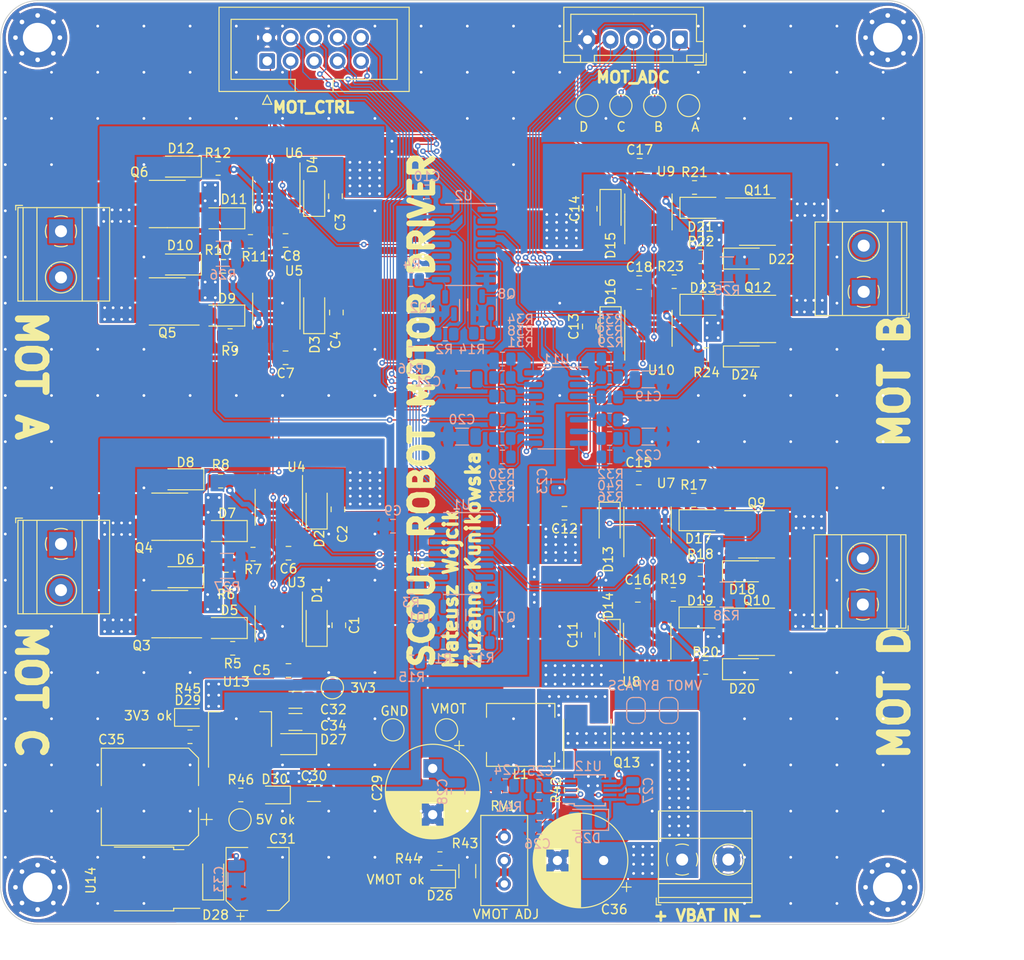
<source format=kicad_pcb>
(kicad_pcb (version 20221018) (generator pcbnew)
  (layers (0 "F.Cu" signal) (31 "B.Cu" signal) (34 "B.Paste" user) (35 "F.Paste" user) (36 "B.SilkS" user "B.Silkscreen") (37 "F.SilkS" user "F.Silkscreen") (38 "B.Mask" user) (39 "F.Mask" user) (44 "Edge.Cuts" user))
  (net 0 "")
  (net 1 "VD")
  (net 2 "GND")
  (net 3 "Net-(D1-K)")
  (net 4 "/H_Bridges/MOT_C_1")
  (net 5 "Net-(D2-K)")
  (net 6 "/H_Bridges/MOT_C_2")
  (net 7 "Net-(D3-K)")
  (net 8 "/H_Bridges/MOT_A_1")
  (net 9 "Net-(D4-K)")
  (net 10 "/H_Bridges/MOT_A_2")
  (net 11 "+3V3")
  (net 12 "Net-(D13-K)")
  (net 13 "/H_Bridges/MOT_D_1")
  (net 14 "Net-(D14-K)")
  (net 15 "/H_Bridges/MOT_D_2")
  (net 16 "Net-(D15-K)")
  (net 17 "/H_Bridges/MOT_B_1")
  (net 18 "Net-(D16-K)")
  (net 19 "/H_Bridges/MOT_B_2")
  (net 20 "Net-(U11A-+)")
  (net 21 "Net-(U11C-+)")
  (net 22 "Net-(U11D-+)")
  (net 23 "Net-(U11B-+)")
  (net 24 "+5V")
  (net 25 "Net-(U12-COMP{slash}EN)")
  (net 26 "Net-(C25-Pad2)")
  (net 27 "Net-(D25-A)")
  (net 28 "Net-(D25-K)")
  (net 29 "Net-(U12-VSW)")
  (net 30 "VCC")
  (net 31 "Net-(D5-K)")
  (net 32 "Net-(D5-A)")
  (net 33 "Net-(D6-K)")
  (net 34 "Net-(D6-A)")
  (net 35 "Net-(D7-K)")
  (net 36 "Net-(D7-A)")
  (net 37 "Net-(D8-K)")
  (net 38 "Net-(D8-A)")
  (net 39 "Net-(D9-K)")
  (net 40 "Net-(D9-A)")
  (net 41 "Net-(D10-K)")
  (net 42 "Net-(D10-A)")
  (net 43 "Net-(D11-K)")
  (net 44 "Net-(D11-A)")
  (net 45 "Net-(D12-K)")
  (net 46 "Net-(D12-A)")
  (net 47 "Net-(D17-K)")
  (net 48 "Net-(D17-A)")
  (net 49 "Net-(D18-K)")
  (net 50 "Net-(D18-A)")
  (net 51 "Net-(D19-K)")
  (net 52 "Net-(D19-A)")
  (net 53 "Net-(D20-K)")
  (net 54 "Net-(D20-A)")
  (net 55 "Net-(D21-K)")
  (net 56 "Net-(D21-A)")
  (net 57 "Net-(D22-K)")
  (net 58 "Net-(D22-A)")
  (net 59 "Net-(D23-K)")
  (net 60 "Net-(D23-A)")
  (net 61 "Net-(D24-K)")
  (net 62 "Net-(D24-A)")
  (net 63 "Net-(D26-A)")
  (net 64 "Net-(D29-A)")
  (net 65 "Net-(D30-A)")
  (net 66 "MOT_A_PWM")
  (net 67 "MOT_A_DIR")
  (net 68 "MOT_B_PWM")
  (net 69 "MOT_B_DIR")
  (net 70 "MOT_C_PWM")
  (net 71 "MOT_C_DIR")
  (net 72 "MOT_D_PWM")
  (net 73 "MOT_D_DIR")
  (net 74 "MOT_EN")
  (net 75 "MOT_A_CURR_ADC")
  (net 76 "MOT_B_CURR_ADC")
  (net 77 "MOT_C_CURR_ADC")
  (net 78 "MOT_D_CURR_ADC")
  (net 79 "Net-(Q13A-S1)")
  (net 80 "Net-(Q1-B)")
  (net 81 "Net-(Q1-C)")
  (net 82 "Net-(Q2-B)")
  (net 83 "Net-(Q2-C)")
  (net 84 "/H_Bridges/MOT_C_GND")
  (net 85 "/H_Bridges/MOT_A_GND")
  (net 86 "Net-(Q7-B)")
  (net 87 "Net-(Q7-C)")
  (net 88 "Net-(Q8-B)")
  (net 89 "Net-(Q8-C)")
  (net 90 "/H_Bridges/MOT_D_GND")
  (net 91 "/H_Bridges/MOT_B_GND")
  (net 92 "Net-(Q13A-G1)")
  (net 93 "Net-(Q13B-G2)")
  (net 94 "Net-(U11C--)")
  (net 95 "Net-(U11D--)")
  (net 96 "Net-(U11A--)")
  (net 97 "Net-(U11B--)")
  (net 98 "Net-(U12-CS)")
  (net 99 "Net-(U12-FB)")
  (net 100 "Net-(U8-IN)")
  (net 101 "Net-(U7-IN)")
  (net 102 "Net-(U3-IN)")
  (net 103 "Net-(U4-IN)")
  (net 104 "Net-(U10-IN)")
  (net 105 "Net-(U9-IN)")
  (net 106 "Net-(U5-IN)")
  (net 107 "Net-(U6-IN)")
  (footprint "Resistor_SMD:R_0805_2012Metric" (layer "F.Cu") (at 209.5375 135.9 180)
    (fp_text reference "R44")
    (fp_text value "1k")
  )
  (footprint "Resistor_SMD:R_1206_3216Metric" (layer "F.Cu") (at 212.5 137.25 90)
    (fp_text reference "R43")
    (fp_text value "1k5")
  )
  (footprint "Diode_SMD:D_1206_3216Metric" (layer "F.Cu") (at 181.695 105.425 180)
    (fp_text reference "D6")
    (fp_text value "D")
  )
  (footprint "Resistor_SMD:R_0805_2012Metric" (layer "F.Cu") (at 186.829197 79.265 180)
    (fp_text reference "R9")
    (fp_text value "10R")
  )
  (footprint "Package_SO:SOIC-8_3.9x4.9mm_P1.27mm" (layer "F.Cu") (at 232.1 78.475 90)
    (fp_text reference "U10")
    (fp_text value "IR2104")
  )
  (footprint "Diode_SMD:D_1206_3216Metric" (layer "F.Cu") (at 186.129197 77.095 180)
    (fp_text reference "D9")
    (fp_text value "D")
  )
  (footprint "Package_SO:SOIC-8_3.9x4.9mm_P1.27mm" (layer "F.Cu") (at 232.1 65.875 90)
    (fp_text reference "U9")
    (fp_text value "IR2104")
  )
  (footprint "LED_SMD:LED_0805_2012Metric" (layer "F.Cu") (at 182.5 120.6)
    (fp_text reference "D29")
    (fp_text value "3V3_OK")
  )
  (footprint "Diode_SMD:D_1206_3216Metric" (layer "F.Cu") (at 196.195 97.925 90)
    (fp_text reference "D2")
    (fp_text value "D")
  )
  (footprint "Resistor_SMD:R_0805_2012Metric" (layer "F.Cu") (at 187.9875 129)
    (fp_text reference "R46")
    (fp_text value "680R")
  )
  (footprint "Package_SO:SOIC-8_3.9x4.9mm_P1.27mm" (layer "F.Cu") (at 243.805 111.335)
    (fp_text reference "Q10")
    (fp_text value "YJSD12N03A")
  )
  (footprint "Capacitor_SMD:CP_Elec_10x7.9" (layer "F.Cu") (at 178.15 129.2 180)
    (fp_text reference "C35")
    (fp_text value "1m/10V")
  )
  (footprint "Capacitor_SMD:C_0805_2012Metric" (layer "F.Cu") (at 231.055 94.685)
    (fp_text reference "C15")
    (fp_text value "100n")
  )
  (footprint "Diode_SMD:D_1206_3216Metric" (layer "F.Cu") (at 228 65.725 -90)
    (fp_text reference "D15")
    (fp_text value "D")
  )
  (footprint "Capacitor_THT:CP_Radial_D10.0mm_P5.00mm" (layer "F.Cu") (at 208.75 126.132323 -90)
    (fp_text reference "C29")
    (fp_text value "470u/25V")
  )
  (footprint "Capacitor_SMD:C_0805_2012Metric" (layer "F.Cu") (at 193.145 102.825 180)
    (fp_text reference "C6")
    (fp_text value "100n")
  )
  (footprint "Resistor_SMD:R_0805_2012Metric" (layer "F.Cu") (at 238.3875 81.325)
    (fp_text reference "R24")
    (fp_text value "10R")
  )
  (footprint "Diode_SMD:D_1206_3216Metric" (layer "F.Cu") (at 242.405 104.785)
    (fp_text reference "D18")
    (fp_text value "D")
  )
  (footprint "TestPoint:TestPoint_Pad_D2.0mm" (layer "F.Cu") (at 187.9 131.7)
    (fp_text reference "TP8" hide)
    (fp_text value "5V_TP" hide)
  )
  (footprint "Package_SO:SOIC-8_3.9x4.9mm_P1.27mm" (layer "F.Cu") (at 180.029197 75.565 180)
    (fp_text reference "Q5")
    (fp_text value "YJSD12N03A")
  )
  (footprint "Package_TO_SOT_SMD:SOT-223-3_TabPin2" (layer "F.Cu") (at 187.9 121.9 90)
    (fp_text reference "U13")
    (fp_text value "AP1117-33")
  )
  (footprint "Package_SO:SOIC-8_3.9x4.9mm_P1.27mm" (layer "F.Cu") (at 243.9 66.925)
    (fp_text reference "Q11")
    (fp_text value "YJSD12N03A")
  )
  (footprint "Package_SO:SOIC-8_3.9x4.9mm_P1.27mm" (layer "F.Cu") (at 231.97 112.36 90)
    (fp_text reference "U8")
    (fp_text value "IR2104")
  )
  (footprint "Diode_SMD:D_1206_3216Metric" (layer "F.Cu") (at 185 138.08 90)
    (fp_text reference "D28")
    (fp_text value "D")
  )
  (footprint "Diode_SMD:D_1206_3216Metric" (layer "F.Cu") (at 186.395 100.425 180)
    (fp_text reference "D7")
    (fp_text value "D")
  )
  (footprint "Resistor_SMD:R_0805_2012Metric" (layer "F.Cu") (at 185.529197 61.165 180)
    (fp_text reference "R12")
    (fp_text value "10R")
  )
  (footprint "Resistor_SMD:R_0805_2012Metric" (layer "F.Cu") (at 186.4075 105.625 180)
    (fp_text reference "R6")
    (fp_text value "10R")
  )
  (footprint "Capacitor_SMD:C_0805_2012Metric" (layer "F.Cu") (at 193.145 115.525 180)
    (fp_text reference "C5")
    (fp_text value "100n")
  )
  (footprint "Capacitor_SMD:C_0805_2012Metric" (layer "F.Cu") (at 192.829197 81.665 180)
    (fp_text reference "C7")
    (fp_text value "100n")
  )
  (footprint "Package_TO_SOT_SMD:TO-252-2" (layer "F.Cu") (at 177.41 138.1 180)
    (fp_text reference "U14")
    (fp_text value "L7805")
  )
  (footprint "TestPoint:TestPoint_Pad_D2.0mm" (layer "F.Cu") (at 197.9 117.4)
    (fp_text reference "TP7" hide)
    (fp_text value "3V3_TP" hide)
  )
  (footprint "Resistor_SMD:R_0805_2012Metric" (layer "F.Cu") (at 237.7875 70.725)
    (fp_text reference "R22")
    (fp_text value "10R")
  )
  (footprint "Capacitor_SMD:C_0805_2012Metric" (layer "F.Cu") (at 225.8 65.525 90)
    (fp_text reference "C14")
    (fp_text value "100n")
  )
  (footprint "Capacitor_SMD:C_0805_2012Metric" (layer "F.Cu") (at 198.495 98.075 -90)
    (fp_text reference "C2")
    (fp_text value "100n")
  )
  (footprint "Diode_SMD:D_1206_3216Metric" (layer "F.Cu") (at 227.905 99.585 -90)
    (fp_text reference "D13")
    (fp_text value "D")
  )
  (footprint "Capacitor_SMD:C_0805_2012Metric" (layer "F.Cu") (at 230.955 107.385)
    (fp_text reference "C16")
    (fp_text value "100n")
  )
  (footprint "Resistor_SMD:R_0805_2012Metric" (layer "F.Cu") (at 223.75 128.5 90)
    (fp_text reference "R42")
    (fp_text value "680R")
  )
  (footprint "Capacitor_THT:CP_Radial_D10.0mm_P5.00mm" (layer "F.Cu") (at 227.25 136.1 180)
    (fp_text reference "C36")
    (fp_text value "470u/25V")
  )
  (footprint "Resistor_SMD:R_0805_2012Metric" (layer "F.Cu") (at 186.129197 71.765 180)
    (fp_text reference "R10")
    (fp_text value "10R")
  )
  (footprint "Capacitor_SMD:C_0805_2012Metric" (layer "F.Cu") (at 198.595 110.625 -90)
    (fp_text reference "C1")
    (fp_text value "100n")
  )
  (footprint "Diode_SMD:D_1206_3216Metric" (layer "F.Cu") (at 195.929197 76.765 90)
    (fp_text reference "D3")
    (fp_text value "D")
  )
  (footprint "Diode_SMD:D_1206_3216Metric" (layer "F.Cu") (at 196.195 110.625 90)
    (fp_text reference "D1")
    (fp_text value "D")
  )
  (footprint "Capacitor_SMD:C_0805_2012Metric" (layer "F.Cu") (at 225.7 78.275 90)
    (fp_text reference "C13")
    (fp_text value "100n")
  )
  (footprint "Diode_SMD:D_1206_3216Metric" (layer "F.Cu") (at 228 78.425 -90)
    (fp_text reference "D16")
    (fp_text value "D")
  )
  (footprint "Package_SO:SOIC-8_3.9x4.9mm_P1.27mm" (layer "F.Cu") (at 243.925 77.46)
    (fp_text reference "Q12")
    (fp_text value "YJSD12N03A")
  )
  (footprint "TestPoint:TestPoint_Pad_D2.0mm" (layer "F.Cu") (at 210.25 121.95)
    (fp_text reference "TP5" hide)
    (fp_text value "VD_TP" hide)
  )
  (footprint "TestPoint:TestPoint_Pad_D2.0mm" (layer "F.Cu") (at 229.116666 54.35 -90)
    (fp_text reference "TP2" hide)
    (fp_text value "MOT_D_CURR_TP" hide)
  )
  (footprint "LED_SMD:LED_0805_2012Metric" (layer "F.Cu") (at 191.6625 129 180)
    (fp_text reference "D30")
    (fp_text value "5V_ok")
  )
  (footprint "Package_SO:SOIC-8_3.9x4.9mm_P1.27mm" (layer "F.Cu") (at 225.5 122.75 90)
    (fp_text reference "Q13")
    (fp_text value "YJSD12N03A")
  )
  (footprint "Diode_SMD:D_1206_3216Metric" (layer "F.Cu") (at 181.695 94.825 180)
    (fp_text reference "D8")
    (fp_text value "D")
  )
  (footprint "TestPoint:TestPoint_Pad_D2.0mm" (layer "F.Cu") (at 225.45 54.35 -90)
    (fp_text reference "TP4" hide)
    (fp_text value "MOT_B_CURR_TP" hide)
  )
  (footprint "Resistor_SMD:R_0805_2012Metric" (layer "F.Cu") (at 237.0875 63.225)
    (fp_text reference "R21")
    (fp_text value "10R")
  )
  (footprint "Resistor_SMD:R_0805_2012Metric" (layer "F.Cu") (at 189.029197 69.065 180)
    (fp_text reference "R11")
    (fp_text value "10R")
  )
  (footprint "Package_SO:SOIC-8_3.9x4.9mm_P1.27mm" (layer "F.Cu") (at 191.829197 64.015 -90)
    (fp_text reference "U6")
    (fp_text value "IR2104")
  )
  (footprint "Capacitor_SMD:C_0805_2012Metric" (layer "F.Cu") (at 192.829197 68.965 180)
    (fp_text reference "C8")
    (fp_text value "100n")
  )
  (footprint "kicad_library:FERROCORE_HP0630" (layer "F.Cu") (at 218.275 122.5 180)
    (fp_text reference "L1")
    (fp_text value "2u2/8A")
  )
  (footprint "MountingHole:MountingHole_3.2mm_M3_Pad_Via" (layer "F.Cu") (at 166 139)
    (fp_text reference "H3" hide)
    (fp_text value "MH" hide)
  )
  (footprint "Resistor_SMD:R_0805_2012Metric" (layer "F.Cu") (at 234.8875 73.425)
    (fp_text reference "R23")
    (fp_text value "10R")
  )
  (footprint "Capacitor_SMD:C_1206_3216Metric" (layer "F.Cu") (at 195.9 128.8)
    (fp_text reference "C30")
    (fp_text value "1u")
  )
  (footprint "TerminalBlock_Phoenix:TerminalBlock_Phoenix_MKDS-1,5-2_1x02_P5.00mm_Horizontal" (layer "F.Cu") (at 168.524197 67.965 -90)
    (fp_text reference "J1" hide)
    (fp_text value "MOT_A" hide)
  )
  (footprint "TerminalBlock_Phoenix:TerminalBlock_Phoenix_MKDS-1,5-2_1x02_P5.00mm_Horizontal" (layer "F.Cu") (at 235.75 136)
    (fp_text reference "J6" hide)
    (fp_text value "VCC_IN" hide)
  )
  (footprint "Resistor_SMD:R_0805_2012Metric" (layer "F.Cu") (at 189.3075 102.925 180)
    (fp_text reference "R7")
    (fp_text value "10R")
  )
  (footprint "Package_SO:SOIC-8_3.9x4.9mm_P1.27mm" (layer "F.Cu") (at 180.295 109.425 180)
    (fp_text reference "Q3")
    (fp_text value "YJSD12N03A")
  )
  (footprint "Diode_SMD:D_1206_3216Metric" (layer "F.Cu") (at 181.429197 71.565 180)
    (fp_text reference "D10")
    (fp_text value "D")
  )
  (footprint "LED_SMD:LED_0805_2012Metric" (layer "F.Cu") (at 209.5375 138.1 180)
    (fp_text reference "D26")
    (fp_text value "V_MOT_OK")
  )
  (footprint "TestPoint:TestPoint_Pad_D2.0mm" (layer "F.Cu") (at 204.45 121.95)
    (fp_text reference "TP6" hide)
    (fp_text value "GND_TP" hide)
  )
  (footprint "Diode_SMD:D_1206_3216Metric" (layer "F.Cu") (at 195.929197 64.065 90)
    (fp_text reference "D4")
    (fp_text value "D")
  )
  (footprint "Diode_SMD:D_1206_3216Metric" (layer "F.Cu") (at 242.5 70.925)
    (fp_text reference "D22")
    (fp_text value "D")
  )
  (footprint "Package_SO:SOIC-8_3.9x4.9mm_P1.27mm" (layer "F.Cu") (at 192.1 97.85 -90)
    (fp_text reference "U4")
    (fp_text value "IR2104")
  )
  (footprint "Resistor_SMD:R_0805_2012Metric" (layer "F.Cu") (at 187.1075 113.125 180)
    (fp_text reference "R5")
    (fp_text value "10R")
  )
  (footprint "Package_SO:SOIC-8_3.9x4.9mm_P1.27mm" (layer "F.Cu") (at 192.095 110.475 -90)
    (fp_text reference "U3")
    (fp_text value "IR2104")
  )
  (footprint "Capacitor_SMD:C_0805_2012Metric" (layer "F.Cu") (at 231.15 60.825)
    (fp_text reference "C17")
    (fp_text value "100n")
  )
  (footprint "Package_SO:SOIC-8_3.9x4.9mm_P1.27mm" (layer "F.Cu") (at 232 99.76 90)
    (fp_text reference "U7")
    (fp_text value "IR2104")
  )
  (footprint "Capacitor_SMD:C_0805_2012Metric" (layer "F.Cu") (at 225.59 111.67 90)
    (fp_text reference "C11")
    (fp_text value "100n")
  )
  (footprint "Package_SO:SOIC-8_3.9x4.9mm_P1.27mm" (layer "F.Cu") (at 243.805 100.785)
    (fp_text reference "Q9")
    (fp_text value "YJSD12N03A")
  )
  (footprint "Resistor_SMD:R_0805_2012Metric" (layer "F.Cu") (at 182.4875 122.7 180)
    (fp_text reference "R45")
    (fp_text value "220R")
  )
  (footprint "Capacitor_SMD:CP_Elec_6.3x5.8" (layer "F.Cu") (at 189.8 138.1 90)
    (fp_text reference "C31")
    (fp_text value "47u/35V")
  )
  (footprint "Diode_SMD:D_1206_3216Metric" (layer "F.Cu") (at 242.405 115.385)
    (fp_text reference "D20")
    (fp_text value "D")
  )
  (footprint "Diode_SMD:D_1206_3216Metric" (layer "F.Cu") (at 237.8 75.925)
    (fp_text reference "D23")
    (fp_text value "D")
  )
  (footprint "Resistor_SMD:R_0805_2012Metric" (layer "F.Cu") (at 185.8075 95.025 180)
    (fp_text reference "R8")
    (fp_text value "10R")
  )
  (footprint "Diode_SMD:D_1206_3216Metric" (layer "F.Cu") (at 237.705 109.785)
    (fp_text reference "D19")
    (fp_text value "D")
  )
  (footprint "Capacitor_SMD:C_0805_2012Metric" (layer "F.Cu") (at 198.329197 76.765 -90)
    (fp_text reference "C4")
    (fp_text value "100n")
  )
  (footprint "Connector_JST:JST_XH_B5B-XH-A_1x05_P2.50mm_Vertical" (layer "F.Cu") (at 235.5 47.22 180)
    (fp_text reference "J7" hide)
    (fp_text value "ADC_CURR_CONN" hide)
  )
  (footprint "TerminalBlock_Phoenix:TerminalBlock_Phoenix_MKDS-1,5-2_1x02_P5.00mm_Horizontal" (layer "F.Cu") (at 255.305 108.385 90)
    (fp_text reference "J4" hide)
    (fp_text value "MOT_D" hide)
  )
  (footprint "Package_SO:SOIC-8_3.9x4.9mm_P1.27mm" (layer "F.Cu") (at 180.029197 65.015 180)
    (fp_text reference "Q6")
    (fp_text value "YJSD12N03A")
  )
  (footprint "Connector_IDC:IDC-Header_2x05_P2.54mm_Vertical" (layer "F.Cu") (at 190.84 49.54 90)
    (fp_text reference "J5" hide)
    (fp_text value "MOTOR_CONTROL" hide)
  )
  (footprint "Resistor_SMD:R_0805_2012Metric" (layer "F.Cu") (at 238.2925 115.185)
    (fp_text reference "R20")
    (fp_text value "10R")
  )
  (footprint "MountingHole:MountingHole_3.2mm_M3_Pad_Via" (layer "F.Cu") (at 166 47)
    (fp_text reference "H4" hide)
    (fp_text value "MH" hide)
  )
  (footprint "Diode_SMD:D_1206_3216Metric" (layer "F.Cu") (at 193.9 123.5 180)
    (fp_text reference "D27")
    (fp_text value "D")
  )
  (footprint "Resistor_SMD:R_0805_2012Metric" (layer "F.Cu") (at 234.7925 107.285)
    (fp_text reference "R19")
    (fp_text value "10R")
  )
  (footprint "MountingHole:MountingHole_3.2mm_M3_Pad_Via" (layer "F.Cu") (at 258 139)
    (fp_text reference "H2" hide)
    (fp_text value "MH" hide)
  )
  (footprint "Potentiometer_THT:Potentiometer_Bourns_3296W_Vertical" (layer "F.Cu") (at 216.5 138.64 -90)
    (fp_text reference "RV1")
    (fp_text value "22k")
  )
  (footprint "TestPoint:TestPoint_Pad_D2.0mm" (layer "F.Cu") (at 236.45 54.35 -90)
    (fp_text reference "TP1" hide)
    (fp_text value "MOT_A_CURR_TP" hide)
  )
  (footprint "Resistor_SMD:R_0805_2012Metric" (layer "F.Cu") (at 236.9925 97.085)
    (fp_text reference "R17")
    (fp_text value "10R")
  )
  (footprint "Capacitor_SMD:C_0805_2012Metric" (layer "F.Cu") (at 223.012 98.5 180)
    (fp_text reference "C12")
    (fp_text value "100n")
  )
  (footprint "TerminalBlock_Phoenix:TerminalBlock_Phoenix_MKDS-1,5-2_1x02_P5.00mm_Horizontal" (layer "F.Cu") (at 168.524197 101.825 -90)
    (fp_text reference "J3" hide)
    (fp_text value "MOT_C" hide)
  )
  (footprint "Diode_SMD:D_1206_3216Metric" (layer "F.Cu") (at 186.395 110.925 180)
    (fp_text reference "D5")
    (fp_text value "D")
  )
  (footprint "Capacitor_SMD:C_0805_2012Metric" (layer "F.Cu") (at 198.229197 64.165 -90)
    (fp_text reference "C3")
    (fp_text value "100n")
  )
  (footprint "Capacitor_SMD:C_1206_3216Metric" (layer "F.Cu") (at 193.9 118.7)
    (fp_text reference "C32")
    (fp_text value "1u")
  )
  (footprint "Resistor_SMD:R_0805_2012Metric" (layer "F.Cu") (at 237.7175 104.585)
    (fp_text reference "R18")
    (fp_text value "10R")
  )
  (footprint "Capacitor_SMD:C_1206_3216Metric" (layer "F.Cu") (at 193.9 121.1)
    (fp_text reference "C34")
    (fp_text value "1u")
  )
  (footprint "Capacitor_SMD:C_0805_2012Metric" (layer "F.Cu") (at 231.1 73.525)
    (fp_text reference "C18")
    (fp_text value "100n")
  )
  (footprint "Diode_SMD:D_1206_3216Metric" (layer "F.Cu") (at 227.905 112.285 -90)
    (fp_text reference "D14")
    (fp_text value "D")
  )
  (footprint "Diode_SMD:D_1206_3216Metric" (layer "F.Cu") (at 186.129197 66.565 180)
    (fp_text reference "D11")
    (fp_text value "D")
  )
  (footprint "MountingHole:MountingHole_3.2mm_M3_Pad_Via" (layer "F.Cu") (at 258 47)
    (fp_text reference "H1" hide)
    (fp_text value "MH" hide)
  )
  (footprint "TestPoint:TestPoint_Pad_D2.0mm" (layer "F.Cu") (at 232.783332 54.35 -90)
    (fp_text reference "TP3" hide)
    (fp_text value "MOT_A_CURR_TP" hide)
  )
  (footprint "Diode_SMD:D_1206_3216Metric" (layer "F.Cu") (at 181.429197 60.965 180)
    (fp_text reference "D12")
    (fp_text value "D")
  )
  (footprint "Diode_SMD:D_1206_3216Metric" (layer "F.Cu") (at 237.705 99.255)
    (fp_text reference "D17")
    (fp_text value "D")
  )
  (footprint "Diode_SMD:D_1206_3216Metric" (layer "F.Cu") (at 237.8 65.425)
    (fp_text reference "D21")
    (fp_text value "D")
  )
  (footprint "Package_SO:SOIC-8_3.9x4.9mm_P1.27mm" (layer "F.Cu") (at 191.829197 76.615 -90)
    (fp_text reference "U5")
    (fp_text value "IR2104")
  )
  (footprint "Package_SO:SOIC-8_3.9x4.9mm_P1.27mm" (layer "F.Cu") (at 180.295 98.875 180)
    (fp_text reference "Q4")
    (fp_text value "YJSD12N03A")
  )
  (footprint "TerminalBlock_Phoenix:TerminalBlock_Phoenix_MKDS-1,5-2_1x02_P5.00mm_Horizontal" (layer "F.Cu") (at 255.4 74.525 90)
    (fp_text reference "J2" hide)
    (fp_text value "MOT_B" hide)
  )
  (footprint "Diode_SMD:D_1206_3216Metric" (layer "F.Cu") (at 242.5 81.525)
    (fp_text reference "D24")
    (fp_text value "D")
  )
  (footprint "Resistor_SMD:R_0805_2012Metric" (layer "B.Cu") (at 216.3 85.8 180)
    (fp_text reference "R31")
    (fp_text value "4k7")
  )
  (footprint "Package_SO:MSOP-10_3x3mm_P0.5mm" (layer "B.Cu") (at 225.75 128.5)
    (fp_text reference "U12")
    (fp_text value "MIC2168")
  )
  (footprint "Package_TO_SOT_SMD:SOT-23" (layer "B.Cu") (at 213.9 109.5375 90)
    (fp_text reference "Q7")
    (fp_text value "Q_NPN_BEC")
  )
  (footprint "Capacitor_SMD:C_1206_3216Metric" (layer "B.Cu") (at 187.5 138.125 -90)
    (fp_text reference "C33")
    (fp_text value "1u")
  )
  (footprint "Diode_SMD:D_1206_3216Metric" (layer "B.Cu") (at 225.5 131.7 180)
    (fp_text reference "D25")
    (fp_text value "D")
  )
  (footprint "Resistor_SMD:R_0805_2012Metric" (layer "B.Cu") (at 227.9125 92.4 180)
    (fp_text reference "R36")
    (fp_text value "4k7")
  )
  (footprint "Resistor_SMD:R_0805_2012Metric" (layer "B.Cu") (at 216.3 92.4)
    (fp_text reference "R33")
    (fp_text value "4k7")
  )
  (footprint "Resistor_SMD:R_0805_2012Metric" (layer "B.Cu") (at 220.25 130.25 180)
    (fp_text reference "R41")
    (fp_text value "4k7")
  )
  (footprint "Package_SO:SOIC-14_3.9x8.7mm_P1.27mm" (layer "B.Cu") (at 222.1 87.1 180)
    (fp_text reference "U11")
    (fp_text value "LM324")
  )
  (footprint "Resistor_SMD:R_1210_3225Metric" (layer "B.Cu") (at 186.0375 70.4)
    (fp_text reference "R26")
    (fp_text value "50m")
  )
  (footprint "Jumper:SolderJumper-2_P1.3mm_Open_RoundedPad1.0x1.5mm" (layer "B.Cu") (at 230.75 119.85 90)
    (fp_text reference "JP2" hide)
    (fp_text value "VMOT_BYPASS" hide)
  )
  (footprint "Capacitor_SMD:C_1206_3216Metric" (layer "B.Cu") (at 232.1 84)
    (fp_text reference "C19")
    (fp_text value "1u")
  )
  (footprint "Resistor_SMD:R_0805_2012Metric" (layer "B.Cu") (at 216.2875 83.8 180)
    (fp_text reference "R38")
    (fp_text value "47k")
  )
  (footprint "Package_SO:SOIC-14_3.9x8.7mm_P1.27mm" (layer "B.Cu") (at 212.1 69.4 180)
    (fp_text reference "U2")
    (fp_text value "4081")
  )
  (footprint "Resistor_SMD:R_1210_3225Metric" (layer "B.Cu") (at 186.5 104.2)
    (fp_text reference "R27")
    (fp_text value "50m")
  )
  (footprint "Capacitor_SMD:C_0805_2012Metric" (layer "B.Cu") (at 208.15 63.7 180)
    (fp_text reference "C10")
    (fp_text value "100n")
  )
  (footprint "Capacitor_SMD:C_0805_2012Metric" (layer "B.Cu") (at 220.3 132.5 180)
    (fp_text reference "C26")
    (fp_text value "100n")
  )
  (footprint "Package_TO_SOT_SMD:SOT-23" (layer "B.Cu") (at 209.9 109.5375 90)
    (fp_text reference "Q1")
    (fp_text value "Q_NPN_BEC")
  )
  (footprint "Resistor_SMD:R_0805_2012Metric" (layer "B.Cu") (at 216.2875 90.4 180)
    (fp_text reference "R37")
    (fp_text value "47k")
  )
  (footprint "Resistor_SMD:R_0805_2012Metric" (layer "B.Cu") (at 210.1125 79.1 180)
    (fp_text reference "R2")
    (fp_text value "22k")
  )
  (footprint "Resistor_SMD:R_0805_2012Metric" (layer "B.Cu") (at 206.4875 114.6)
    (fp_text reference "R15")
    (fp_text value "1k")
  )
  (footprint "Resistor_SMD:R_0805_2012Metric" (layer "B.Cu") (at 227.9125 81.8 180)
    (fp_text reference "R35")
    (fp_text value "4k7")
  )
  (footprint "Capacitor_SMD:C_0805_2012Metric" (layer "B.Cu") (at 204.45 99.9 180)
    (fp_text reference "C9")
    (fp_text value "100n")
  )
  (footprint "Capacitor_SMD:C_1206_3216Metric" (layer "B.Cu") (at 211.925 90.2 180)
    (fp_text reference "C20")
    (fp_text value "1u")
  )
  (footprint "Capacitor_SMD:C_0805_2012Metric" (layer "B.Cu") (at 222.3 95 -90)
    (fp_text reference "C23")
    (fp_text value "100n")
  )
  (footprint "Capacitor_SMD:C_0805_2012Metric" (layer "B.Cu") (at 216.6 128 180)
    (fp_text reference "C24")
    (fp_text value "100p")
  )
  (footprint "Resistor_SMD:R_0805_2012Metric" (layer "B.Cu") (at 216.3125 88.4 180)
    (fp_text reference "R30")
    (fp_text value "4k7")
  )
  (footprint "Package_TO_SOT_SMD:SOT-23" (layer "B.Cu") (at 210.1 76 90)
    (fp_text reference "Q2")
    (fp_text value "Q_NPN_BEC")
  )
  (footprint "Capacitor_SMD:C_0805_2012Metric" (layer "B.Cu") (at 211.5 128.65 -90)
    (fp_text reference "C28")
    (fp_text value "100n")
  )
  (footprint "Resistor_SMD:R_0805_2012Metric" (layer "B.Cu") (at 206.4 106.5)
    (fp_text reference "R3")
    (fp_text value "1k")
  )
  (footprint "Resistor_SMD:R_0805_2012Metric" (layer "B.Cu") (at 227.8875 90.4)
    (fp_text reference "R40")
    (fp_text value "47k")
  )
  (footprint "Capacitor_SMD:C_0805_2012Metric" (layer "B.Cu") (at 220.25 128 180)
    (fp_text reference "C25")
    (fp_text value "100n")
  )
  (footprint "Resistor_SMD:R_0805_2012Metric" (layer "B.Cu") (at 214.1125 79)
    (fp_text reference "R14")
    (fp_text value "22k")
  )
  (footprint "Resistor_SMD:R_0805_2012Metric" (layer "B.Cu") (at 227.9 85.9)
    (fp_text reference "R29")
    (fp_text value "4k7")
  )
  (footprint "Resistor_SMD:R_0805_2012Metric" (layer "B.Cu") (at 206.3875 81.2)
    (fp_text reference "R16")
    (fp_text value "1k")
  )
  (footprint "Capacitor_SMD:C_1206_3216Metric" (layer "B.Cu") (at 232.1 90.2)
    (fp_text reference "C22")
    (fp_text value "1u")
  )
  (footprint "Resistor_SMD:R_1210_3225Metric" (layer "B.Cu") (at 240.6 72.1)
    (fp_text reference "R25")
    (fp_text value "50m")
  )
  (footprint "Resistor_SMD:R_0805_2012Metric" (layer "B.Cu") (at 216.3 81.8)
    (fp_text reference "R34")
    (fp_text value "4k7")
  )
  (footprint "Capacitor_SMD:C_1206_3216Metric" (layer "B.Cu") (at 212.1 84 180)
    (fp_text reference "C21")
    (fp_text value "1u")
  )
  (footprint "Resistor_SMD:R_0805_2012Metric" (layer "B.Cu") (at 214.0125 112.5)
    (fp_text reference "R13")
    (fp_text value "22k")
  )
  (footprint "Resistor_SMD:R_0805_2012Metric" (layer "B.Cu") (at 209.8875 112.5 180)
    (fp_text reference "R1")
    (fp_text value "22k")
  )
  (footprint "Package_SO:SOIC-14_3.9x8.7mm_P1.27mm" (layer "B.Cu") (at 211.875 102.86 180)
    (fp_text reference "U1")
    (fp_text value "4081")
  )
  (footprint "Resistor_SMD:R_0805_2012Metric" (layer "B.Cu") (at 206.3875 73.2)
    (fp_text reference "R4")
    (fp_text value "1k")
  )
  (footprint "Jumper:SolderJumper-2_P1.3mm_Open_RoundedPad1.0x1.5mm" (layer "B.Cu") (at 234.3 119.85 90)
    (fp_text reference "JP1" hide)
    (fp_text value "VMOT_BYPASS" hide)
  )
  (footprint "Capacitor_SMD:C_0805_2012Metric" (layer "B.Cu") (at 230.4 128.5 90)
    (fp_text reference "C27")
    (fp_text value "100n")
  )
  (footprint "Resistor_SMD:R_0805_2012Metric" (layer "B.Cu") (at 227.9 88.4)
    (fp_text reference "R32")
    (fp_text value "4k7")
  )
  (footprint "Package_TO_SOT_SMD:SOT-23" (layer "B.Cu") (at 214.1 75.9375 90)
    (fp_text reference "Q8")
    (fp_text value "Q_NPN_BEC")
  )
  (footprint "Resistor_SMD:R_1210_3225Metric" (layer "B.Cu") (at 240.5625 107.3)
    (fp_text reference "R28")
    (fp_text value "50m")
  )
  (footprint "Resistor_SMD:R_0805_2012Metric" (layer "B.Cu") (at 227.9125 83.8)
    (fp_text reference "R39")
    (fp_text value "47k")
  )
  (gr_line (start 166 143) (end 258 143) (stroke (width 0.1)) (layer "Edge.Cuts"))
  (gr_arc (start 162 47) (mid 163.171573 44.171573) (end 166 43) (stroke (width 0.1)) (layer "Edge.Cuts"))
  (gr_line (start 262 139) (end 262 47) (stroke (width 0.1)) (layer "Edge.Cuts"))
  (gr_arc (start 258 43) (mid 260.828427 44.171573) (end 262 47) (stroke (width 0.1)) (layer "Edge.Cuts"))
  (gr_line (start 258 43) (end 166 43) (stroke (width 0.1)) (layer "Edge.Cuts"))
  (gr_arc (start 262 139) (mid 260.828427 141.828427) (end 258 143) (stroke (width 0.1)) (layer "Edge.Cuts"))
  (gr_arc (start 166 143) (mid 163.171573 141.828427) (end 162 139) (stroke (width 0.1)) (layer "Edge.Cuts"))
  (gr_line (start 162 47) (end 162 139) (stroke (width 0.1)) (layer "Edge.Cuts"))
  (gr_text "VMOT BYPASS" (at 238 117.75) (layer "B.SilkS") (effects (font (size 1 1)) (justify left bottom mirror)))
  (gr_text "MOT_ADC" (at 226.302143 52) (layer "F.SilkS") (effects (font (size 1.2 1.2) (thickness 0.3) bold) (justify left bottom)))
  (gr_text "VMOT ADJ" (at 213 142.5) (layer "F.SilkS") (effects (font (size 1 1)) (justify left bottom)))
  (gr_text "MOT C" (at 163.5 110.25 270) (layer "F.SilkS") (effects (font (size 3 3) (thickness 0.75) bold) (justify left bottom)))
  (gr_text "MOT B" (at 260.5 91.75 90) (layer "F.SilkS") (effects (font (size 3 3) (thickness 0.75) bold) (justify left bottom)))
  (gr_text "SCOUT ROBOT MOTOR DRIVER" (at 209.05 115.5 90) (layer "F.SilkS") (effects (font (size 2.5 2.5) (thickness 0.625) bold) (justify left bottom)))
  (gr_text "MOT A" (at 163.5 76.25 270) (layer "F.SilkS") (effects (font (size 3 3) (thickness 0.75) bold) (justify left bottom)))
  (gr_text "3V3" (at 199.75 118) (layer "F.SilkS") (effects (font (size 1 1)) (justify left bottom)))
  (gr_text "Mateusz Wójcik\nZuzanna Kunikowska" (at 214 115.5 90) (layer "F.SilkS") (effects (font (size 1.5 1.5) (thickness 0.375) bold) (justify left bottom)))
  (gr_text "3V3 ok" (at 175.25 121) (layer "F.SilkS") (effects (font (size 1 1)) (justify left bottom)))
  (gr_text "MOT D" (at 260.5 125.5 90) (layer "F.SilkS") (effects (font (size 3 3) (thickness 0.75) bold) (justify left bottom)))
  (gr_text "+ VBAT IN -" (at 232.5 142.75) (layer "F.SilkS") (effects (font (size 1.2 1.2) (thickness 0.3) bold) (justify left bottom)))
  (gr_text "VMOT" (at 208.5 120.25) (layer "F.SilkS") (effects (font (size 1 1)) (justify left bottom)))
  (gr_text "VMOT ok" (at 201.5 138.75) (layer "F.SilkS") (effects (font (size 1 1)) (justify left bottom)))
  (gr_text "GND" (at 203 120.5) (layer "F.SilkS") (effects (font (size 1 1)) (justify left bottom)))
  (gr_text "D    C    B    A   " (at 224.5 57.25) (layer "F.SilkS") (effects (font (size 1 1)) (justify left bottom)))
  (gr_text "5V ok" (at 189.5 132.25) (layer "F.SilkS") (effects (font (size 1 1)) (justify left bottom)))
  (gr_text "MOT_CTRL" (at 191.293571 55.25) (layer "F.SilkS") (effects (font (size 1.2 1.2) (thickness 0.3) bold) (justify left bottom)))
  (segment (start 216.5 133.56) (end 216.5 128.25) (width 0.508) (layer "F.Cu") (net 1))
  (segment (start 226.45 67.125) (end 225.8 66.475) (width 0.508) (layer "F.Cu") (net 1))
  (segment (start 197.679197 62.665) (end 198.229197 63.215) (width 0.508) (layer "F.Cu") (net 1))
  (segment (start 195.929197 62.665) (end 197.679197 62.665) (width 0.508) (layer "F.Cu") (net 1))
  (segment (start 194.704197 74.14) (end 195.929197 75.365) (width 0.508) (layer "F.Cu") (net 1))
  (segment (start 229.055 114.835) (end 227.905 113.685) (width 0.508) (layer "F.Cu") (net 1))
  (segment (start 229.155 102.235) (end 227.905 100.985) (width 0.508) (layer "F.Cu") (net 1))
  (segment (start 194 108) (end 194.97 108) (width 0.508) (layer "F.Cu") (net 1))
  (segment (start 216.5 128.25) (end 214.382323 126.132323) (width 0.508) (layer "F.Cu") (net 1))
  (segment (start 223.962 98.552) (end 223.962 99.962) (width 1.016) (layer "F.Cu") (net 1))
  (segment (start 196.195 96.525) (end 197.895 96.525) (width 0.508) (layer "F.Cu") (net 1))
  (segment (start 228 67.125) (end 226.45 67.125) (width 0.508) (layer "F.Cu") (net 1))
  (segment (start 227.905 113.685) (end 226.205 113.685) (width 0.508) (layer "F.Cu") (net 1))
  (segment (start 229.225 68.35) (end 228 67.125) (width 0.508) (layer "F.Cu") (net 1))
  (segment (start 223.962 99.962) (end 224.2 100.2) (width 1.016) (layer "F.Cu") (net 1))
  (segment (start 194.005 95.375) (end 195.045 95.375) (width 0.508) (layer "F.Cu") (net 1))
  (segment (start 230.195 68.35) (end 229.225 68.35) (width 0.508) (layer "F.Cu") (net 1))
  (segment (start 195.045 95.375) (end 196.195 96.525) (width 0.508) (layer "F.Cu") (net 1))
  (segment (start 193.734197 74.14) (end 194.704197 74.14) (width 0.508) (layer "F.Cu") (net 1))
  (segment (start 194.97 108) (end 196.195 109.225) (width 0.508) (layer "F.Cu") (net 1))
  (segment (start 195.929197 75.365) (end 197.879197 75.365) (width 0.508) (layer "F.Cu") (net 1))
  (segment (start 210.45 134.65) (end 211.54 133.56) (width 0.254) (layer "F.Cu") (net 1))
  (segment (start 198.145 109.225) (end 198.595 109.675) (width 0.508) (layer "F.Cu") (net 1))
  (segment (start 193.734197 61.54) (end 194.804197 61.54) (width 0.508) (layer "F.Cu") (net 1))
  (segment (start 214.7 121.95) (end 215.25 122.5) (width 0.127) (layer "F.Cu") (net 1))
  (segment (start 210.45 135.9) (end 210.45 134.65) (width 0.254) (layer "F.Cu") (net 1))
  (segment (start 230.065 114.835) (end 229.055 114.835) (width 0.508) (layer "F.Cu") (net 1))
  (segment (start 214.382323 126.132323) (end 208.75 126.132323) (width 0.508) (layer "F.Cu") (net 1))
  (segment (start 197.895 96.525) (end 198.495 97.125) (width 0.508) (layer "F.Cu") (net 1))
  (segment (start 226.205 113.685) (end 225.605 113.085) (width 0.508) (layer "F.Cu") (net 1))
  (segment (start 194.804197 61.54) (end 195.929197 62.665) (width 0.508) (layer "F.Cu") (net 1))
  (segment (start 211.54 133.56) (end 216.5 133.56) (width 0.254) (layer "F.Cu") (net 1))
  (segment (start 230.095 102.235) (end 229.155 102.235) (width 0.508) (layer "F.Cu") (net 1))
  (segment (start 196.195 109.225) (end 198.145 109.225) (width 0.508) (layer "F.Cu") (net 1))
  (segment (start 197.879197 75.365) (end 198.329197 75.815) (width 0.508) (layer "F.Cu") (net 1))
  (via (at 221.100002 67) (size 0.6) (drill 0.3) (layers "F.Cu" "B.Cu") (net 1))
  (via (at 222.166668 67) (size 0.6) (drill 0.3) (layers "F.Cu" "B.Cu") (net 1))
  (via (at 173.25 99.55) (size 0.6) (drill 0.3) (layers "F.Cu" "B.Cu") (net 1))
  (via (at 226 116) (size 0.6) (drill 0.3) (layers "F.Cu" "B.Cu") (net 1))
  (via (at 221 116) (size 0.6) (drill 0.3) (layers "F.Cu" "B.Cu") (net 1))
  (via (at 222 115) (size 0.6) (drill 0.3) (layers "F.Cu" "B.Cu") (net 1))
  (via (at 221.000002 102.75) (size 0.6) (drill 0.3) (layers "F.Cu" "B.Cu") (net 1))
  (via (at 224.3 66.15) (size 0.6) (drill 0.3) (layers "F.Cu" "B.Cu") (net 1))
  (via (at 174.166666 99.55) (size 0.6) (drill 0.3) (layers "F.Cu" "B.Cu") (net 1))
  (via (at 221 115) (size 0.6) (drill 0.3) (layers "F.Cu" "B.Cu") (net 1))
  (via (at 223.133334 100.2) (size 0.6) (drill 0.3) (layers "F.Cu" "B.Cu") (net 1))
  (via (at 248.023076 110.75) (size 0.6) (drill 0.3) (layers "F.Cu" "B.Cu") (net 1))
  (via (at 200.9 94.95) (size 0.6) (drill 0.3) (layers "F.Cu" "B.Cu") (net 1))
  (via (at 201.933332 63.9) (size 0.6) (drill 0.3) (layers "F.Cu" "B.Cu") (net 1))
  (via (at 175.9 66.9) (size 0.6) (drill 0.3) (layers "F.Cu" "B.Cu") (net 1))
  (via (at 176 77.5) (size 0.6) (drill 0.3) (layers "F.Cu" "B.Cu") (net 1))
  (via (at 176 110.05) (size 0.6) (drill 0.3) (layers "F.Cu" "B.Cu") (net 1))
  (via (at 201.966666 97.5) (size 0.6) (drill 0.3) (layers "F.Cu" "B.Cu") (net 1))
  (via (at 223.233334 67.85) (size 0.6) (drill 0.3) (layers "F.Cu" "B.Cu") (net 1))
  (via (at 221.100002 66.15) (size 0.6) (drill 0.3) (layers "F.Cu" "B.Cu") (net 1))
  (via (at 250.05 66.25) (size 0.6) (drill 0.3) (layers "F.Cu" "B.Cu") (net 1))
  (via (at 201.966666 95.8) (size 0.6) (drill 0.3) (layers "F.Cu" "B.Cu") (net 1))
  (via (at 223.133334 103.6) (size 0.6) (drill 0.3) (layers "F.Cu" "B.Cu") (net 1))
  (via (at 201.966666 94.1) (size 0.6) (drill 0.3) (layers "F.Cu" "B.Cu") (net 1))
  (via (at 174.166666 77.5) (size 0.6) (drill 0.3) (layers "F.Cu" "B.Cu") (net 1))
  (via (at 227 117) (size 0.6) (drill 0.3) (layers "F.Cu" "B.Cu") (net 1))
  (via (at 223 115) (size 0.6) (drill 0.3) (layers "F.Cu" "B.Cu") (net 1))
  (via (at 250.966666 65) (size 0.6) (drill 0.3) (layers "F.Cu" "B.Cu") (net 1))
  (via (at 226 115) (size 0.6) (drill 0.3) (layers "F.Cu" "B.Cu") (net 1))
  (via (at 249.033334 66.25) (size 0.6) (drill 0.3) (layers "F.Cu" "B.Cu") (net 1))
  (via (at 199.8 61.35) (size 0.6) (drill 0.3) (layers "F.Cu" "B.Cu") (net 1))
  (via (at 250.773076 109.5) (size 0.6) (drill 0.3) (layers "F.Cu" "B.Cu") (net 1))
  (via (at 201.933332 61.35) (size 0.6) (drill 0.3) (layers "F.Cu" "B.Cu") (net 1))
  (via (at 199.8 63.9) (size 0.6) (drill 0.3) (layers "F.Cu" "B.Cu") (net 1))
  (via (at 221.000002 103.6) (size 0.6) (drill 0.3) (layers "F.Cu" "B.Cu") (net 1))
  (via (at 176 100.8) (size 0.6) (drill 0.3) (layers "F.Cu" "B.Cu") (net 1))
  (via (at 248.216666 66.25) (size 0.6) (drill 0.3) (layers "F.Cu" "B.Cu") (net 1))
  (via (at 224.2 101.9) (size 0.6) (drill 0.3) (layers "F.Cu" "B.Cu") (net 1))
  (via (at 248.023076 109.5) (size 0.6) (drill 0.3) (layers "F.Cu" "B.Cu") (net 1))
  (via (at 202.999998 63.9) (size 0.6) (drill 0.3) (layers "F.Cu" "B.Cu") (net 1))
  (via (at 203.033332 95.8) (size 0.6) (drill 0.3) (layers "F.Cu" "B.Cu") (net 1))
  (via (at 223.133334 101.05) (size 0.6) (drill 0.3) (layers "F.Cu" "B.Cu") (net 1))
  (via (at 223.233334 66.15) (size 0.6) (drill 0.3) (layers "F.Cu" "B.Cu") (net 1))
  (via (at 224.3 67) (size 0.6) (drill 0.3) (layers "F.Cu" "B.Cu") (net 1))
  (via (at 200.9 97.5) (size 0.6) (drill 0.3) (layers "F.Cu" "B.Cu") (net 1))
  (via (at 221.000002 101.9) (size 0.6) (drill 0.3) (layers "F.Cu" "B.Cu") (net 1))
  (via (at 249.133334 65) (size 0.6) (drill 0.3) (layers "F.Cu" "B.Cu") (net 1))
  (via (at 199.833334 96.65) (size 0.6) (drill 0.3) (layers "F.Cu" "B.Cu") (net 1))
  (via (at 200.866666 63.05) (size 0.6) (drill 0.3) (layers "F.Cu" "B.Cu") (net 1))
  (via (at 250.916666 75.45) (size 0.6) (drill 0.3) (layers "F.Cu" "B.Cu") (net 1))
  (via (at 225 115) (size 0.6) (drill 0.3) (layers "F.Cu" "B.Cu") (net 1))
  (via (at 250 75.45) (size 0.6) (drill 0.3) (layers "F.Cu" "B.Cu") (net 1))
  (via (at 223.233334 67) (size 0.6) (drill 0.3) (layers "F.Cu" "B.Cu") (net 1))
  (via (at 201.966666 96.65) (size 0.6) (drill 0.3) (layers "F.Cu" "B.Cu") (net 1))
  (via (at 199.8 62.2) (size 0.6) (drill 0.3) (layers "F.Cu" "B.Cu") (net 1))
  (via (at 203.033332 94.1) (size 0.6) (drill 0.3) (layers "F.Cu" "B.Cu") (net 1))
  (via (at 248.166666 75.45) (size 0.6) (drill 0.3) (layers "F.Cu" "B.Cu") (net 1))
  (via (at 248.939744 109.5) (size 0.6) (drill 0.3) (layers "F.Cu" "B.Cu") (net 1))
  (via (at 201.933332 60.5) (size 0.6) (drill 0.3) (layers "F.Cu" "B.Cu") (net 1))
  (via (at 174.166666 110.05) (size 0.6) (drill 0.3) (layers "F.Cu" "B.Cu") (net 1))
  (via (at 250.966666 66.25) (size 0.6) (drill 0.3) (layers "F.Cu" "B.Cu") (net 1))
  (via (at 222.066668 101.9) (size 0.6) (drill 0.3) (layers "F.Cu" "B.Cu") (net 1))
  (via (at 175.083332 76.25) (size 0.6) (drill 0.3) (layers "F.Cu" "B.Cu") (net 1))
  (via (at 223 116) (size 0.6) (drill 0.3) (layers "F.Cu" "B.Cu") (net 1))
  (via (at 225 117) (size 0.6) (drill 0.3) (layers "F.Cu" "B.Cu") (net 1))
  (via (at 224 115) (size 0.6) (drill 0.3) (layers "F.Cu" "B.Cu") (net 1))
  (via (at 202.999998 60.5) (size 0.6) (drill 0.3) (layers "F.Cu" "B.Cu") (net 1))
  (via (at 249.083334 75.45) (size 0.6) (drill 0.3) (layers "F.Cu" "B.Cu") (net 1))
  (via (at 221.100002 68.7) (size 0.6) (drill 0.3) (layers "F.Cu" "B.Cu") (net 1))
  (via (at 201.933332 62.2) (size 0.6) (drill 0.3) (layers "F.Cu" "B.Cu") (net 1))
  (via (at 227 116) (size 0.6) (drill 0.3) (layers "F.Cu" "B.Cu") (net 1))
  (via (at 222.166668 69.55) (size 0.6) (drill 0.3) (layers "F.Cu" "B.Cu") (net 1))
  (via (at 248.216666 65) (size 0.6) (drill 0.3) (layers "F.Cu" "B.Cu") (net 1))
  (via (at 224.3 68.7) (size 0.6) (drill 0.3) (layers "F.Cu" "B.Cu") (net 1))
  (via (at 174.066666 66.9) (size 0.6) (drill 0.3) (layers "F.Cu" "B.Cu") (net 1))
  (via (at 199.833334 94.95) (size 0.6) (drill 0.3) (layers "F.Cu" "B.Cu") (net 1))
  (via (at 249.85641 109.5) (size 0.6) (drill 0.3) (layers "F.Cu" "B.Cu") (net 1))
  (via (at 248.995865 98.85) (size 0.6) (drill 0.3) (layers "F.Cu" "B.Cu") (net 1))
  (via (at 248.079197 100.1) (size 0.6) (drill 0.3) (layers "F.Cu" "B.Cu") (net 1))
  (via (at 174.066666 65.65) (size 0.6) (drill 0.3) (layers "F.Cu" "B.Cu") (net 1))
  (via (at 224.2 102.75) (size 0.6) (drill 0.3) (layers "F.Cu" "B.Cu") (net 1))
  (via (at 224.2 103.6) (size 0.6) (drill 0.3) (layers "F.Cu" "B.Cu") (net 1))
  (via (at 176 99.55) (size 0.6) (drill 0.3) (layers "F.Cu" "B.Cu") (net 1))
  (via (at 227 115) (size 0.6) (drill 0.3) (layers "F.Cu" "B.Cu") (net 1))
  (via (at 203.033332 96.65) (size 0.6) (drill 0.3) (layers "F.Cu" "B.Cu") (net 1))
  (via (at 225 116) (size 0.6) (drill 0.3) (layers "F.Cu" "B.Cu") (net 1))
  (via (at 173.15 65.65) (size 0.6) (drill 0.3) (layers "F.Cu" "B.Cu") (net 1))
  (via (at 250 76.7) (size 0.6) (drill 0.3) (layers "F.Cu" "B.Cu") (net 1))
  (via (at 250.829197 98.85) (size 0.6) (drill 0.3) (layers "F.Cu" "B.Cu") (net 1))
  (via (at 222.166668 67.85) (size 0.6) (drill 0.3) (layers "F.Cu" "B.Cu") (net 1))
  (via (at 174.983332 66.9) (size 0.6) (drill 0.3) (layers "F.Cu" "B.Cu") (net 1))
  (via (at 200.9 95.8) (size 0.6) (drill 0.3) (layers "F.Cu" "B.Cu") (net 1))
  (via (at 203.033332 97.5) (size 0.6) (drill 0.3) (layers "F.Cu" "B.Cu") (net 1))
  (via (at 221 117) (size 0.6) (drill 0.3) (layers "F.Cu" "B.Cu") (net 1))
  (via (at 250.773076 110.75) (size 0.6) (drill 0.3) (layers "F.Cu" "B.Cu") (net 1))
  (via (at 224.3 67.85) (size 0.6) (drill 0.3) (layers "F.Cu" "B.Cu") (net 1))
  (via (at 222 117) (size 0.6) (drill 0.3) (layers "F.Cu" "B.Cu") (net 1))
  (via (at 175.083332 111.3) (size 0.6) (drill 0.3) (layers "F.Cu" "B.Cu") (net 1))
  (via (at 200.866666 62.2) (size 0.6) (drill 0.3) (layers "F.Cu" "B.Cu") (net 1))
  (via (at 173.15 66.9) (size 0.6) (drill 0.3) (layers "F.Cu" "B.Cu") (net 1))
  (via (at 201.933332 63.05) (size 0.6) (drill 0.3) (layers "F.Cu" "B.Cu") (net 1))
  (via (at 222.066668 100.2) (size 0.6) (drill 0.3) (layers "F.Cu" "B.Cu") (net 1))
  (via (at 223.233334 69.55) (size 0.6) (drill 0.3) (layers "F.Cu" "B.Cu") (net 1))
  (via (at 224.3 69.55) (size 0.6) (drill 0.3) (layers "F.Cu" "B.Cu") (net 1))
  (via (at 200.9 96.65) (size 0.6) (drill 0.3) (layers "F.Cu" "B.Cu") (net 1))
  (via (at 222 116) (size 0.6) (drill 0.3) (layers "F.Cu" "B.Cu") (net 1))
  (via (at 249.912531 98.85) (size 0.6) (drill 0.3) (layers "F.Cu" "B.Cu") (net 1))
  (via (at 222.166668 66.15) (size 0.6) (drill 0.3) (layers "F.Cu" "B.Cu") (net 1))
  (via (at 221.000002 101.05) (size 0.6) (drill 0.3) (layers "F.Cu" "B.Cu") (net 1))
  (via (at 199.8 60.5) (size 0.6) (drill 0.3) (layers "F.Cu" "B.Cu") (net 1))
  (via (at 175.083332 99.55) (size 0.6) (drill 0.3) (layers "F.Cu" "B.Cu") (net 1))
  (via (at 223.233334 68.7) (size 0.6) (drill 0.3) (layers "F.Cu" "B.Cu") (net 1))
  (via (at 199.8 63.05) (size 0.6) (drill 0.3) (layers "F.Cu" "B.Cu") (net 1))
  (via (at 248.983334 76.7) (size 0.6) (drill 0.3) (layers "F.Cu" "B.Cu") (net 1))
  (via (at 250.829197 100.1) (size 0.6) (drill 0.3) (layers "F.Cu" "B.Cu") (net 1))
  (via (at 224 116) (size 0.6) (drill 0.3) (layers "F.Cu" "B.Cu") (net 1))
  (via (at 249.912531 100.1) (size 0.6) (drill 0.3) (layers "F.Cu" "B.Cu") (net 1))
  (via (at 222.066668 103.6) (size 0.6) (drill 0.3) (layers "F.Cu" "B.Cu") (net 1))
  (via (at 248.079197 98.85) (size 0.6) (drill 0.3) (layers "F.Cu" "B.Cu") (net 1))
  (via (at 200.866666 63.9) (size 0.6) (drill 0.3) (layers "F.Cu" "B.Cu") (net 1))
  (via (at 250.916666 76.7) (size 0.6) (drill 0.3) (layers "F.Cu" "B.Cu") (net 1))
  (via (at 174.166666 76.25) (size 0.6) (drill 0.3) (layers "F.Cu" "B.Cu") (net 1))
  (via (at 173.25 76.25) (size 0.6) (drill 0.3) (layers "F.Cu" "B.Cu") (net 1))
  (via (at 223.133334 101.9) (size 0.6) (drill 0.3) (layers "F.Cu" "B.Cu") (net 1))
  (via (at 223.133334 102.75) (size 0.6) (drill 0.3) (layers "F.Cu" "B.Cu") (net 1))
  (via (at 175.083332 110.05) (size 0.6) (drill 0.3) (layers "F.Cu" "B.Cu") (net 1))
  (via (at 221.000002 100.2) (size 0.6) (drill 0.3) (layers "F.Cu" "B.Cu") (net 1))
  (via (at 223 117) (size 0.6) (drill 0.3) (layers "F.Cu" "B.Cu") (net 1))
  (via (at 174.166666 111.3) (size 0.6) (drill 0.3) (layers "F.Cu" "B.Cu") (net 1))
  (via (at 173.25 100.8) (size 0.6) (drill 0.3) (layers "F.Cu" "B.Cu") (net 1))
  (via (at 222.066668 102.75) (size 0.6) (drill 0.3) (layers "F.Cu" "B.Cu") (net 1))
  (via (at 226 117) (size 0.6) (drill 0.3) (layers "F.Cu" "B.Cu") (net 1))
  (via (at 174.166666 100.8) (size 0.6) (drill 0.3) (layers "F.Cu" "B.Cu") (net 1))
  (via (at 200.9 94.1) (size 0.6) (drill 0.3) (layers "F.Cu" "B.Cu") (net 1))
  (via (at 173.25 110.05) (size 0.6) (drill 0.3) (layers "F.Cu" "B.Cu") (net 1))
  (via (at 175.9 65.65) (size 0.6) (drill 0.3) (layers "F.Cu" "B.Cu") (net 1))
  (via (at 248.895865 100.1) (size 0.6) (drill 0.3) (layers "F.Cu" "B.Cu") (net 1))
  (via (at 202.999998 63.05) (size 0.6) (drill 0.3) (layers "F.Cu" "B.Cu") (net 1))
  (via (at 175.083332 77.5) (size 0.6) (drill 0.3) (layers "F.Cu" "B.Cu") (net 1))
  (via (at 250.05 65) (size 0.6) (drill 0.3) (layers "F.Cu" "B.Cu") (net 1))
  (via (at 199.833334 95.8) (size 0.6) (drill 0.3) (layers "F.Cu" "B.Cu") (net 1))
  (via (at 222.166668 68.7) (size 0.6) (drill 0.3) (layers "F.Cu" "B.Cu") (net 1))
  (via (at 200.866666 60.5) (size 0.6) (drill 0.3) (layers "F.Cu" "B.Cu") (net 1))
  (via (at 173.25 111.3) (size 0.6) (drill 0.3) (layers "F.Cu" "B.Cu") (net 1))
  (via (at 199.833334 94.1) (size 0.6) (drill 0.3) (layers "F.Cu" "B.Cu") (net 1))
  (via (at 176 111.3) (size 0.6) (drill 0.3) (layers "F.Cu" "B.Cu") (net 1))
  (via (at 176 76.25) (size 0.6) (drill 0.3) (layers "F.Cu" "B.Cu") (net 1))
  (via (at 201.966666 94.95) (size 0.6) (drill 0.3) (layers "F.Cu" "B.Cu") (net 1))
  (via (at 249.85641 110.75) (size 0.6) (drill 0.3) (layers "F.Cu" "B.Cu") (net 1))
  (via (at 224.2 100.2) (size 0.6) (drill 0.3) (layers "F.Cu" "B.Cu") (net 1))
  (via (at 202.999998 62.2) (size 0.6) (drill 0.3) (layers "F.Cu" "B.Cu") (net 1))
  (via (at 175.083332 100.8) (size 0.6) (drill 0.3) (layers "F.Cu" "B.Cu") (net 1))
  (via (at 248.839744 110.75) (size 0.6) (drill 0.3) (layers "F.Cu" "B.Cu") (net 1))
  (via (at 224.2 101.05) (size 0.6) (drill 0.3) (layers "F.Cu" "B.Cu") (net 1))
  (via (at 203.033332 94.95) (size 0.6) (drill 0.3) (layers "F.Cu" "B.Cu") (net 1))
  (via (at 224 117) (size 0.6) (drill 0.3) (layers "F.Cu" "B.Cu") (net 1))
  (via (at 199.833334 97.5) (size 0.6) (drill 0.3) (layers "F.Cu" "B.Cu") (net 1))
  (via (at 200.866666 61.35) (size 0.6) (drill 0.3) (layers "F.Cu" "B.Cu") (net 1))
  (via (at 221.100002 67.85) (size 0.6) (drill 0.3) (layers "F.Cu" "B.Cu") (net 1))
  (via (at 173.25 77.5) (size 0.6) (drill 0.3) (layers "F.Cu" "B.Cu") (net 1))
  (via (at 174.983332 65.65) (size 0.6) (drill 0.3) (layers "F.Cu" "B.Cu") (net 1))
  (via (at 248.166666 76.7) (size 0.6) (drill 0.3) (layers "F.Cu" "B.Cu") (net 1))
  (via (at 202.999998 61.35) (size 0.6) (drill 0.3) (layers "F.Cu" "B.Cu") (net 1))
  (via (at 221.100002 69.55) (size 0.6) (drill 0.3) (layers "F.Cu" "B.Cu") (net 1))
  (via (at 222.066668 101.05) (size 0.6) (drill 0.3) (layers "F.Cu" "B.Cu") (net 1))
  (segment (start 211.5 127.7) (end 210.317677 127.7) (width 1.016) (layer "B.Cu") (net 1))
  (segment (start 210.317677 127.7) (end 208.75 126.132323) (width 1.016) (layer "B.Cu") (net 1))
  (via (at 222.5 55.75) (size 0.6) (drill 0.3) (layers "F.Cu" "B.Cu") (net 2))
  (via (at 247.5 55.75) (size 0.6) (drill 0.3) (layers "F.Cu" "B.Cu") (net 2))
  (via (at 167.5 60.75) (size 0.6) (drill 0.3) (layers "F.Cu" "B.Cu") (net 2))
  (via (at 247.5 115.75) (size 0.6) (drill 0.3) (layers "F.Cu" "B.Cu") (net 2))
  (via (at 167.5 80.75) (size 0.6) (drill 0.3) (layers "F.Cu" "B.Cu") (net 2))
  (via (at 212.5 55.75) (size 0.6) (drill 0.3) (layers "F.Cu" "B.Cu") (net 2))
  (via (at 252.5 110.75) (size 0.6) (drill 0.3) (layers "F.Cu" "B.Cu") (net 2))
  (via (at 257.5 50.75) (size 0.6) (drill 0.3) (layers "F.Cu" "B.Cu") (net 2))
  (via (at 162.5 75.75) (size 0.6) (drill 0.3) (layers "F.Cu" "B.Cu") (net 2))
  (via (at 207.21 79.76) (size 0.6) (drill 0.3) (layers "F.Cu" "B.Cu") (net 2))
  (via (at 162.5 70.75) (size 0.6) (drill 0.3) (layers "F.Cu" "B.Cu") (net 2))
  (via (at 202.5 45.75) (size 0.6) (drill 0.3) (layers "F.Cu" "B.Cu") (net 2))
  (via (at 167.5 55.75) (size 0.6) (drill 0.3) (layers "F.Cu" "B.Cu") (net 2))
  (via (at 212.5 135.75) (size 0.6) (drill 0.3) (layers "F.Cu" "B.Cu") (net 2))
  (via (at 237.5 100.75) (size 0.6) (drill 0.3) (layers "F.Cu" "B.Cu") (net 2))
  (via (at 217.5 55.75) (size 0.6) (drill 0.3) (layers "F.Cu" "B.Cu") (net 2))
  (via (at 217.5 120.75) (size 0.6) (drill 0.3) (layers "F.Cu" "B.Cu") (net 2))
  (via (at 167.5 120.75) (size 0.6) (drill 0.3) (layers "F.Cu" "B.Cu") (net 2))
  (via (at 187.5 120.75) (size 0.6) (drill 0.3) (layers "F.Cu" "B.Cu") (net 2))
  (via (at 207.13 77.53) (size 0.6) (drill 0.3) (layers "F.Cu" "B.Cu") (net 2))
  (via (at 257.5 90.75) (size 0.6) (drill 0.3) (layers "F.Cu" "B.Cu") (net 2))
  (via (at 222.5 95.75) (size 0.6) (drill 0.3) (layers "F.Cu" "B.Cu") (net 2))
  (via (at 237.5 140.75) (size 0.6) (drill 0.3) (layers "F.Cu" "B.Cu") (net 2))
  (via (at 227.5 105.75) (size 0.6) (drill 0.3) (layers "F.Cu" "B.Cu") (net 2))
  (via (at 247.5 135.75) (size 0.6) (drill 0.3) (layers "F.Cu" "B.Cu") (net 2))
  (via (at 172.5 85.75) (size 0.6) (drill 0.3) (layers "F.Cu" "B.Cu") (net 2))
  (via (at 187.5 45.75) (size 0.6) (drill 0.3) (layers "F.Cu" "B.Cu") (net 2))
  (via (at 217.5 110.75) (size 0.6) (drill 0.3) (layers "F.Cu" "B.Cu") (net 2))
  (via (at 242.5 115.75) (size 0.6) (drill 0.3) (layers "F.Cu" "B.Cu") (net 2))
  (via (at 162.5 85.75) (size 0.6) (drill 0.3) (layers "F.Cu" "B.Cu") (net 2))
  (via (at 172.5 80.75) (size 0.6) (drill 0.3) (layers "F.Cu" "B.Cu") (net 2))
  (via (at 217.5 125.75) (size 0.6) (drill 0.3) (layers "F.Cu" "B.Cu") (net 2))
  (via (at 242.5 140.75) (size 0.6) (drill 0.3) (layers "F.Cu" "B.Cu") (net 2))
  (via (at 247.5 130.75) (size 0.6) (drill 0.3) (layers "F.Cu" "B.Cu") (net 2))
  (via (at 237.5 45.75) (size 0.6) (drill 0.3) (layers "F.Cu" "B.Cu") (net 2))
  (via (at 182.5 130.75) (size 0.6) (drill 0.3) (layers "F.Cu" "B.Cu") (net 2))
  (via (at 192.5 130.75) (size 0.6) (drill 0.3) (layers "F.Cu" "B.Cu") (net 2))
  (via (at 247.5 125.75) (size 0.6) (drill 0.3) (layers "F.Cu" "B.Cu") (net 2))
  (via (at 202.5 105.75) (size 0.6) (drill 0.3) (layers "F.Cu" "B.Cu") (net 2))
  (via (at 252.5 60.75) (size 0.6) (drill 0.3) (layers "F.Cu" "B.Cu") (net 2))
  (via (at 204.34 58.21) (size 0.6) (drill 0.3) (layers "F.Cu" "B.Cu") (net 2))
  (via (at 207.15 78.83) (size 0.6) (drill 0.3) (layers "F.Cu" "B.Cu") (net 2))
  (via (at 232.5 130.75) (size 0.6) (drill 0.3) (layers "F.Cu" "B.Cu") (net 2))
  (via (at 162.5 100.75) (size 0.6) (drill 0.3) (layers "F.Cu" "B.Cu") (net 2))
  (via (at 202.5 135.75) (size 0.6) (drill 0.3) (layers "F.Cu" "B.Cu") (net 2))
  (via (at 247.5 45.75) (size 0.6) (drill 0.3) (layers "F.Cu" "B.Cu") (net 2))
  (via (at 225.6 128) (size 0.6) (drill 0.3) (layers "F.Cu" "B.Cu") (net 2))
  (via (at 226.6 128) (size 0.6) (drill 0.3) (layers "F.Cu" "B.Cu") (net 2))
  (via (at 252.5 95.75) (size 0.6) (drill 0.3) (layers "F.Cu" "B.Cu") (net 2))
  (via (at 227.5 70.75) (size 0.6) (drill 0.3) (layers "F.Cu" "B.Cu") (net 2))
  (via (at 197.5 110.75) (size 0.6) (drill 0.3) (layers "F.Cu" "B.Cu") (net 2))
  (via (at 192.5 70.75) (size 0.6) (drill 0.3) (layers "F.Cu" "B.Cu") (net 2))
  (via (at 207.5 50.75) (size 0.6) (drill 0.3) (layers "F.Cu" "B.Cu") (net 2))
  (via (at 177.5 130.75) (size 0.6) (drill 0.3) (layers "F.Cu" "B.Cu") (net 2))
  (via (at 242.5 55.75) (size 0.6) (drill 0.3) (layers "F.Cu" "B.Cu") (net 2))
  (via (at 212.5 45.75) (size 0.6) (drill 0.3) (layers "F.Cu" "B.Cu") (net 2))
  (via (at 197.5 45.75) (size 0.6) (drill 0.3) (layers "F.Cu" "B.Cu") (net 2))
  (via (at 242.5 135.75) (size 0.6) (drill 0.3) (layers "F.Cu" "B.Cu") (net 2))
  (via (at 202.5 120.75) (size 0.6) (drill 0.3) (layers "F.Cu" "B.Cu") (net 2))
  (via (at 162.5 130.75) (size 0.6) (drill 0.3) (layers "F.Cu" "B.Cu") (net 2))
  (via (at 172.5 115.75) (size 0.6) (drill 0.3) (layers "F.Cu" "B.Cu") (net 2))
  (via (at 237.5 90.75) (size 0.6) (drill 0.3) (layers "F.Cu" "B.Cu") (net 2))
  (via (at 192.5 135.75) (size 0.6) (drill 0.3) (layers "F.Cu" "B.Cu") (net 2))
  (via (at 247.5 120.75) (size 0.6) (drill 0.3) (layers "F.Cu" "B.Cu") (net 2))
  (via (at 257.5 65.75) (size 0.6) (drill 0.3) (layers "F.Cu" "B.Cu") (net 2))
  (via (at 257.5 115.75) (size 0.6) (drill 0.3) (layers "F.Cu" "B.Cu") (net 2))
  (via (at 172.5 50.75) (size 0.6) (drill 0.3) (layers "F.Cu" "B.Cu") (net 2))
  (via (at 217.5 60.75) (size 0.6) (drill 0.3) (layers "F.Cu" "B.Cu") (net 2))
  (via (at 225.6 127) (size 0.6) (drill 0.3) (layers "F.Cu" "B.Cu") (net 2))
  (via (at 226.6 127) (size 0.6) (drill 0.3) (layers "F.Cu" "B.Cu") (net 2))
  (via (at 177.5 95.75) (size 0.6) (drill 0.3) (layers "F.Cu" "B.Cu") (net 2))
  (via (at 162.5 60.75) (size 0.6) (drill 0.3) (layers "F.Cu" "B.Cu") (net 2))
  (via (at 242.5 50.75) (size 0.6) (drill 0.3) (layers "F.Cu" "B.Cu") (net 2))
  (via (at 207.5 45.75) (size 0.6) (drill 0.3) (layers "F.Cu" "B.Cu") (net 2))
  (via (at 202.5 115.75) (size 0.6) (drill 0.3) (layers "F.Cu" "B.Cu") (net 2))
  (via (at 172.5 135.75) (size 0.6) (drill 0.3) (layers "F.Cu" "B.Cu") (net 2))
  (via (at 177.5 105.75) (size 0.6) (drill 0.3) (layers "F.Cu" "B.Cu") (net 2))
  (via (at 172.5 130.75) (size 0.6) (drill 0.3) (layers "F.Cu" "B.Cu") (net 2))
  (via (at 162.5 50.75) (size 0.6) (drill 0.3) (layers "F.Cu" "B.Cu") (net 2))
  (via (at 187.5 55.75) (size 0.6) (drill 0.3) (layers "F.Cu" "B.Cu") (net 2))
  (via (at 257.5 60.75) (size 0.6) (drill 0.3) (layers "F.Cu" "B.Cu") (net 2))
  (via (at 197.5 65.75) (size 0.6) (drill 0.3) (layers "F.Cu" "B.Cu") (net 2))
  (via (at 232.5 45.75) (size 0.6) (drill 0.3) (layers "F.Cu" "B.Cu") (net 2))
  (via (at 167.5 125.75) (size 0.6) (drill 0.3) (layers "F.Cu" "B.Cu") (net 2))
  (via (at 252.5 135.75) (size 0.6) (drill 0.3) (layers "F.Cu" "B.Cu") (net 2))
  (via (at 197.5 55.75) (size 0.6) (drill 0.3) (layers "F.Cu" "B.Cu") (net 2))
  (via (at 187.5 50.75) (size 0.6) (drill 0.3) (layers "F.Cu" "B.Cu") (net 2))
  (via (at 167.5 115.75) (size 0.6) (drill 0.3) (layers "F.Cu" "B.Cu") (net 2))
  (via (at 162.5 115.75) (size 0.6) (drill 0.3) (layers "F.Cu" "B.Cu") (net 2))
  (via (at 252.5 50.75) (size 0.6) (drill 0.3) (layers "F.Cu" "B.Cu") (net 2))
  (via (at 182.5 115.75) (size 0.6) (drill 0.3) (layers "F.Cu" "B.Cu") (net 2))
  (via (at 252.5 85.75) (size 0.6) (drill 0.3) (layers "F.Cu" "B.Cu") (net 2))
  (via (at 257.5 130.75) (size 0.6) (drill 0.3) (layers "F.Cu" "B.Cu") (net 2))
  (via (at 257.5 95.75) (size 0.6) (drill 0.3) (layers "F.Cu" "B.Cu") (net 2))
  (via (at 247.5 140.75) (size 0.6) (drill 0.3) (layers "F.Cu" "B.Cu") (net 2))
  (via (at 232.5 125.75) (size 0.6) (drill 0.3) (layers "F.Cu" "B.Cu") (net 2))
  (via (at 197.5 125.75) (size 0.6) (drill 0.3) (layers "F.Cu" "B.Cu") (net 2))
  (via (at 162.5 90.75) (size 0.6) (drill 0.3) (layers "F.Cu" "B.Cu") (net 2))
  (via (at 162.5 80.75) (size 0.6) (drill 0.3) (layers "F.Cu" "B.Cu") (net 2))
  (via (at 177.5 50.75) (size 0.6) (drill 0.3) (layers "F.Cu" "B.Cu") (net 2))
  (via (at 247.5 50.75) (size 0.6) (drill 0.3) (layers "F.Cu" "B.Cu") (net 2))
  (via (at 197.5 105.75) (size 0.6) (drill 0.3) (layers "F.Cu" "B.Cu") (net 2))
  (via (at 257.5 120.75) (size 0.6) (drill 0.3) (layers "F.Cu" "B.Cu") (net 2))
  (via (at 177.5 115.75) (size 0.6) (drill 0.3) (layers "F.Cu" "B.Cu") (net 2))
  (via (at 197.5 80.75) (size 0.6) (drill 0.3) (layers "F.Cu" "B.Cu") (net 2))
  (via (at 252.5 90.75) (size 0.6) (drill 0.3) (layers "F.Cu" "B.Cu") (net 2))
  (via (at 162.5 135.75) (size 0.6) (drill 0.3) (layers "F.Cu" "B.Cu") (net 2))
  (via (at 222.5 50.75) (size 0.6) (drill 0.3) (layers "F.Cu" "B.Cu") (net 2))
  (via (at 162.5 125.75) (size 0.6) (drill 0.3) (layers "F.Cu" "B.Cu") (net 2))
  (via (at 202.5 100.75) (size 0.6) (drill 0.3) (layers "F.Cu" "B.Cu") (net 2))
  (via (at 192.5 110.75) (size 0.6) (drill 0.3) (layers "F.Cu" "B.Cu") (net 2))
  (via (at 162.5 110.75) (size 0.6) (drill 0.3) (layers "F.Cu" "B.Cu") (net 2))
  (via (at 167.5 110.75) (size 0.6) (drill 0.3) (layers "F.Cu" "B.Cu") (net 2))
  (via (at 237.5 50.75) (size 0.6) (drill 0.3) (layers "F.Cu" "B.Cu") (net 2))
  (via (at 177.5 80.75) (size 0.6) (drill 0.3) (layers "F.Cu" "B.Cu") (net 2))
  (via (at 167.5 95.75) (size 0.6) (drill 0.3) (layers "F.Cu" "B.Cu") (net 2))
  (via (at 252.5 45.75) (size 0.6) (drill 0.3) (layers "F.Cu" "B.Cu") (net 2))
  (via (at 162.5 95.75) (size 0.6) (drill 0.3) (layers "F.Cu" "B.Cu") (net 2))
  (via (at 162.5 120.75) (size 0.6) (drill 0.3) (layers "F.Cu" "B.Cu") (net 2))
  (via (at 187.5 85.75) (size 0.6) (drill 0.3) (layers "F.Cu" "B.Cu") (net 2))
  (via (at 242.5 120.75) (size 0.6) (drill 0.3) (layers "F.Cu" "B.Cu") (net 2))
  (via (at 252.5 70.75) (size 0.6) (drill 0.3) (layers "F.Cu" "B.Cu") (net 2))
  (via (at 252.5 105.75) (size 0.6) (drill 0.3) (layers "F.Cu" "B.Cu") (net 2))
  (via (at 197.5 130.75) (size 0.6) (drill 0.3) (layers "F.Cu" "B.Cu") (net 2))
  (via (at 182.5 85.75) (size 0.6) (drill 0.3) (layers "F.Cu" "B.Cu") (net 2))
  (via (at 202.5 80.75) (size 0.6) (drill 0.3) (layers "F.Cu" "B.Cu") (net 2))
  (via (at 212.5 130.75) (size 0.6) (drill 0.3) (layers "F.Cu" "B.Cu") (net 2))
  (via (at 257.5 125.75) (size 0.6) (drill 0.3) (layers "F.Cu" "B.Cu") (net 2))
  (via (at 162.5 55.75) (size 0.6) (drill 0.3) (layers "F.Cu" "B.Cu") (net 2))
  (via (at 172.5 120.75) (size 0.6) (drill 0.3) (layers "F.Cu" "B.Cu") (net 2))
  (via (at 252.5 80.75) (size 0.6) (drill 0.3) (layers "F.Cu" "B.Cu") (net 2))
  (via (at 172.5 140.75) (size 0.6) (drill 0.3) (layers "F.Cu" "B.Cu") (net 2))
  (via (at 177.5 140.75) (size 0.6) (drill 0.3) (layers "F.Cu" "B.Cu") (net 2))
  (via (at 242.5 85.75) (size 0.6) (drill 0.3) (layers "F.Cu" "B.Cu") (net 2))
  (via (at 177.5 125.75) (size 0.6) (drill 0.3) (layers "F.Cu" "B.Cu") (net 2))
  (via (at 167.5 90.75) (size 0.6) (drill 0.3) (layers "F.Cu" "B.Cu") (net 2))
  (via (at 177.5 60.75) (size 0.6) (drill 0.3) (layers "F.Cu" "B.Cu") (net 2))
  (via (at 222.5 45.75) (size 0.6) (drill 0.3) (layers "F.Cu" "B.Cu") (net 2))
  (via (at 192.5 50.75) (size 0.6) (drill 0.3) (layers "F.Cu" "B.Cu") (net 2))
  (via (at 237.5 55.75) (size 0.6) (drill 0.3) (layers "F.Cu" "B.Cu") (net 2))
  (via (at 192.5 85.75) (size 0.6) (drill 0.3) (layers "F.Cu" "B.Cu") (net 2))
  (via (at 167.5 135.75) (size 0.6) (drill 0.3) (layers "F.Cu" "B.Cu") (net 2))
  (via (at 167.5 50.75) (size 0.6) (drill 0.3) (layers "F.Cu" "B.Cu") (net 2))
  (via (at 232.5 90.75) (size 0.6) (drill 0.3) (layers "F.Cu" "B.Cu") (net 2))
  (via (at 257.5 80.75) (size 0.6) (drill 0.3) (layers "F.Cu" "B.Cu") (net 2))
  (via (at 167.5 85.75) (size 0.6) (drill 0.3) (layers "F.Cu" "B.Cu") (net 2))
  (via (at 197.5 100.75) (size 0.6) (drill 0.3) (layers "F.Cu" "B.Cu") (net 2))
  (via (at 187.5 80.75) (size 0.6) (drill 0.3) (layers "F.Cu" "B.Cu") (net 2))
  (via (at 192.5 55.75) (size 0.6) (drill 0.3) (layers "F.Cu" "B.Cu") (net 2))
  (via (at 222.5 75.75) (size 0.6) (drill 0.3) (layers "F.Cu" "B.Cu") (net 2))
  (via (at 162.5 65.75) (size 0.6) (drill 0.3) (layers "F.Cu" "B.Cu") (net 2))
  (via (at 252.5 120.75) (size 0.6) (drill 0.3) (layers "F.Cu" "B.Cu") (net 2))
  (via (at 204.34 59.35) (size 0.6) (drill 0.3) (layers "F.Cu" "B.Cu") (net 2))
  (via (at 252.5 75.75) (size 0.6) (drill 0.3) (layers "F.Cu" "B.Cu") (net 2))
  (via (at 167.5 130.75) (size 0.6) (drill 0.3) (layers "F.Cu" "B.Cu") (net 2))
  (via (at 177.5 135.75) (size 0.6) (drill 0.3) (layers "F.Cu" "B.Cu") (net 2))
  (via (at 227.5 55.75) (size 0.6) (drill 0.3) (layers "F.Cu" "B.Cu") (net 2))
  (via (at 207.5 135.75) (size 0.6) (drill 0.3) (layers "F.Cu" "B.Cu") (net 2))
  (via (at 182.5 50.75) (size 0.6) (drill 0.3) (layers "F.Cu" "B.Cu") (net 2))
  (via (at 247.5 85.75) (size 0.6) (drill 0.3) (layers "F.Cu" "B.Cu") (net 2))
  (via (at 217.5 45.75) (size 0.6) (drill 0.3) (layers "F.Cu" "B.Cu") (net 2))
  (via (at 202.5 85.75) (size 0.6) (drill 0.3) (layers "F.Cu" "B.Cu") (net 2))
  (via (at 177.5 55.75) (size 0.6) (drill 0.3) (layers "F.Cu" "B.Cu") (net 2))
  (via (at 197.5 120.75) (size 0.6) (drill 0.3) (layers "F.Cu" "B.Cu") (net 2))
  (via (at 217.5 95.75) (size 0.6) (drill 0.3) (layers "F.Cu" "B.Cu") (net 2))
  (via (at 252.5 140.75) (size 0.6) (drill 0.3) (layers "F.Cu" "B.Cu") (net 2))
  (via (at 242.5 45.75) (size 0.6) (drill 0.3) (layers "F.Cu" "B.Cu") (net 2))
  (via (at 242.5 90.75) (size 0.6) (drill 0.3) (layers "F.Cu" "B.Cu") (net 2))
  (via (at 222.5 110.75) (size 0.6) (drill 0.3) (layers "F.Cu" "B.Cu") (net 2))
  (via (at 212.5 50.75) (size 0.6) (drill 0.3) (layers "F.Cu" "B.Cu") (net 2))
  (via (at 202.5 125.75) (size 0.6) (drill 0.3) (layers "F.Cu" "B.Cu") (net 2))
  (via (at 172.5 125.75) (size 0.6) (drill 0.3) (layers "F.Cu" "B.Cu") (net 2))
  (via (at 257.5 55.75) (size 0.6) (drill 0.3) (layers "F.Cu" "B.Cu") (net 2))
  (via (at 252.5 130.75) (size 0.6) (drill 0.3) (layers "F.Cu" "B.Cu") (net 2))
  (via (at 247.5 80.75) (size 0.6) (drill 0.3) (layers "F.Cu" "B.Cu") (net 2))
  (via (at 252.5 125.75) (size 0.6) (drill 0.3) (layers "F.Cu" "B.Cu") (net 2))
  (via (at 242.5 70.75) (size 0.6) (drill 0.3) (layers "F.Cu" "B.Cu") (net 2))
  (via (at 182.5 55.75) (size 0.6) (drill 0.3) (layers "F.Cu" "B.Cu") (net 2))
  (via (at 202.5 130.75) (size 0.6) (drill 0.3) (layers "F.Cu" "B.Cu") (net 2))
  (via (at 252.5 115.75) (size 0.6) (drill 0.3) (layers "F.Cu" "B.Cu") (net 2))
  (via (at 177.5 45.75) (size 0.6) (drill 0.3) (layers "F.Cu" "B.Cu") (net 2))
  (via (at 242.5 125.75) (size 0.6) (drill 0.3) (layers "F.Cu" "B.Cu") (net 2))
  (via (at 217.5 130.75) (size 0.6) (drill 0.3) (layers "F.Cu" "B.Cu") (net 2))
  (via (at 197.5 85.75) (size 0.6) (drill 0.3) (layers "F.Cu" "B.Cu") (net 2))
  (via (at 182.5 125.75) (size 0.6) (drill 0.3) (layers "F.Cu" "B.Cu") (net 2))
  (via (at 247.5 90.75) (size 0.6) (drill 0.3) (layers "F.Cu" "B.Cu") (net 2))
  (via (at 202.5 55.75) (size 0.6) (drill 0.3) (layers "F.Cu" "B.Cu") (net 2))
  (via (at 222.5 105.75) (size 0.6) (drill 0.3) (layers "F.Cu" "B.Cu") (net 2))
  (via (at 237.5 85.75) (size 0.6) (drill 0.3) (layers "F.Cu" "B.Cu") (net 2))
  (via (at 182.5 45.75) (size 0.6) (drill 0.3) (layers "F.Cu" "B.Cu") (net 2))
  (via (at 242.5 105.75) (size 0.6) (drill 0.3) (layers "F.Cu" "B.Cu") (net 2))
  (via (at 257.5 85.75) (size 0.6) (drill 0.3) (layers "F.Cu" "B.Cu") (net 2))
  (via (at 237.5 110.75) (size 0.6) (drill 0.3) (layers "F.Cu" "B.Cu") (net 2))
  (via (at 252.5 55.75) (size 0.6) (drill 0.3) (layers "F.Cu" "B.Cu") (net 2))
  (via (at 177.5 70.75) (size 0.6) (drill 0.3) (layers "F.Cu" "B.Cu") (net 2))
  (via (at 242.5 130.75) (size 0.6) (drill 0.3) (layers "F.Cu" "B.Cu") (net 2))
  (via (at 217.5 50.75) (size 0.6) (drill 0.3) (layers "F.Cu" "B.Cu") (net 2))
  (via (at 197.5 115.75) (size 0.6) (drill 0.3) (layers "F.Cu" "B.Cu") (net 2))
  (via (at 172.5 55.75) (size 0.6) (drill 0.3) (layers "F.Cu" "B.Cu") (net 2))
  (via (at 162.5 105.75) (size 0.6) (drill 0.3) (layers "F.Cu" "B.Cu") (net 2))
  (via (at 222.5 85.75) (size 0.6) (drill 0.3) (layers "F.Cu" "B.Cu") (net 2))
  (via (at 222.5 70.75) (size 0.6) (drill 0.3) (layers "F.Cu" "B.Cu") (net 2))
  (via (at 202.5 65.75) (size 0.6) (drill 0.3) (layers "F.Cu" "B.Cu") (net 2))
  (via (at 207.5 130.75) (size 0.6) (drill 0.3) (layers "F.Cu" "B.Cu") (net 2))
  (via (at 192.5 125.75) (size 0.6) (drill 0.3) (layers "F.Cu" "B.Cu") (net 2))
  (via (at 172.5 45.75) (size 0.6) (drill 0.3) (layers "F.Cu" "B.Cu") (net 2))
  (via (at 192.5 45.75) (size 0.6) (drill 0.3) (layers "F.Cu" "B.Cu") (net 2))
  (via (at 192.5 75.75) (size 0.6) (drill 0.3) (layers "F.Cu" "B.Cu") (net 2))
  (via (at 197.5 135.75) (size 0.6) (drill 0.3) (layers "F.Cu" "B.Cu") (net 2))
  (via (at 227.5 75.75) (size 0.6) (drill 0.3) (layers "F.Cu" "B.Cu") (net 2))
  (via (at 252.5 65.75) (size 0.6) (drill 0.3) (layers "F.Cu" "B.Cu") (net 2))
  (via (at 177.5 85.75) (size 0.6) (drill 0.3) (layers "F.Cu" "B.Cu") (net 2))
  (segment (start 194 112.95) (end 194 115.43) (width 0.508) (layer "F.Cu") (net 3))
  (segment (start 194 115.43) (end 194.095 115.525) (width 0.508) (layer "F.Cu") (net 3))
  (segment (start 195.27 112.95) (end 196.195 112.025) (width 0.508) (layer "F.Cu") (net 3))
  (segment (start 194 112.95) (end 195.27 112.95) (width 0.508) (layer "F.Cu") (net 3))
  (segment (start 185.740947 115.525) (end 182.77 112.554053) (width 0.508) (layer "F.Cu") (net 4))
  (segment (start 182.77 112.554053) (end 182.77 111.33) (width 0.508) (layer "F.Cu") (net 4))
  (segment (start 192.195 115.525) (end 185.740947 115.525) (width 0.508) (layer "F.Cu") (net 4))
  (segment (start 192.195 115.525) (end 191.46 114.79) (width 0.508) (layer "F.Cu") (net 4))
  (segment (start 191.46 114.79) (end 191.46 112.95) (width 0.508) (layer "F.Cu") (net 4))
  (segment (start 194.005 100.325) (end 194.005 102.735) (width 0.508) (layer "F.Cu") (net 5))
  (segment (start 194.005 102.735) (end 194.095 102.825) (width 0.508) (layer "F.Cu") (net 5))
  (segment (start 194.005 100.325) (end 195.195 100.325) (width 0.508) (layer "F.Cu") (net 5))
  (segment (start 195.195 100.325) (end 196.195 99.325) (width 0.508) (layer "F.Cu") (net 5))
  (segment (start 192.195 102.825) (end 190.941 104.079) (width 0.508) (layer "F.Cu") (net 6))
  (segment (start 185.623 103.633) (end 182.77 100.78) (width 0.508) (layer "F.Cu") (net 6))
  (segment (start 192.195 102.825) (end 191.465 102.095) (width 0.508) (layer "F.Cu") (net 6))
  (segment (start 191.465 102.095) (end 191.465 100.325) (width 0.508) (layer "F.Cu") (net 6))
  (segment (start 187.4285 103.633) (end 185.623 103.633) (width 0.508) (layer "F.Cu") (net 6))
  (segment (start 190.941 104.079) (end 187.840894 104.079) (width 0.508) (layer "F.Cu") (net 6))
  (segment (start 187.840894 104.079) (end 187.4285 103.666606) (width 0.508) (layer "F.Cu") (net 6))
  (segment (start 187.4285 103.666606) (end 187.4285 103.633) (width 0.508) (layer "F.Cu") (net 6))
  (segment (start 193.779197 79.135) (end 193.734197 79.09) (width 0.508) (layer "F.Cu") (net 7))
  (segment (start 195.004197 79.09) (end 195.929197 78.165) (width 0.508) (layer "F.Cu") (net 7))
  (segment (start 193.779197 81.665) (end 193.779197 79.135) (width 0.508) (layer "F.Cu") (net 7))
  (segment (start 193.734197 79.09) (end 195.004197 79.09) (width 0.508) (layer "F.Cu") (net 7))
  (segment (start 191.879197 81.665) (end 191.194197 80.98) (width 0.508) (layer "F.Cu") (net 8))
  (segment (start 182.504197 79.84) (end 182.504197 77.47) (width 0.508) (layer "F.Cu") (net 8))
  (segment (start 184.329197 81.665) (end 182.504197 79.84) (width 0.508) (layer "F.Cu") (net 8))
  (segment (start 191.879197 81.665) (end 184.329197 81.665) (width 0.508) (layer "F.Cu") (net 8))
  (segment (start 191.194197 80.98) (end 191.194197 79.09) (width 0.508) (layer "F.Cu") (net 8))
  (segment (start 194.759197 65.465) (end 193.734197 66.49) (width 0.508) (layer "F.Cu") (net 9))
  (segment (start 193.779197 66.535) (end 193.734197 66.49) (width 0.508) (layer "F.Cu") (net 9))
  (segment (start 195.929197 65.465) (end 194.759197 65.465) (width 0.508) (layer "F.Cu") (net 9))
  (segment (start 193.779197 68.965) (end 193.779197 66.535) (width 0.508) (layer "F.Cu") (net 9))
  (segment (start 191.475197 70.219) (end 186.49696 70.219) (width 0.508) (layer "F.Cu") (net 10))
  (segment (start 191.879197 68.965) (end 191.194197 68.28) (width 0.508) (layer "F.Cu") (net 10))
  (segment (start 191.194197 68.28) (end 191.194197 66.49) (width 0.508) (layer "F.Cu") (net 10))
  (segment (start 183.478197 67.894) (end 182.504197 66.92) (width 0.508) (layer "F.Cu") (net 10))
  (segment (start 191.879197 69.815) (end 191.475197 70.219) (width 0.508) (layer "F.Cu") (net 10))
  (segment (start 191.879197 68.965) (end 191.879197 69.815) (width 0.508) (layer "F.Cu") (net 10))
  (segment (start 186.49696 70.219) (end 184.17196 67.894) (width 0.508) (layer "F.Cu") (net 10))
  (segment (start 184.17196 67.894) (end 183.478197 67.894) (width 0.508) (layer "F.Cu") (net 10))
  (segment (start 187.9 123.6) (end 187.9 125.05) (width 0.254) (layer "F.Cu") (net 11))
  (segment (start 183.4 122.7) (end 187 122.7) (width 0.254) (layer "F.Cu") (net 11))
  (segment (start 187 122.7) (end 187.9 123.6) (width 0.254) (layer "F.Cu") (net 11))
  (segment (start 193.725 117.4) (end 192.425 118.7) (width 0.254) (layer "F.Cu") (net 11))
  (segment (start 197.9 117.4) (end 193.725 117.4) (width 0.254) (layer "F.Cu") (net 11))
  (via (at 185.6 117) (size 0.6) (drill 0.3) (layers "F.Cu" "B.Cu") (net 11))
  (via (at 185.6 119.4) (size 0.6) (drill 0.3) (layers "F.Cu" "B.Cu") (net 11))
  (via (at 184.5 118.2) (size 0.6) (drill 0.3) (layers "F.Cu" "B.Cu") (net 11))
  (via (at 184.5 119.4) (size 0.6) (drill 0.3) (layers "F.Cu" "B.Cu") (net 11))
  (via (at 184.5 117) (size 0.6) (drill 0.3) (layers "F.Cu" "B.Cu") (net 11))
  (via (at 185.6 118.2) (size 0.6) (drill 0.3) (layers "F.Cu" "B.Cu") (net 11))
  (segment (start 209.1 65.065) (end 209.625 65.59) (width 0.508) (layer "B.Cu") (net 11))
  (segment (start 209.1 63.7) (end 209.1 65.065) (width 0.508) (layer "B.Cu") (net 11))
  (segment (start 230.095 97.285) (end 228.805 97.285) (width 0.508) (layer "F.Cu") (net 12))
  (segment (start 230.105 97.275) (end 230.095 97.285) (width 0.508) (layer "F.Cu") (net 12))
  (segment (start 228.805 97.285) (end 227.905 98.185) (width 0.508) (layer "F.Cu") (net 12))
  (segment (start 230.105 94.685) (end 230.105 97.275) (width 0.508) (layer "F.Cu") (net 12))
  (segment (start 232.005 94.685) (end 239.005 94.685) (width 0.508) (layer "F.Cu") (net 13))
  (segment (start 232.005 94.685) (end 232.635 95.315) (width 0.508) (layer "F.Cu") (net 13))
  (segment (start 239.005 94.685) (end 241.305 96.985) (width 0.508) (layer "F.Cu") (net 13))
  (segment (start 232.635 95.315) (end 232.635 97.285) (width 0.508) (layer "F.Cu") (net 13))
  (segment (start 241.305 98.855) (end 241.33 98.88) (width 0.508) (layer "F.Cu") (net 13))
  (segment (start 241.305 96.985) (end 241.305 98.855) (width 0.508) (layer "F.Cu") (net 13))
  (segment (start 230.005 109.825) (end 230.065 109.885) (width 0.508) (layer "F.Cu") (net 14))
  (segment (start 227.905 110.285) (end 228.305 109.885) (width 0.508) (layer "F.Cu") (net 14))
  (segment (start 228.305 109.885) (end 230.065 109.885) (width 0.508) (layer "F.Cu") (net 14))
  (segment (start 230.005 107.385) (end 230.005 109.825) (width 0.508) (layer "F.Cu") (net 14))
  (segment (start 227.905 110.885) (end 227.905 110.285) (width 0.508) (layer "F.Cu") (net 14))
  (segment (start 232.605 108.085) (end 232.605 109.885) (width 0.508) (layer "F.Cu") (net 15))
  (segment (start 236.451 106.131) (end 236.897 106.577) (width 0.508) (layer "F.Cu") (net 15))
  (segment (start 238.477 106.577) (end 241.33 109.43) (width 0.508) (layer "F.Cu") (net 15))
  (segment (start 231.905 107.385) (end 232.605 108.085) (width 0.508) (layer "F.Cu") (net 15))
  (segment (start 231.905 107.385) (end 233.159 106.131) (width 0.508) (layer "F.Cu") (net 15))
  (segment (start 236.897 106.577) (end 238.477 106.577) (width 0.508) (layer "F.Cu") (net 15))
  (segment (start 233.159 106.131) (end 236.451 106.131) (width 0.508) (layer "F.Cu") (net 15))
  (segment (start 230.195 63.4) (end 230.195 60.83) (width 0.508) (layer "F.Cu") (net 16))
  (segment (start 230.195 63.4) (end 228.925 63.4) (width 0.508) (layer "F.Cu") (net 16))
  (segment (start 228.925 63.4) (end 228 64.325) (width 0.508) (layer "F.Cu") (net 16))
  (segment (start 230.195 60.83) (end 230.2 60.825) (width 0.508) (layer "F.Cu") (net 16))
  (segment (start 241.425 62.95) (end 241.425 65.02) (width 0.508) (layer "F.Cu") (net 17))
  (segment (start 239.3 60.825) (end 241.425 62.95) (width 0.508) (layer "F.Cu") (net 17))
  (segment (start 232.1 60.825) (end 232.735 61.46) (width 0.508) (layer "F.Cu") (net 17))
  (segment (start 232.1 60.825) (end 239.3 60.825) (width 0.508) (layer "F.Cu") (net 17))
  (segment (start 232.735 61.46) (end 232.735 63.4) (width 0.508) (layer "F.Cu") (net 17))
  (segment (start 230.195 73.57) (end 230.15 73.525) (width 0.508) (layer "F.Cu") (net 18))
  (segment (start 230.195 76) (end 230.195 73.57) (width 0.508) (layer "F.Cu") (net 18))
  (segment (start 229.025 76) (end 228 77.025) (width 0.508) (layer "F.Cu") (net 18))
  (segment (start 230.195 76) (end 229.025 76) (width 0.508) (layer "F.Cu") (net 18))
  (segment (start 232.735 76) (end 232.735 74.21) (width 0.508) (layer "F.Cu") (net 19))
  (segment (start 240.22 74.325) (end 241.45 75.555) (width 0.508) (layer "F.Cu") (net 19))
  (segment (start 237.419736 72.271) (end 239.473736 74.325) (width 0.508) (layer "F.Cu") (net 19))
  (segment (start 239.473736 74.325) (end 240.22 74.325) (width 0.508) (layer "F.Cu") (net 19))
  (segment (start 232.979 72.271) (end 237.419736 72.271) (width 0.508) (layer "F.Cu") (net 19))
  (segment (start 232.05 73.2) (end 232.979 72.271) (width 0.508) (layer "F.Cu") (net 19))
  (segment (start 232.735 74.21) (end 232.05 73.525) (width 0.508) (layer "F.Cu") (net 19))
  (segment (start 232.05 73.525) (end 232.05 73.2) (width 0.508) (layer "F.Cu") (net 19))
  (segment (start 226.9175 85.83) (end 226.9875 85.9) (width 0.127) (layer "B.Cu") (net 20))
  (segment (start 226.9875 85.9) (end 228.124 84.7635) (width 0.127) (layer "B.Cu") (net 20))
  (segment (start 228.124 84.7635) (end 229.8615 84.7635) (width 0.127) (layer "B.Cu") (net 20))
  (segment (start 229.8615 84.7635) (end 230.625 84) (width 0.127) (layer "B.Cu") (net 20))
  (segment (start 224.575 85.83) (end 226.9175 85.83) (width 0.127) (layer "B.Cu") (net 20))
  (segment (start 214.1635 89.4365) (end 213.4 90.2) (width 0.127) (layer "B.Cu") (net 21))
  (segment (start 217.225 88.4) (end 216.1885 89.4365) (width 0.127) (layer "B.Cu") (net 21))
  (segment (start 216.1885 89.4365) (end 214.1635 89.4365) (width 0.127) (layer "B.Cu") (net 21))
  (segment (start 219.595 88.4) (end 219.625 88.37) (width 0.127) (layer "B.Cu") (net 21))
  (segment (start 217.225 88.4) (end 219.595 88.4) (width 0.127) (layer "B.Cu") (net 21))
  (segment (start 214.3115 84.8365) (end 216.249 84.8365) (width 0.127) (layer "B.Cu") (net 22))
  (segment (start 219.595 85.8) (end 219.625 85.83) (width 0.127) (layer "B.Cu") (net 22))
  (segment (start 213.475 84) (end 214.3115 84.8365) (width 0.127) (layer "B.Cu") (net 22))
  (segment (start 216.249 84.8365) (end 217.2125 85.8) (width 0.127) (layer "B.Cu") (net 22))
  (segment (start 217.2125 85.8) (end 219.595 85.8) (width 0.127) (layer "B.Cu") (net 22))
  (segment (start 229.8615 89.4365) (end 230.625 90.2) (width 0.127) (layer "B.Cu") (net 23))
  (segment (start 224.605 88.4) (end 224.575 88.37) (width 0.127) (layer "B.Cu") (net 23))
  (segment (start 226.9875 88.4) (end 224.605 88.4) (width 0.127) (layer "B.Cu") (net 23))
  (segment (start 227.373801 88.4) (end 228.410301 89.4365) (width 0.127) (layer "B.Cu") (net 23))
  (segment (start 228.410301 89.4365) (end 229.8615 89.4365) (width 0.127) (layer "B.Cu") (net 23))
  (segment (start 226.9875 88.4) (end 227.373801 88.4) (width 0.127) (layer "B.Cu") (net 23))
  (segment (start 187.075 129) (end 187.075 130.875) (width 0.508) (layer "F.Cu") (net 24))
  (segment (start 186.08 135.6) (end 185 136.68) (width 0.508) (layer "F.Cu") (net 24))
  (segment (start 187.075 130.875) (end 187.9 131.7) (width 0.508) (layer "F.Cu") (net 24))
  (segment (start 182.7 129) (end 182.5 129.2) (width 0.508) (layer "F.Cu") (net 24))
  (segment (start 187.5 135.6) (end 186.08 135.6) (width 0.508) (layer "F.Cu") (net 24))
  (segment (start 187.075 129) (end 182.7 129) (width 0.508) (layer "F.Cu") (net 24))
  (via (at 191.95 127.55) (size 0.6) (drill 0.3) (layers "F.Cu" "B.Cu") (net 24))
  (via (at 219.75 107.3) (size 0.6) (drill 0.3) (layers "F.Cu" "B.Cu") (net 24))
  (via (at 187.5 135.6) (size 0.6) (drill 0.3) (layers "F.Cu" "B.Cu") (net 24))
  (via (at 194.283332 127.55) (size 0.6) (drill 0.3) (layers "F.Cu" "B.Cu") (net 24))
  (via (at 194.283332 126.65) (size 0.6) (drill 0.3) (layers "F.Cu" "B.Cu") (net 24))
  (via (at 219.75 104.55) (size 0.6) (drill 0.3) (layers "F.Cu" "B.Cu") (net 24))
  (via (at 193.116666 126.65) (size 0.6) (drill 0.3) (layers "F.Cu" "B.Cu") (net 24))
  (via (at 219.75 108.15) (size 0.6) (drill 0.3) (layers "F.Cu" "B.Cu") (net 24))
  (via (at 195.45 127.55) (size 0.6) (drill 0.3) (layers "F.Cu" "B.Cu") (net 24))
  (via (at 193.116666 127.55) (size 0.6) (drill 0.3) (layers "F.Cu" "B.Cu") (net 24))
  (via (at 195.45 126.65) (size 0.6) (drill 0.3) (layers "F.Cu" "B.Cu") (net 24))
  (via (at 191.95 126.65) (size 0.6) (drill 0.3) (layers "F.Cu" "B.Cu") (net 24))
  (via (at 219.75 105.4) (size 0.6) (drill 0.3) (layers "F.Cu" "B.Cu") (net 24))
  (segment (start 187.5 136.65) (end 187.5 135.6) (width 0.508) (layer "B.Cu") (net 24))
  (segment (start 217.55 128) (end 217.55 127.05) (width 0.254) (layer "B.Cu") (net 25))
  (segment (start 223.55 128) (end 221.2 128) (width 0.127) (layer "B.Cu") (net 25))
  (segment (start 217.55 127.05) (end 217.9 126.7) (width 0.254) (layer "B.Cu") (net 25))
  (segment (start 217.9 126.7) (end 219.9 126.7) (width 0.254) (layer "B.Cu") (net 25))
  (segment (start 219.9 126.7) (end 221.2 128) (width 0.254) (layer "B.Cu") (net 25))
  (segment (start 219.3375 128.0375) (end 219.3 128) (width 0.25) (layer "B.Cu") (net 26))
  (segment (start 219.3375 130.25) (end 219.3375 128.0375) (width 0.25) (layer "B.Cu") (net 26))
  (segment (start 222.55 131.7) (end 224.1 131.7) (width 0.508) (layer "B.Cu") (net 27))
  (segment (start 222.25 129.296) (end 222.25 132) (width 0.254) (layer "B.Cu") (net 27))
  (segment (start 221.75 132.5) (end 221.25 132.5) (width 0.254) (layer "B.Cu") (net 27))
  (segment (start 222.546 129) (end 222.25 129.296) (width 0.254) (layer "B.Cu") (net 27))
  (segment (start 221.75 132.5) (end 222.55 131.7) (width 0.508) (layer "B.Cu") (net 27))
  (segment (start 223.55 129) (end 222.546 129) (width 0.254) (layer "B.Cu") (net 27))
  (segment (start 222.25 132) (end 221.75 132.5) (width 0.254) (layer "B.Cu") (net 27))
  (segment (start 227.6 131.7) (end 226.9 131.7) (width 0.254) (layer "B.Cu") (net 28))
  (segment (start 227.95 129.5) (end 230.35 129.5) (width 0.254) (layer "B.Cu") (net 28))
  (segment (start 230.35 129.5) (end 230.4 129.45) (width 0.254) (layer "B.Cu") (net 28))
  (segment (start 227.95 131.35) (end 227.6 131.7) (width 0.254) (layer "B.Cu") (net 28))
  (segment (start 227.95 129.5) (end 227.95 131.35) (width 0.254) (layer "B.Cu") (net 28))
  (segment (start 227.95 128.5) (end 229.2 128.5) (width 0.254) (layer "B.Cu") (net 29))
  (segment (start 230.15 127.55) (end 230.4 127.55) (width 0.254) (layer "B.Cu") (net 29))
  (segment (start 229.2 128.5) (end 230.15 127.55) (width 0.254) (layer "B.Cu") (net 29))
  (segment (start 224.238 127.187) (end 224.238 124.138) (width 0.254) (layer "F.Cu") (net 30))
  (segment (start 224.238 124.138) (end 223.4 123.4) (width 0.254) (layer "F.Cu") (net 30))
  (segment (start 223.4 123.4) (end 223.6 123.5) (width 0.254) (layer "F.Cu") (net 30))
  (segment (start 223.5 127.925) (end 224.238 127.187) (width 0.254) (layer "F.Cu") (net 30))
  (segment (start 185 139.48) (end 185 140.6) (width 1.016) (layer "F.Cu") (net 30))
  (via (at 235.3925 131.3525) (size 0.6) (drill 0.3) (layers "F.Cu" "B.Cu") (net 30))
  (via (at 232.3925 123.3525) (size 0.6) (drill 0.3) (layers "F.Cu" "B.Cu") (net 30))
  (via (at 234.3925 122.3525) (size 0.6) (drill 0.3) (layers "F.Cu" "B.Cu") (net 30))
  (via (at 235.3925 126.3525) (size 0.6) (drill 0.3) (layers "F.Cu" "B.Cu") (net 30))
  (via (at 235.3925 132.3525) (size 0.6) (drill 0.3) (layers "F.Cu" "B.Cu") (net 30))
  (via (at 227.3925 122.3525) (size 0.6) (drill 0.3) (layers "F.Cu" "B.Cu") (net 30))
  (via (at 224.4 123.4) (size 0.6) (drill 0.3) (layers "F.Cu" "B.Cu") (net 30))
  (via (at 230.3925 122.3525) (size 0.6) (drill 0.3) (layers "F.Cu" "B.Cu") (net 30))
  (via (at 235.3925 122.3525) (size 0.6) (drill 0.3) (layers "F.Cu" "B.Cu") (net 30))
  (via (at 227.3925 123.3525) (size 0.6) (drill 0.3) (layers "F.Cu" "B.Cu") (net 30))
  (via (at 230.5 137.5) (size 0.6) (drill 0.3) (layers "F.Cu" "B.Cu") (net 30))
  (via (at 225.3925 122.3525) (size 0.6) (drill 0.3) (layers "F.Cu" "B.Cu") (net 30))
  (via (at 228.3925 122.3525) (size 0.6) (drill 0.3) (layers "F.Cu" "B.Cu") (net 30))
  (via (at 234.3925 125.3525) (size 0.6) (drill 0.3) (layers "F.Cu" "B.Cu") (net 30))
  (via (at 236.3925 124.3525) (size 0.6) (drill 0.3) (layers "F.Cu" "B.Cu") (net 30))
  (via (at 226.3925 123.3525) (size 0.6) (drill 0.3) (layers "F.Cu" "B.Cu") (net 30))
  (via (at 234.3925 132.3525) (size 0.6) (drill 0.3) (layers "F.Cu" "B.Cu") (net 30))
  (via (at 232.5 136.5) (size 0.6) (drill 0.3) (layers "F.Cu" "B.Cu") (net 30))
  (via (at 236.3925 131.3525) (size 0.6) (drill 0.3) (layers "F.Cu" "B.Cu") (net 30))
  (via (at 226.3925 122.3525) (size 0.6) (drill 0.3) (layers "F.Cu" "B.Cu") (net 30))
  (via (at 230.3925 123.3525) (size 0.6) (drill 0.3) (layers "F.Cu" "B.Cu") (net 30))
  (via (at 236.3925 132.3525) (size 0.6) (drill 0.3) (layers "F.Cu" "B.Cu") (net 30))
  (via (at 228.3925 123.3525) (size 0.6) (drill 0.3) (layers "F.Cu" "B.Cu") (net 30))
  (via (at 225.3925 123.3525) (size 0.6) (drill 0.3) (layers "F.Cu" "B.Cu") (net 30))
  (via (at 232.5 135.5) (size 0.6) (drill 0.3) (layers "F.Cu" "B.Cu") (net 30))
  (via (at 230.5 134.6) (size 0.6) (drill 0.3) (layers "F.Cu" "B.Cu") (net 30))
  (via (at 236.3925 122.3525) (size 0.6) (drill 0.3) (layers "F.Cu" "B.Cu") (net 30))
  (via (at 235.3925 128.3525) (size 0.6) (drill 0.3) (layers "F.Cu" "B.Cu") (net 30))
  (via (at 233.3925 123.3525) (size 0.6) (drill 0.3) (layers "F.Cu" "B.Cu") (net 30))
  (via (at 230.5 136.5) (size 0.6) (drill 0.3) (layers "F.Cu" "B.Cu") (net 30))
  (via (at 230.5 135.5) (size 0.6) (drill 0.3) (layers "F.Cu" "B.Cu") (net 30))
  (via (at 232.5 134.6) (size 0.6) (drill 0.3) (layers "F.Cu" "B.Cu") (net 30))
  (via (at 236.3925 128.3525) (size 0.6) (drill 0.3) (layers "F.Cu" "B.Cu") (net 30))
  (via (at 232.3925 122.3525) (size 0.6) (drill 0.3) (layers "F.Cu" "B.Cu") (net 30))
  (via (at 234.3925 129.3525) (size 0.6) (drill 0.3) (layers "F.Cu" "B.Cu") (net 30))
  (via (at 223.4 123.4) (size 0.6) (drill 0.3) (layers "F.Cu" "B.Cu") (net 30))
  (via (at 234.3925 130.3525) (size 0.6) (drill 0.3) (layers "F.Cu" "B.Cu") (net 30))
  (via (at 236.3925 133.3525) (size 0.6) (drill 0.3) (layers "F.Cu" "B.Cu") (net 30))
  (via (at 235.3925 123.3525) (size 0.6) (drill 0.3) (layers "F.Cu" "B.Cu") (net 30))
  (via (at 231.3925 123.3525) (size 0.6) (drill 0.3) (layers "F.Cu" "B.Cu") (net 30))
  (via (at 234.3925 123.3525) (size 0.6) (drill 0.3) (layers "F.Cu" "B.Cu") (net 30))
  (via (at 234.3925 124.3525) (size 0.6) (drill 0.3) (layers "F.Cu" "B.Cu") (net 30))
  (via (at 236.3925 126.3525) (size 0.6) (drill 0.3) (layers "F.Cu" "B.Cu") (net 30))
  (via (at 232.5 137.5) (size 0.6) (drill 0.3) (layers "F.Cu" "B.Cu") (net 30))
  (via (at 231.5 137.5) (size 0.6) (drill 0.3) (layers "F.Cu" "B.Cu") (net 30))
  (via (at 231.3925 122.3525) (size 0.6) (drill 0.3) (layers "F.Cu" "B.Cu") (net 30))
  (via (at 229.3925 123.3525) (size 0.6) (drill 0.3) (layers "F.Cu" "B.Cu") (net 30))
  (via (at 233.3925 122.3525) (size 0.6) (drill 0.3) (layers "F.Cu" "B.Cu") (net 30))
  (via (at 235.3925 127.3525) (size 0.6) (drill 0.3) (layers "F.Cu" "B.Cu") (net 30))
  (via (at 236.3925 130.3525) (size 0.6) (drill 0.3) (layers "F.Cu" "B.Cu") (net 30))
  (via (at 235.3925 124.3525) (size 0.6) (drill 0.3) (layers "F.Cu" "B.Cu") (net 30))
  (via (at 236.3925 127.3525) (size 0.6) (drill 0.3) (layers "F.Cu" "B.Cu") (net 30))
  (via (at 236.3925 123.3525) (size 0.6) (drill 0.3) (layers "F.Cu" "B.Cu") (net 30))
  (via (at 235.3925 130.3525) (size 0.6) (drill 0.3) (layers "F.Cu" "B.Cu") (net 30))
  (via (at 231.5 136.5) (size 0.6) (drill 0.3) (layers "F.Cu" "B.Cu") (net 30))
  (via (at 234.3925 126.3525) (size 0.6) (drill 0.3) (layers "F.Cu" "B.Cu") (net 30))
  (via (at 231.5 135.5) (size 0.6) (drill 0.3) (layers "F.Cu" "B.Cu") (net 30))
  (via (at 223.3925 122.3525) (size 0.6) (drill 0.3) (layers "F.Cu" "B.Cu") (net 30))
  (via (at 236.3925 129.3525) (size 0.6) (drill 0.3) (layers "F.Cu" "B.Cu") (net 30))
  (via (at 235.3925 133.3525) (size 0.6) (drill 0.3) (layers "F.Cu" "B.Cu") (net 30))
  (via (at 224.3925 122.3525) (size 0.6) (drill 0.3) (layers "F.Cu" "B.Cu") (net 30))
  (via (at 234.3925 128.3525) (size 0.6) (drill 0.3) (layers "F.Cu" "B.Cu") (net 30))
  (via (at 231.5 134.6) (size 0.6) (drill 0.3) (layers "F.Cu" "B.Cu") (net 30))
  (via (at 235.3925 129.3525) (size 0.6) (drill 0.3) (layers "F.Cu" "B.Cu") (net 30))
  (via (at 234.3925 133.3525) (size 0.6) (drill 0.3) (layers "F.Cu" "B.Cu") (net 30))
  (via (at 229.3925 122.3525) (size 0.6) (drill 0.3) (layers "F.Cu" "B.Cu") (net 30))
  (via (at 234.3925 127.3525) (size 0.6) (drill 0.3) (layers "F.Cu" "B.Cu") (net 30))
  (via (at 234.3925 131.3525) (size 0.6) (drill 0.3) (layers "F.Cu" "B.Cu") (net 30))
  (via (at 235.3925 125.3525) (size 0.6) (drill 0.3) (layers "F.Cu" "B.Cu") (net 30))
  (via (at 236.3925 125.3525) (size 0.6) (drill 0.3) (layers "F.Cu" "B.Cu") (net 30))
  (segment (start 187.795 110.925) (end 187.795 112.9) (width 0.508) (layer "F.Cu") (net 31))
  (segment (start 192.73 112.95) (end 192.73 112.390815) (width 0.508) (layer "F.Cu") (net 31))
  (segment (start 192.73 112.390815) (end 191.210185 110.871) (width 0.508) (layer "F.Cu") (net 31))
  (segment (start 187.849 110.871) (end 187.795 110.925) (width 0.508) (layer "F.Cu") (net 31))
  (segment (start 187.795 112.9) (end 188.02 113.125) (width 0.508) (layer "F.Cu") (net 31))
  (segment (start 191.210185 110.871) (end 187.849 110.871) (width 0.508) (layer "F.Cu") (net 31))
  (segment (start 186.195 112.125) (end 184.995 110.925) (width 0.508) (layer "F.Cu") (net 32))
  (segment (start 186.195 113.125) (end 186.195 112.125) (width 0.508) (layer "F.Cu") (net 32))
  (segment (start 184.13 110.06) (end 184.995 110.925) (width 0.508) (layer "F.Cu") (net 32))
  (segment (start 182.77 110.06) (end 184.13 110.06) (width 0.508) (layer "F.Cu") (net 32))
  (segment (start 187.295 105.65) (end 187.32 105.625) (width 0.508) (layer "F.Cu") (net 33))
  (segment (start 186.166 104.471) (end 187.32 105.625) (width 0.508) (layer "F.Cu") (net 33))
  (segment (start 190.19 111.73) (end 190.195 111.725) (width 0.508) (layer "F.Cu") (net 33))
  (segment (start 183.095 105.425) (end 184.049 104.471) (width 0.508) (layer "F.Cu") (net 33))
  (segment (start 187.295 106.725) (end 187.295 105.65) (width 0.508) (layer "F.Cu") (net 33))
  (segment (start 184.049 104.471) (end 186.166 104.471) (width 0.508) (layer "F.Cu") (net 33))
  (segment (start 190.19 112.95) (end 190.19 111.73) (width 0.508) (layer "F.Cu") (net 33))
  (via (at 190.195 111.725) (size 0.8) (drill 0.4) (layers "F.Cu" "B.Cu") (net 33))
  (via (at 187.295 106.725) (size 0.8) (drill 0.4) (layers "F.Cu" "B.Cu") (net 33))
  (segment (start 187.295 108.225) (end 190.195 111.125) (width 0.508) (layer "B.Cu") (net 33))
  (segment (start 187.295 106.725) (end 187.295 108.225) (width 0.508) (layer "B.Cu") (net 33))
  (segment (start 190.195 111.125) (end 190.195 111.725) (width 0.508) (layer "B.Cu") (net 33))
  (segment (start 184.649 105.625) (end 185.495 105.625) (width 0.508) (layer "F.Cu") (net 34))
  (segment (start 183.761606 106.754) (end 184.174 106.341606) (width 0.508) (layer "F.Cu") (net 34))
  (segment (start 182.77 106.754) (end 183.761606 106.754) (width 0.508) (layer "F.Cu") (net 34))
  (segment (start 182.77 107.52) (end 182.77 106.754) (width 0.508) (layer "F.Cu") (net 34))
  (segment (start 184.174 106.341606) (end 184.174 106.1) (width 0.508) (layer "F.Cu") (net 34))
  (segment (start 180.295 105.425) (end 181.624 106.754) (width 0.508) (layer "F.Cu") (net 34))
  (segment (start 181.624 106.754) (end 182.77 106.754) (width 0.508) (layer "F.Cu") (net 34))
  (segment (start 184.174 106.1) (end 184.649 105.625) (width 0.508) (layer "F.Cu") (net 34))
  (segment (start 187.795 100.425) (end 187.795 100.5) (width 0.508) (layer "F.Cu") (net 35))
  (segment (start 187.795 100.5) (end 190.22 102.925) (width 0.508) (layer "F.Cu") (net 35))
  (segment (start 192.095 98.425) (end 189.795 98.425) (width 0.508) (layer "F.Cu") (net 35))
  (segment (start 192.735 100.325) (end 192.735 99.065) (width 0.508) (layer "F.Cu") (net 35))
  (segment (start 192.735 99.065) (end 192.095 98.425) (width 0.508) (layer "F.Cu") (net 35))
  (segment (start 189.795 98.425) (end 187.795 100.425) (width 0.508) (layer "F.Cu") (net 35))
  (segment (start 184.08 99.51) (end 184.995 100.425) (width 0.508) (layer "F.Cu") (net 36))
  (segment (start 188.395 102.925) (end 187.495 102.925) (width 0.508) (layer "F.Cu") (net 36))
  (segment (start 187.495 102.925) (end 184.995 100.425) (width 0.508) (layer "F.Cu") (net 36))
  (segment (start 182.77 99.51) (end 184.08 99.51) (width 0.508) (layer "F.Cu") (net 36))
  (segment (start 186.795 96.025) (end 186.795 95.1) (width 0.508) (layer "F.Cu") (net 37))
  (segment (start 186.72 95.025) (end 185.566 93.871) (width 0.508) (layer "F.Cu") (net 37))
  (segment (start 184.049 93.871) (end 183.095 94.825) (width 0.508) (layer "F.Cu") (net 37))
  (segment (start 190.195 100.325) (end 190.195 99.2785) (width 0.508) (layer "F.Cu") (net 37))
  (segment (start 186.795 95.1) (end 186.72 95.025) (width 0.508) (layer "F.Cu") (net 37))
  (segment (start 185.566 93.871) (end 184.049 93.871) (width 0.508) (layer "F.Cu") (net 37))
  (via (at 186.795 96.025) (size 0.8) (drill 0.4) (layers "F.Cu" "B.Cu") (net 37))
  (via (at 190.195 99.2785) (size 0.8) (drill 0.4) (layers "F.Cu" "B.Cu") (net 37))
  (segment (start 188.795 97.525) (end 190.195 98.925) (width 0.508) (layer "B.Cu") (net 37))
  (segment (start 186.795 96.125) (end 188.195 97.525) (width 0.508) (layer "B.Cu") (net 37))
  (segment (start 190.195 98.925) (end 190.195 99.2785) (width 0.508) (layer "B.Cu") (net 37))
  (segment (start 186.795 96.025) (end 186.795 96.125) (width 0.508) (layer "B.Cu") (net 37))
  (segment (start 188.195 97.525) (end 188.795 97.525) (width 0.508) (layer "B.Cu") (net 37))
  (segment (start 181.624 96.154) (end 182.77 96.154) (width 0.508) (layer "F.Cu") (net 38))
  (segment (start 180.295 94.825) (end 181.624 96.154) (width 0.508) (layer "F.Cu") (net 38))
  (segment (start 184.895 95.025) (end 183.766 96.154) (width 0.508) (layer "F.Cu") (net 38))
  (segment (start 183.766 96.154) (end 182.77 96.154) (width 0.508) (layer "F.Cu") (net 38))
  (segment (start 182.77 96.154) (end 182.77 96.97) (width 0.508) (layer "F.Cu") (net 38))
  (segment (start 187.529197 76.9525) (end 187.529197 77.095) (width 0.508) (layer "F.Cu") (net 39))
  (segment (start 187.659197 76.965) (end 187.529197 77.095) (width 0.508) (layer "F.Cu") (net 39))
  (segment (start 192.464197 79.09) (end 192.464197 77.8) (width 0.508) (layer "F.Cu") (net 39))
  (segment (start 191.629197 76.965) (end 187.659197 76.965) (width 0.508) (layer "F.Cu") (net 39))
  (segment (start 192.464197 77.8) (end 191.629197 76.965) (width 0.508) (layer "F.Cu") (net 39))
  (segment (start 187.529197 77.095) (end 187.529197 79.0525) (width 0.508) (layer "F.Cu") (net 39))
  (segment (start 187.529197 79.0525) (end 187.741697 79.265) (width 0.508) (layer "F.Cu") (net 39))
  (segment (start 183.834197 76.2) (end 182.504197 76.2) (width 0.508) (layer "F.Cu") (net 40))
  (segment (start 185.916697 78.2825) (end 184.729197 77.095) (width 0.508) (layer "F.Cu") (net 40))
  (segment (start 184.729197 77.095) (end 183.834197 76.2) (width 0.508) (layer "F.Cu") (net 40))
  (segment (start 185.916697 79.265) (end 185.916697 78.2825) (width 0.508) (layer "F.Cu") (net 40))
  (segment (start 187.041697 71.765) (end 185.887697 70.611) (width 0.508) (layer "F.Cu") (net 41))
  (segment (start 185.887697 70.611) (end 183.783197 70.611) (width 0.508) (layer "F.Cu") (net 41))
  (segment (start 187.129197 73.065) (end 187.129197 71.8525) (width 0.508) (layer "F.Cu") (net 41))
  (segment (start 189.924197 79.09) (end 189.924197 77.87) (width 0.508) (layer "F.Cu") (net 41))
  (segment (start 183.783197 70.611) (end 182.829197 71.565) (width 0.508) (layer "F.Cu") (net 41))
  (segment (start 189.924197 77.87) (end 189.929197 77.865) (width 0.508) (layer "F.Cu") (net 41))
  (segment (start 187.129197 71.8525) (end 187.041697 71.765) (width 0.508) (layer "F.Cu") (net 41))
  (via (at 189.929197 77.865) (size 0.8) (drill 0.4) (layers "F.Cu" "B.Cu") (net 41))
  (via (at 187.129197 73.065) (size 0.8) (drill 0.4) (layers "F.Cu" "B.Cu") (net 41))
  (segment (start 187.129197 74.265) (end 187.129197 73.065) (width 0.508) (layer "B.Cu") (net 41))
  (segment (start 189.929197 77.065) (end 187.129197 74.265) (width 0.508) (layer "B.Cu") (net 41))
  (segment (start 189.929197 77.865) (end 189.929197 77.065) (width 0.508) (layer "B.Cu") (net 41))
  (segment (start 182.504197 73.66) (end 182.504197 72.894) (width 0.508) (layer "F.Cu") (net 42))
  (segment (start 181.794 72.894) (end 182.504197 72.894) (width 0.508) (layer "F.Cu") (net 42))
  (segment (start 181.5 72.6) (end 181.794 72.894) (width 0.508) (layer "F.Cu") (net 42))
  (segment (start 183.495803 72.894) (end 183.908197 72.481606) (width 0.508) (layer "F.Cu") (net 42))
  (segment (start 182.504197 72.894) (end 183.495803 72.894) (width 0.508) (layer "F.Cu") (net 42))
  (segment (start 180.029197 71.565) (end 181.064197 72.6) (width 0.508) (layer "F.Cu") (net 42))
  (segment (start 181.064197 72.6) (end 181.5 72.6) (width 0.508) (layer "F.Cu") (net 42))
  (segment (start 183.908197 72.291803) (end 184.435 71.765) (width 0.508) (layer "F.Cu") (net 42))
  (segment (start 183.908197 72.481606) (end 183.908197 72.291803) (width 0.508) (layer "F.Cu") (net 42))
  (segment (start 184.435 71.765) (end 184.716697 71.765) (width 0.508) (layer "F.Cu") (net 42))
  (segment (start 192.464197 65.4) (end 192.464197 66.49) (width 0.508) (layer "F.Cu") (net 43))
  (segment (start 187.529197 66.565) (end 187.529197 64.965) (width 0.508) (layer "F.Cu") (net 43))
  (segment (start 188.229197 64.265) (end 191.329197 64.265) (width 0.508) (layer "F.Cu") (net 43))
  (segment (start 187.529197 64.965) (end 188.229197 64.265) (width 0.508) (layer "F.Cu") (net 43))
  (segment (start 189.941697 68.9775) (end 187.529197 66.565) (width 0.508) (layer "F.Cu") (net 43))
  (segment (start 191.329197 64.265) (end 192.464197 65.4) (width 0.508) (layer "F.Cu") (net 43))
  (segment (start 189.941697 69.065) (end 189.941697 68.9775) (width 0.508) (layer "F.Cu") (net 43))
  (segment (start 187.229197 69.065) (end 184.729197 66.565) (width 0.508) (layer "F.Cu") (net 44))
  (segment (start 182.504197 65.65) (end 183.814197 65.65) (width 0.508) (layer "F.Cu") (net 44))
  (segment (start 188.116697 69.065) (end 187.229197 69.065) (width 0.508) (layer "F.Cu") (net 44))
  (segment (start 183.814197 65.65) (end 184.729197 66.565) (width 0.508) (layer "F.Cu") (net 44))
  (segment (start 183.783197 60.011) (end 182.829197 60.965) (width 0.508) (layer "F.Cu") (net 45))
  (segment (start 189.924197 65.4235) (end 189.924197 66.49) (width 0.508) (layer "F.Cu") (net 45))
  (segment (start 186.441697 61.165) (end 185.287697 60.011) (width 0.508) (layer "F.Cu") (net 45))
  (segment (start 187.229197 61.265) (end 186.541697 61.265) (width 0.508) (layer "F.Cu") (net 45))
  (segment (start 189.929197 65.4185) (end 189.924197 65.4235) (width 0.508) (layer "F.Cu") (net 45))
  (segment (start 185.287697 60.011) (end 183.783197 60.011) (width 0.508) (layer "F.Cu") (net 45))
  (segment (start 186.541697 61.265) (end 186.441697 61.165) (width 0.508) (layer "F.Cu") (net 45))
  (via (at 189.929197 65.4185) (size 0.8) (drill 0.4) (layers "F.Cu" "B.Cu") (net 45))
  (via (at 187.229197 61.265) (size 0.8) (drill 0.4) (layers "F.Cu" "B.Cu") (net 45))
  (segment (start 189.929197 63.565) (end 187.629197 61.265) (width 0.508) (layer "B.Cu") (net 45))
  (segment (start 189.929197 65.4185) (end 189.929197 63.565) (width 0.508) (layer "B.Cu") (net 45))
  (segment (start 187.629197 61.265) (end 187.229197 61.265) (width 0.508) (layer "B.Cu") (net 45))
  (segment (start 184.616697 61.173106) (end 184.616697 61.165) (width 0.508) (layer "F.Cu") (net 46))
  (segment (start 183.495803 62.294) (end 184.616697 61.173106) (width 0.508) (layer "F.Cu") (net 46))
  (segment (start 182.504197 63.11) (end 182.504197 62.294) (width 0.508) (layer "F.Cu") (net 46))
  (segment (start 181.358197 62.294) (end 180.029197 60.965) (width 0.508) (layer "F.Cu") (net 46))
  (segment (start 182.504197 62.294) (end 183.495803 62.294) (width 0.508) (layer "F.Cu") (net 46))
  (segment (start 182.504197 62.294) (end 181.358197 62.294) (width 0.508) (layer "F.Cu") (net 46))
  (segment (start 236.305 99.255) (end 236.305 97.31) (width 0.508) (layer "F.Cu") (net 47))
  (segment (start 231.905 99.285) (end 236.275 99.285) (width 0.508) (layer "F.Cu") (net 47))
  (segment (start 236.275 99.285) (end 236.305 99.255) (width 0.508) (layer "F.Cu") (net 47))
  (segment (start 231.365 98.745) (end 231.905 99.285) (width 0.508) (layer "F.Cu") (net 47))
  (segment (start 236.305 97.31) (end 236.08 97.085) (width 0.508) (layer "F.Cu") (net 47))
  (segment (start 231.365 97.285) (end 231.365 98.745) (width 0.508) (layer "F.Cu") (net 47))
  (segment (start 241.33 100.15) (end 240 100.15) (width 0.508) (layer "F.Cu") (net 48))
  (segment (start 239.105 98.285) (end 237.905 97.085) (width 0.508) (layer "F.Cu") (net 48))
  (segment (start 240 100.15) (end 239.105 99.255) (width 0.508) (layer "F.Cu") (net 48))
  (segment (start 239.105 99.255) (end 239.105 98.285) (width 0.508) (layer "F.Cu") (net 48))
  (segment (start 236.805 104.585) (end 237.959 105.739) (width 0.508) (layer "F.Cu") (net 49))
  (segment (start 240.0965 104.785) (end 241.005 104.785) (width 0.508) (layer "F.Cu") (net 49))
  (segment (start 237.959 105.739) (end 239.184106 105.739) (width 0.508) (layer "F.Cu") (net 49))
  (segment (start 236.805 103.385) (end 236.805 104.585) (width 0.508) (layer "F.Cu") (net 49))
  (segment (start 239.184106 105.739) (end 239.5965 105.326606) (width 0.508) (layer "F.Cu") (net 49))
  (segment (start 239.5965 105.285) (end 240.0965 104.785) (width 0.508) (layer "F.Cu") (net 49))
  (segment (start 233.905 97.285) (end 233.905 98.385) (width 0.508) (layer "F.Cu") (net 49))
  (segment (start 239.5965 105.326606) (end 239.5965 105.285) (width 0.508) (layer "F.Cu") (net 49))
  (via (at 236.805 103.385) (size 0.8) (drill 0.4) (layers "F.Cu" "B.Cu") (net 49))
  (via (at 233.905 98.385) (size 0.8) (drill 0.4) (layers "F.Cu" "B.Cu") (net 49))
  (segment (start 233.905 100.085) (end 236.805 102.985) (width 0.508) (layer "B.Cu") (net 49))
  (segment (start 233.905 98.385) (end 233.905 100.085) (width 0.508) (layer "B.Cu") (net 49))
  (segment (start 236.805 102.985) (end 236.805 103.385) (width 0.508) (layer "B.Cu") (net 49))
  (segment (start 241.305 102.715) (end 241.33 102.69) (width 0.508) (layer "F.Cu") (net 50))
  (segment (start 241.33 103.385) (end 241.305 103.36) (width 0.508) (layer "F.Cu") (net 50))
  (segment (start 238.63 104.585) (end 239.209394 104.585) (width 0.508) (layer "F.Cu") (net 50))
  (segment (start 240.409394 103.385) (end 241.33 103.385) (width 0.508) (layer "F.Cu") (net 50))
  (segment (start 241.33 102.69) (end 241.33 103.385) (width 0.508) (layer "F.Cu") (net 50))
  (segment (start 241.33 103.385) (end 242.405 103.385) (width 0.508) (layer "F.Cu") (net 50))
  (segment (start 242.405 103.385) (end 243.805 104.785) (width 0.508) (layer "F.Cu") (net 50))
  (segment (start 239.209394 104.585) (end 240.409394 103.385) (width 0.508) (layer "F.Cu") (net 50))
  (segment (start 241.305 103.36) (end 241.305 102.715) (width 0.508) (layer "F.Cu") (net 50))
  (segment (start 233.88 107.285) (end 233.88 107.36) (width 0.508) (layer "F.Cu") (net 51))
  (segment (start 233.88 107.36) (end 236.305 109.785) (width 0.508) (layer "F.Cu") (net 51))
  (segment (start 236.305 109.785) (end 234.205 111.885) (width 0.508) (layer "F.Cu") (net 51))
  (segment (start 234.205 111.885) (end 232.775815 111.885) (width 0.508) (layer "F.Cu") (net 51))
  (segment (start 232.775815 111.885) (end 231.335 110.444185) (width 0.508) (layer "F.Cu") (net 51))
  (segment (start 231.335 110.444185) (end 231.335 109.885) (width 0.508) (layer "F.Cu") (net 51))
  (segment (start 239.105 108.585) (end 239.105 109.785) (width 0.508) (layer "F.Cu") (net 52))
  (segment (start 237.805 107.285) (end 239.105 108.585) (width 0.508) (layer "F.Cu") (net 52))
  (segment (start 241.33 110.7) (end 240.02 110.7) (width 0.508) (layer "F.Cu") (net 52))
  (segment (start 240.02 110.7) (end 239.105 109.785) (width 0.508) (layer "F.Cu") (net 52))
  (segment (start 235.705 107.285) (end 237.805 107.285) (width 0.508) (layer "F.Cu") (net 52))
  (segment (start 237.38 115.185) (end 238.534 116.339) (width 0.508) (layer "F.Cu") (net 53))
  (segment (start 237.305 113.785) (end 237.305 115.11) (width 0.508) (layer "F.Cu") (net 53))
  (segment (start 238.534 116.339) (end 240.051 116.339) (width 0.508) (layer "F.Cu") (net 53))
  (segment (start 240.051 116.339) (end 241.005 115.385) (width 0.508) (layer "F.Cu") (net 53))
  (segment (start 237.305 115.11) (end 237.38 115.185) (width 0.508) (layer "F.Cu") (net 53))
  (segment (start 233.875 109.885) (end 233.875 110.715) (width 0.508) (layer "F.Cu") (net 53))
  (segment (start 233.875 110.715) (end 233.805 110.785) (width 0.508) (layer "F.Cu") (net 53))
  (via (at 233.805 110.785) (size 0.8) (drill 0.4) (layers "F.Cu" "B.Cu") (net 53))
  (via (at 237.305 113.785) (size 0.8) (drill 0.4) (layers "F.Cu" "B.Cu") (net 53))
  (segment (start 237.105 113.785) (end 237.305 113.785) (width 0.508) (layer "B.Cu") (net 53))
  (segment (start 234.105 110.785) (end 237.105 113.785) (width 0.508) (layer "B.Cu") (net 53))
  (segment (start 233.805 110.785) (end 234.105 110.785) (width 0.508) (layer "B.Cu") (net 53))
  (segment (start 240.334 114.056) (end 239.205 115.185) (width 0.508) (layer "F.Cu") (net 54))
  (segment (start 241.33 113.24) (end 241.33 114.056) (width 0.508) (layer "F.Cu") (net 54))
  (segment (start 241.33 114.056) (end 240.334 114.056) (width 0.508) (layer "F.Cu") (net 54))
  (segment (start 242.476 114.056) (end 243.805 115.385) (width 0.508) (layer "F.Cu") (net 54))
  (segment (start 241.33 114.056) (end 242.476 114.056) (width 0.508) (layer "F.Cu") (net 54))
  (segment (start 231.465 63.4) (end 231.465 63.959185) (width 0.508) (layer "F.Cu") (net 55))
  (segment (start 233.330815 65.825) (end 236 65.825) (width 0.508) (layer "F.Cu") (net 55))
  (segment (start 236.175 65.2) (end 236.4 65.425) (width 0.508) (layer "F.Cu") (net 55))
  (segment (start 231.465 63.959185) (end 233.330815 65.825) (width 0.508) (layer "F.Cu") (net 55))
  (segment (start 236.175 63.225) (end 236.175 65.2) (width 0.508) (layer "F.Cu") (net 55))
  (segment (start 236 65.825) (end 236.4 65.425) (width 0.508) (layer "F.Cu") (net 55))
  (segment (start 239.2 65.425) (end 239.2 64.425) (width 0.508) (layer "F.Cu") (net 56))
  (segment (start 241.425 66.29) (end 240.065 66.29) (width 0.508) (layer "F.Cu") (net 56))
  (segment (start 240.065 66.29) (end 239.2 65.425) (width 0.508) (layer "F.Cu") (net 56))
  (segment (start 239.2 64.425) (end 238 63.225) (width 0.508) (layer "F.Cu") (net 56))
  (segment (start 240.146 71.879) (end 241.1 70.925) (width 0.508) (layer "F.Cu") (net 57))
  (segment (start 236.9 69.325) (end 236.9 70.7) (width 0.508) (layer "F.Cu") (net 57))
  (segment (start 236.875 70.725) (end 238.029 71.879) (width 0.508) (layer "F.Cu") (net 57))
  (segment (start 238.029 71.879) (end 240.146 71.879) (width 0.508) (layer "F.Cu") (net 57))
  (segment (start 236.9 70.7) (end 236.875 70.725) (width 0.508) (layer "F.Cu") (net 57))
  (segment (start 234.005 63.4) (end 234.005 64.72) (width 0.508) (layer "F.Cu") (net 57))
  (via (at 234.005 64.72) (size 0.8) (drill 0.4) (layers "F.Cu" "B.Cu") (net 57))
  (via (at 236.9 69.325) (size 0.8) (drill 0.4) (layers "F.Cu" "B.Cu") (net 57))
  (segment (start 234.005 64.72) (end 236.9 67.615) (width 0.508) (layer "B.Cu") (net 57))
  (segment (start 236.9 67.615) (end 236.9 69.325) (width 0.508) (layer "B.Cu") (net 57))
  (segment (start 243.9 70.925) (end 242.571 69.596) (width 0.508) (layer "F.Cu") (net 58))
  (segment (start 242.571 69.596) (end 241.425 69.596) (width 0.508) (layer "F.Cu") (net 58))
  (segment (start 241.425 69.596) (end 241.425 68.83) (width 0.508) (layer "F.Cu") (net 58))
  (segment (start 240.433394 69.596) (end 241.425 69.596) (width 0.508) (layer "F.Cu") (net 58))
  (segment (start 239.304394 70.725) (end 240.433394 69.596) (width 0.508) (layer "F.Cu") (net 58))
  (segment (start 238.7 70.725) (end 239.304394 70.725) (width 0.508) (layer "F.Cu") (net 58))
  (segment (start 236.4 76.525) (end 236.4 75.925) (width 0.508) (layer "F.Cu") (net 59))
  (segment (start 231.465 76) (end 231.465 77.19) (width 0.508) (layer "F.Cu") (net 59))
  (segment (start 232.254 77.979) (end 234.946 77.979) (width 0.508) (layer "F.Cu") (net 59))
  (segment (start 233.975 73.425) (end 233.975 73.5) (width 0.508) (layer "F.Cu") (net 59))
  (segment (start 234.946 77.979) (end 236.4 76.525) (width 0.508) (layer "F.Cu") (net 59))
  (segment (start 231.465 77.19) (end 232.254 77.979) (width 0.508) (layer "F.Cu") (net 59))
  (segment (start 233.975 73.5) (end 236.4 75.925) (width 0.508) (layer "F.Cu") (net 59))
  (segment (start 240.1 76.825) (end 239.2 75.925) (width 0.508) (layer "F.Cu") (net 60))
  (segment (start 235.8 73.425) (end 236.7 73.425) (width 0.508) (layer "F.Cu") (net 60))
  (segment (start 241.45 76.825) (end 240.1 76.825) (width 0.508) (layer "F.Cu") (net 60))
  (segment (start 236.7 73.425) (end 239.2 75.925) (width 0.508) (layer "F.Cu") (net 60))
  (segment (start 240.146 82.479) (end 238.629 82.479) (width 0.508) (layer "F.Cu") (net 61))
  (segment (start 238.629 82.479) (end 237.475 81.325) (width 0.508) (layer "F.Cu") (net 61))
  (segment (start 241.1 81.525) (end 240.146 82.479) (width 0.508) (layer "F.Cu") (net 61))
  (segment (start 237.5 81.3) (end 237.475 81.325) (width 0.508) (layer "F.Cu") (net 61))
  (segment (start 234.005 77.03) (end 234.1 77.125) (width 0.508) (layer "F.Cu") (net 61))
  (segment (start 234.005 76) (end 234.005 77.03) (width 0.508) (layer "F.Cu") (net 61))
  (segment (start 237.5 80.525) (end 237.5 81.3) (width 0.508) (layer "F.Cu") (net 61))
  (via (at 234.1 77.125) (size 0.8) (drill 0.4) (layers "F.Cu" "B.Cu") (net 61))
  (via (at 237.5 80.525) (size 0.8) (drill 0.4) (layers "F.Cu" "B.Cu") (net 61))
  (segment (start 234.1 77.125) (end 234.2 77.125) (width 0.508) (layer "B.Cu") (net 61))
  (segment (start 237.5 80.425) (end 237.5 80.525) (width 0.508) (layer "B.Cu") (net 61))
  (segment (start 234.2 77.125) (end 237.5 80.425) (width 0.508) (layer "B.Cu") (net 61))
  (segment (start 240.429 80.196) (end 241.45 80.196) (width 0.508) (layer "F.Cu") (net 62))
  (segment (start 239.3 81.325) (end 240.429 80.196) (width 0.508) (layer "F.Cu") (net 62))
  (segment (start 241.45 80.196) (end 241.45 79.365) (width 0.508) (layer "F.Cu") (net 62))
  (segment (start 242.571 80.196) (end 241.45 80.196) (width 0.508) (layer "F.Cu") (net 62))
  (segment (start 243.9 81.525) (end 242.571 80.196) (width 0.508) (layer "F.Cu") (net 62))
  (segment (start 208.6 135.9875) (end 208.6 138.1) (width 0.508) (layer "F.Cu") (net 63))
  (segment (start 208.6875 135.9) (end 208.6 135.9875) (width 0.508) (layer "F.Cu") (net 63))
  (segment (start 181.575 122.4625) (end 183.4375 120.6) (width 0.254) (layer "F.Cu") (net 64))
  (segment (start 181.575 122.7) (end 181.575 122.4625) (width 0.254) (layer "F.Cu") (net 64))
  (segment (start 188.9 129) (end 190.725 129) (width 0.508) (layer "F.Cu") (net 65))
  (segment (start 201.3 51.5) (end 199.6 51.5) (width 0.127) (layer "F.Cu") (net 66))
  (segment (start 201.648102 51.151898) (end 201.3 51.5) (width 0.127) (layer "F.Cu") (net 66))
  (via (at 201.648102 51.151898) (size 0.6) (drill 0.3) (layers "F.Cu" "B.Cu") (net 66))
  (via (at 199.6 51.5) (size 0.6) (drill 0.3) (layers "F.Cu" "B.Cu") (net 66))
  (segment (start 206.573065 56.960409) (end 206.573065 59.428627) (width 0.127) (layer "B.Cu") (net 66))
  (segment (start 206.9 67.9) (end 207.94 66.86) (width 0.127) (layer "B.Cu") (net 66))
  (segment (start 201.648102 51.151898) (end 201.648102 50.188102) (width 0.127) (layer "B.Cu") (net 66))
  (segment (start 207.5 72) (end 206.9 71.4) (width 0.127) (layer "B.Cu") (net 66))
  (segment (start 201.648102 50.188102) (end 201 49.54) (width 0.127) (layer "B.Cu") (net 66))
  (segment (start 210.84 66.86) (end 209.625 66.86) (width 0.127) (layer "B.Cu") (net 66))
  (segment (start 209.565 72) (end 207.5 72) (width 0.127) (layer "B.Cu") (net 66))
  (segment (start 206.9 71.4) (end 206.9 67.9) (width 0.127) (layer "B.Cu") (net 66))
  (segment (start 211.919 64.476394) (end 211.919 65.781) (width 0.127) (layer "B.Cu") (net 66))
  (segment (start 211.919 65.781) (end 210.84 66.86) (width 0.127) (layer "B.Cu") (net 66))
  (segment (start 206.573065 59.428627) (end 207.33304 60.188602) (width 0.127) (layer "B.Cu") (net 66))
  (segment (start 207.33304 60.188602) (end 207.631208 60.188602) (width 0.127) (layer "B.Cu") (net 66))
  (segment (start 207.94 66.86) (end 209.625 66.86) (width 0.127) (layer "B.Cu") (net 66))
  (segment (start 199.6 52.037552) (end 199.931846 52.369398) (width 0.127) (layer "B.Cu") (net 66))
  (segment (start 207.631208 60.188602) (end 211.919 64.476394) (width 0.127) (layer "B.Cu") (net 66))
  (segment (start 199.931846 52.369398) (end 201.982054 52.369398) (width 0.127) (layer "B.Cu") (net 66))
  (segment (start 199.6 51.5) (end 199.6 52.037552) (width 0.127) (layer "B.Cu") (net 66))
  (segment (start 209.625 71.94) (end 209.565 72) (width 0.127) (layer "B.Cu") (net 66))
  (segment (start 201.982054 52.369398) (end 206.573065 56.960409) (width 0.127) (layer "B.Cu") (net 66))
  (segment (start 209.112909 58.55) (end 207.319333 58.55) (width 0.127) (layer "F.Cu") (net 67))
  (segment (start 209.155398 58.507511) (end 209.112909 58.55) (width 0.127) (layer "F.Cu") (net 67))
  (segment (start 207.319333 58.55) (end 207.136565 58.732768) (width 0.127) (layer "F.Cu") (net 67))
  (via (at 209.155398 58.507511) (size 0.6) (drill 0.3) (layers "F.Cu" "B.Cu") (net 67))
  (via (at 207.136565 58.732768) (size 0.6) (drill 0.3) (layers "F.Cu" "B.Cu") (net 67))
  (segment (start 207.136565 59.062859) (end 207.138398 59.064692) (width 0.127) (layer "B.Cu") (net 67))
  (segment (start 212.246 67.204) (end 211.32 68.13) (width 0.127) (layer "B.Cu") (net 67))
  (segment (start 209.155398 58.507511) (end 209.155398 58.155398) (width 0.127) (layer "B.Cu") (net 67))
  (segment (start 203.05 52.05) (end 203.05 49.05) (width 0.127) (layer "B.Cu") (net 67))
  (segment (start 207.136565 58.732768) (end 207.136565 59.062859) (width 0.127) (layer "B.Cu") (net 67))
  (segment (start 209.155398 58.155398) (end 203.05 52.05) (width 0.127) (layer "B.Cu") (net 67))
  (segment (start 207.766656 59.861602) (end 212.246 64.340946) (width 0.127) (layer "B.Cu") (net 67))
  (segment (start 207.468488 59.861602) (end 207.766656 59.861602) (width 0.127) (layer "B.Cu") (net 67))
  (segment (start 211.28 68.13) (end 212.246 69.096) (width 0.127) (layer "B.Cu") (net 67))
  (segment (start 212.246 77.879) (end 211.025 79.1) (width 0.127) (layer "B.Cu") (net 67))
  (segment (start 212.246 64.340946) (end 212.246 67.204) (width 0.127) (layer "B.Cu") (net 67))
  (segment (start 207.138398 59.064692) (end 207.138398 59.531512) (width 0.127) (layer "B.Cu") (net 67))
  (segment (start 212.246 69.096) (end 212.246 77.879) (width 0.127) (layer "B.Cu") (net 67))
  (segment (start 209.625 68.13) (end 211.28 68.13) (width 0.127) (layer "B.Cu") (net 67))
  (segment (start 211.32 68.13) (end 209.625 68.13) (width 0.127) (layer "B.Cu") (net 67))
  (segment (start 203.05 49.05) (end 201 47) (width 0.127) (layer "B.Cu") (net 67))
  (segment (start 207.138398 59.531512) (end 207.468488 59.861602) (width 0.127) (layer "B.Cu") (net 67))
  (segment (start 208.265398 58.190294) (end 208.265398 59.435448) (width 0.127) (layer "B.Cu") (net 68))
  (segment (start 200.292398 52.042398) (end 202.117502 52.042398) (width 0.127) (layer "B.Cu") (net 68))
  (segment (start 198.46 49.54) (end 200.1635 51.2435) (width 0.127) (layer "B.Cu") (net 68))
  (segment (start 212.9 71.1) (end 212.9 65.474777) (width 0.127) (layer "B.Cu") (net 68))
  (segment (start 212.9 65.474777) (end 214.285223 66.86) (width 0.127) (layer "B.Cu") (net 68))
  (segment (start 200.1635 51.9135) (end 200.292398 52.042398) (width 0.127) (layer "B.Cu") (net 68))
  (segment (start 208.265398 59.435448) (end 212.9 64.07005) (width 0.127) (layer "B.Cu") (net 68))
  (segment (start 214.575 71.94) (end 213.74 71.94) (width 0.127) (layer "B.Cu") (net 68))
  (segment (start 212.9 64.07005) (end 212.9 65.474777) (width 0.127) (layer "B.Cu") (net 68))
  (segment (start 202.117502 52.042398) (end 208.265398 58.190294) (width 0.127) (layer "B.Cu") (net 68))
  (segment (start 214.285223 66.86) (end 214.575 66.86) (width 0.127) (layer "B.Cu") (net 68))
  (segment (start 213.74 71.94) (end 212.9 71.1) (width 0.127) (layer "B.Cu") (net 68))
  (segment (start 200.1635 51.2435) (end 200.1635 51.9135) (width 0.127) (layer "B.Cu") (net 68))
  (segment (start 207.709546 59.30575) (end 207.701898 59.298102) (width 0.127) (layer "F.Cu") (net 69))
  (segment (start 209.200324 59.30575) (end 207.709546 59.30575) (width 0.127) (layer "F.Cu") (net 69))
  (via (at 207.701898 59.298102) (size 0.6) (drill 0.3) (layers "F.Cu" "B.Cu") (net 69))
  (via (at 209.200324 59.30575) (size 0.6) (drill 0.3) (layers "F.Cu" "B.Cu") (net 69))
  (segment (start 208.592398 58.054846) (end 202.25295 51.715398) (width 0.127) (layer "B.Cu") (net 69))
  (segment (start 209.200324 59.30575) (end 209.194574 59.3) (width 0.127) (layer "B.Cu") (net 69))
  (segment (start 202.25295 51.715398) (end 200.4905 51.715398) (width 0.127) (layer "B.Cu") (net 69))
  (segment (start 212.573 78.373) (end 213.2 79) (width 0.127) (layer "B.Cu") (net 69))
  (segment (start 208.592398 59.3) (end 208.592398 58.054846) (width 0.127) (layer "B.Cu") (net 69))
  (segment (start 200.4905 51.108052) (end 199.7 50.317552) (width 0.127) (layer "B.Cu") (net 69))
  (segment (start 209.194574 59.3) (end 208.592398 59.3) (width 0.127) (layer "B.Cu") (net 69))
  (segment (start 200.4905 51.715398) (end 200.4905 51.108052) (width 0.127) (layer "B.Cu") (net 69))
  (segment (start 212.573 64.205498) (end 212.573 78.373) (width 0.127) (layer "B.Cu") (net 69))
  (segment (start 207.701898 59.298102) (end 207.701898 59.334396) (width 0.127) (layer "B.Cu") (net 69))
  (segment (start 207.701898 59.334396) (end 212.573 64.205498) (width 0.127) (layer "B.Cu") (net 69))
  (segment (start 214.575 65.282602) (end 208.592398 59.3) (width 0.127) (layer "B.Cu") (net 69))
  (segment (start 199.7 50.317552) (end 199.7 48.24) (width 0.127) (layer "B.Cu") (net 69))
  (segment (start 199.7 48.24) (end 198.46 47) (width 0.127) (layer "B.Cu") (net 69))
  (segment (start 214.575 65.59) (end 214.575 65.282602) (width 0.127) (layer "B.Cu") (net 69))
  (segment (start 198.3 51.9) (end 195.94 49.54) (width 0.127) (layer "F.Cu") (net 70))
  (segment (start 198.3 52.063) (end 198.3 51.9) (width 0.127) (layer "F.Cu") (net 70))
  (segment (start 204.505329 84.4) (end 204.306093 84.200764) (width 0.127) (layer "F.Cu") (net 70))
  (segment (start 195.94 49.54) (end 195.92 49.54) (width 0.127) (layer "F.Cu") (net 70))
  (segment (start 206.8 84.4) (end 204.505329 84.4) (width 0.127) (layer "F.Cu") (net 70))
  (via (at 206.8 84.4) (size 0.6) (drill 0.3) (layers "F.Cu" "B.Cu") (net 70))
  (via (at 198.3 52.063) (size 0.6) (drill 0.3) (layers "F.Cu" "B.Cu") (net 70))
  (via (at 204.306093 84.200764) (size 0.6) (drill 0.3) (layers "F.Cu" "B.Cu") (net 70))
  (segment (start 201.711158 53.023398) (end 199.260398 53.023398) (width 0.127) (layer "B.Cu") (net 70))
  (segment (start 204.173 65.064552) (end 205.873 63.364552) (width 0.127) (layer "B.Cu") (net 70))
  (segment (start 204.100764 84.200764) (end 203.734099 83.834099) (width 0.127) (layer "B.Cu") (net 70))
  (segment (start 207.3 105.5) (end 209.3 105.5) (width 0.127) (layer "B.Cu") (net 70))
  (segment (start 209.4 100.32) (end 207.38 100.32) (width 0.127) (layer "B.Cu") (net 70))
  (segment (start 204.306093 84.200764) (end 204.100764 84.200764) (width 0.127) (layer "B.Cu") (net 70))
  (segment (start 204.173 82.627) (end 204.173 65.064552) (width 0.127) (layer "B.Cu") (net 70))
  (segment (start 210.58 100.32) (end 209.4 100.32) (width 0.127) (layer "B.Cu") (net 70))
  (segment (start 209.3 105.5) (end 209.4 105.4) (width 0.127) (layer "B.Cu") (net 70))
  (segment (start 207 105.2) (end 207.3 105.5) (width 0.127) (layer "B.Cu") (net 70))
  (segment (start 207.38 100.32) (end 207 100.7) (width 0.127) (layer "B.Cu") (net 70))
  (segment (start 203.734099 83.065901) (end 204.173 82.627) (width 0.127) (layer "B.Cu") (net 70))
  (segment (start 205.873 57.18524) (end 201.711158 53.023398) (width 0.127) (layer "B.Cu") (net 70))
  (segment (start 203.734099 83.834099) (end 203.734099 83.065901) (width 0.127) (layer "B.Cu") (net 70))
  (segment (start 205.873 63.364552) (end 205.873 57.18524) (width 0.127) (layer "B.Cu") (net 70))
  (segment (start 206.3 84.9) (end 206.3 93.184223) (width 0.127) (layer "B.Cu") (net 70))
  (segment (start 207 100.7) (end 207 105.2) (width 0.127) (layer "B.Cu") (net 70))
  (segment (start 199.260398 53.023398) (end 198.3 52.063) (width 0.127) (layer "B.Cu") (net 70))
  (segment (start 206.8 84.4) (end 206.3 84.9) (width 0.127) (layer "B.Cu") (net 70))
  (segment (start 211.273 99.627) (end 210.58 100.32) (width 0.127) (layer "B.Cu") (net 70))
  (segment (start 211.273 98.157223) (end 211.273 99.627) (width 0.127) (layer "B.Cu") (net 70))
  (segment (start 206.3 93.184223) (end 211.273 98.157223) (width 0.127) (layer "B.Cu") (net 70))
  (segment (start 196.540797 50.940797) (end 196.540797 50.937) (width 0.127) (layer "F.Cu") (net 71))
  (segment (start 206.6 85) (end 204.285479 85) (width 0.127) (layer "F.Cu") (net 71))
  (segment (start 206.9 85.3) (end 206.6 85) (width 0.127) (layer "F.Cu") (net 71))
  (segment (start 197.451898 52.063) (end 197.451898 51.851898) (width 0.127) (layer "F.Cu") (net 71))
  (segment (start 207.063 85.3) (end 206.9 85.3) (width 0.127) (layer "F.Cu") (net 71))
  (segment (start 197.451898 51.851898) (end 196.540797 50.940797) (width 0.127) (layer "F.Cu") (net 71))
  (via (at 207.063 85.3) (size 0.6) (drill 0.3) (layers "F.Cu" "B.Cu") (net 71))
  (via (at 196.540797 50.937) (size 0.6) (drill 0.3) (layers "F.Cu" "B.Cu") (net 71))
  (via (at 204.285479 85) (size 0.6) (drill 0.3) (layers "F.Cu" "B.Cu") (net 71))
  (via (at 197.451898 52.063) (size 0.6) (drill 0.3) (layers "F.Cu" "B.Cu") (net 71))
  (segment (start 201.57571 53.350398) (end 198.650398 53.350398) (width 0.127) (layer "B.Cu") (net 71))
  (segment (start 198.4 53.096204) (end 197.451898 52.148102) (width 0.127) (layer "B.Cu") (net 71))
  (segment (start 198.4 53.1) (end 198.4 53.096204) (width 0.127) (layer "B.Cu") (net 71))
  (segment (start 211.6 111.7) (end 211.6 102) (width 0.127) (layer "B.Cu") (net 71))
  (segment (start 196.540797 50.937) (end 196.663 50.937) (width 0.127) (layer "B.Cu") (net 71))
  (segment (start 203.846 82.491552) (end 203.846 64.929104) (width 0.127) (layer "B.Cu") (net 71))
  (segment (start 207.063 85.3) (end 206.627 85.736) (width 0.127) (layer "B.Cu") (net 71))
  (segment (start 211.6 102) (end 211.19 101.59) (width 0.127) (layer "B.Cu") (net 71))
  (segment (start 206.627 93.048775) (end 211.6 98.021775) (width 0.127) (layer "B.Cu") (net 71))
  (segment (start 211.19 101.59) (end 209.4 101.59) (width 0.127) (layer "B.Cu") (net 71))
  (segment (start 196.663 50.937) (end 197.2 50.4) (width 0.127) (layer "B.Cu") (net 71))
  (segment (start 205.546 63.229104) (end 205.546 57.320688) (width 0.127) (layer "B.Cu") (net 71))
  (segment (start 197.451898 52.148102) (end 197.451898 52.063) (width 0.127) (layer "B.Cu") (net 71))
  (segment (start 203.4 82.937552) (end 203.846 82.491552) (width 0.127) (layer "B.Cu") (net 71))
  (segment (start 211.6 98.021775) (end 211.6 102) (width 0.127) (layer "B.Cu") (net 71))
  (segment (start 198.650398 53.350398) (end 198.4 53.1) (width 0.127) (layer "B.Cu") (net 71))
  (segment (start 203.846 64.929104) (end 205.546 63.229104) (width 0.127) (layer "B.Cu") (net 71))
  (segment (start 204.101545 85) (end 203.4 84.298455) (width 0.127) (layer "B.Cu") (net 71))
  (segment (start 210.8 112.5) (end 211.6 111.7) (width 0.127) (layer "B.Cu") (net 71))
  (segment (start 205.546 57.320688) (end 201.57571 53.350398) (width 0.127) (layer "B.Cu") (net 71))
  (segment (start 204.285479 85) (end 204.101545 85) (width 0.127) (layer "B.Cu") (net 71))
  (segment (start 206.627 85.736) (end 206.627 93.048775) (width 0.127) (layer "B.Cu") (net 71))
  (segment (start 197.2 48.28) (end 195.92 47) (width 0.127) (layer "B.Cu") (net 71))
  (segment (start 203.4 84.298455) (end 203.4 82.937552) (width 0.127) (layer "B.Cu") (net 71))
  (segment (start 197.2 50.4) (end 197.2 48.28) (width 0.127) (layer "B.Cu") (net 71))
  (segment (start 205.680032 82.220674) (end 203.283 82.220674) (width 0.127) (layer "F.Cu") (net 72))
  (segment (start 206.474626 83.237) (end 206.474626 83.015268) (width 0.127) (layer "F.Cu") (net 72))
  (segment (start 206.474626 83.015268) (end 205.680032 82.220674) (width 0.127) (layer "F.Cu") (net 72))
  (via (at 203.283 82.220674) (size 0.6) (drill 0.3) (layers "F.Cu" "B.Cu") (net 72))
  (via (at 206.474626 83.237) (size 0.6) (drill 0.3) (layers "F.Cu" "B.Cu") (net 72))
  (segment (start 212.6 98.1) (end 214.959777 98.1) (width 0.127) (layer "B.Cu") (net 72))
  (segment (start 215.9 99.040223) (end 215.9 99.8) (width 0.127) (layer "B.Cu") (net 72))
  (segment (start 212.254 101.246) (end 212.254 103.954) (width 0.127) (layer "B.Cu") (net 72))
  (segment (start 213.7 105.4) (end 214.35 105.4) (width 0.127) (layer "B.Cu") (net 72))
  (segment (start 208.217445 84.528085) (end 208.217445 85.404913) (width 0.127) (layer "B.Cu") (net 72))
  (segment (start 194.2 52.7) (end 193.38 51.88) (width 0.127) (layer "B.Cu") (net 72))
  (segment (start 198.51495 53.677398) (end 197.537552 52.7) (width 0.127) (layer "B.Cu") (net 72))
  (segment (start 212.6 98.096879) (end 212.6 98.1) (width 0.127) (layer "B.Cu") (net 72))
  (segment (start 203.519 81.984674) (end 203.519 64.793656) (width 0.127) (layer "B.Cu") (net 72))
  (segment (start 215.38 100.32) (end 214.35 100.32) (width 0.127) (layer "B.Cu") (net 72))
  (segment (start 193.38 51.88) (end 193.38 49.54) (width 0.127) (layer "B.Cu") (net 72))
  (segment (start 213.18 100.32) (end 212.254 101.246) (width 0.127) (layer "B.Cu") (net 72))
  (segment (start 212.254 103.954) (end 213.7 105.4) (width 0.127) (layer "B.Cu") (net 72))
  (segment (start 205.206328 63.106328) (end 205.206328 57.443464) (width 0.127) (layer "B.Cu") (net 72))
  (segment (start 207.281 92.777879) (end 212.6 98.096879) (width 0.127) (layer "B.Cu") (net 72))
  (segment (start 201.440262 53.677398) (end 198.51495 53.677398) (width 0.127) (layer "B.Cu") (net 72))
  (segment (start 203.519 64.793656) (end 205.206328 63.106328) (width 0.127) (layer "B.Cu") (net 72))
  (segment (start 205.206328 57.443464) (end 201.440262 53.677398) (width 0.127) (layer "B.Cu") (net 72))
  (segment (start 206.92636 83.237) (end 208.217445 84.528085) (width 0.127) (layer "B.Cu") (net 72))
  (segment (start 203.283 82.220674) (end 203.519 81.984674) (width 0.127) (layer "B.Cu") (net 72))
  (segment (start 214.959777 98.1) (end 215.9 99.040223) (width 0.127) (layer "B.Cu") (net 72))
  (segment (start 197.537552 52.7) (end 194.2 52.7) (width 0.127) (layer "B.Cu") (net 72))
  (segment (start 215.9 99.8) (end 215.38 100.32) (width 0.127) (layer "B.Cu") (net 72))
  (segment (start 207.281 86.341358) (end 207.281 92.777879) (width 0.127) (layer "B.Cu") (net 72))
  (segment (start 214.35 100.32) (end 213.18 100.32) (width 0.127) (layer "B.Cu") (net 72))
  (segment (start 208.217445 85.404913) (end 207.281 86.341358) (width 0.127) (layer "B.Cu") (net 72))
  (segment (start 206.474626 83.237) (end 206.92636 83.237) (width 0.127) (layer "B.Cu") (net 72))
  (segment (start 207.653945 84.457035) (end 206.99691 83.8) (width 0.127) (layer "F.Cu") (net 73))
  (segment (start 204.710026 83.8) (end 204.311304 83.401278) (width 0.127) (layer "F.Cu") (net 73))
  (segment (start 206.99691 83.8) (end 204.710026 83.8) (width 0.127) (layer "F.Cu") (net 73))
  (segment (start 207.653945 84.761495) (end 207.653945 84.457035) (width 0.127) (layer "F.Cu") (net 73))
  (via (at 207.653945 84.761495) (size 0.6) (drill 0.3) (layers "F.Cu" "B.Cu") (net 73))
  (via (at 204.311304 83.401278) (size 0.6) (drill 0.3) (layers "F.Cu" "B.Cu") (net 73))
  (segment (start 212.277 99.05) (end 214.35 99.05) (width 0.127) (layer "B.Cu") (net 73))
  (segment (start 195.5 51.5) (end 194.7 50.7) (width 0.127) (layer "B.Cu") (net 73))
  (segment (start 206.2 57.049792) (end 201.846606 52.696398) (width 0.127) (layer "B.Cu") (net 73))
  (segment (start 206.954 86.20591) (end 206.954 92.913327) (width 0.127) (layer "B.Cu") (net 73))
  (segment (start 206.2 63.5) (end 206.2 57.049792) (width 0.127) (layer "B.Cu") (net 73))
  (segment (start 194.7 48.32) (end 193.38 47) (width 0.127) (layer "B.Cu") (net 73))
  (segment (start 198.6 51.5) (end 195.5 51.5) (width 0.127) (layer "B.Cu") (net 73))
  (segment (start 211.927 111.327) (end 211.927 99.4) (width 0.127) (layer "B.Cu") (net 73))
  (segment (start 201.846606 52.696398) (end 199.796398 52.696398) (width 0.127) (layer "B.Cu") (net 73))
  (segment (start 211.927 97.886327) (end 211.927 99.4) (width 0.127) (layer "B.Cu") (net 73))
  (segment (start 207.6265 85.53341) (end 206.954 86.20591) (width 0.127) (layer "B.Cu") (net 73))
  (segment (start 204.5 83.212582) (end 204.5 65.2) (width 0.127) (layer "B.Cu") (net 73))
  (segment (start 211.927 99.4) (end 212.277 99.05) (width 0.127) (layer "B.Cu") (net 73))
  (segment (start 207.653945 85.039145) (end 207.6265 85.06659) (width 0.127) (layer "B.Cu") (net 73))
  (segment (start 207.6265 85.06659) (end 207.6265 85.53341) (width 0.127) (layer "B.Cu") (net 73))
  (segment (start 194.7 50.7) (end 194.7 48.32) (width 0.127) (layer "B.Cu") (net 73))
  (segment (start 204.5 65.2) (end 206.2 63.5) (width 0.127) (layer "B.Cu") (net 73))
  (segment (start 199.796398 52.696398) (end 198.6 51.5) (width 0.127) (layer "B.Cu") (net 73))
  (segment (start 206.954 92.913327) (end 211.927 97.886327) (width 0.127) (layer "B.Cu") (net 73))
  (segment (start 204.311304 83.401278) (end 204.5 83.212582) (width 0.127) (layer "B.Cu") (net 73))
  (segment (start 207.653945 84.761495) (end 207.653945 85.039145) (width 0.127) (layer "B.Cu") (net 73))
  (segment (start 213.1 112.5) (end 211.927 111.327) (width 0.127) (layer "B.Cu") (net 73))
  (segment (start 193.294197 57.5) (end 191.194197 55.4) (width 0.127) (layer "F.Cu") (net 74))
  (segment (start 191.2 74.134197) (end 191.2 72.6) (width 0.127) (layer "F.Cu") (net 74))
  (segment (start 227.593801 99.6) (end 226.7665 98.772699) (width 0.127) (layer "F.Cu") (net 74))
  (segment (start 191.46 107.14309) (end 191.5 107.10309) (width 0.127) (layer "F.Cu") (net 74))
  (segment (start 232.6 102.27) (end 232.6 103.7) (width 0.127) (layer "F.Cu") (net 74))
  (segment (start 191.194197 55.305803) (end 191.188394 55.3) (width 0.127) (layer "F.Cu") (net 74))
  (segment (start 228.5 62.4) (end 223.6 57.5) (width 0.127) (layer "F.Cu") (net 74))
  (segment (start 232.4 83.3) (end 232.735 82.965) (width 0.127) (layer "F.Cu") (net 74))
  (segment (start 223.6 57.5) (end 193.294197 57.5) (width 0.127) (layer "F.Cu") (net 74))
  (segment (start 191.46 108) (end 191.46 107.14309) (width 0.127) (layer "F.Cu") (net 74))
  (segment (start 191.5 107.10309) (end 191.5 106.2) (width 0.127) (layer "F.Cu") (net 74))
  (segment (start 191.194197 61.54) (end 191.194197 49.894197) (width 0.127) (layer "F.Cu") (net 74))
  (segment (start 191.194197 74.14) (end 191.2 74.134197) (width 0.127) (layer "F.Cu") (net 74))
  (segment (start 191.194197 49.894197) (end 190.84 49.54) (width 0.127) (layer "F.Cu") (net 74))
  (segment (start 232.735 68.35) (end 232.735 69.865) (width 0.127) (layer "F.Cu") (net 74))
  (segment (start 232.735 79.435) (end 232.7 79.4) (width 0.127) (layer "F.Cu") (net 74))
  (segment (start 191.465 96.765) (end 191.5 96.8) (width 0.127) (layer "F.Cu") (net 74))
  (segment (start 232.735 69.865) (end 232.7 69.9) (width 0.127) (layer "F.Cu") (net 74))
  (segment (start 191.465 83.165) (end 191.4 83.1) (width 0.127) (layer "F.Cu") (net 74))
  (segment (start 230.2 83.3) (end 232.4 83.3) (width 0.127) (layer "F.Cu") (net 74))
  (segment (start 232.735 82.965) (end 232.735 80.95) (width 0.127) (layer "F.Cu") (net 74))
  (segment (start 232.605 114.835) (end 232.605 113.405) (width 0.127) (layer "F.Cu") (net 74))
  (segment (start 191.194197 55.4) (end 191.194197 55.305803) (width 0.127) (layer "F.Cu") (net 74))
  (segment (start 232.735 80.95) (end 232.735 79.435) (width 0.127) (layer "F.Cu") (net 74))
  (segment (start 191.465 95.375) (end 191.465 96.765) (width 0.127) (layer "F.Cu") (net 74))
  (segment (start 226.7665 86.7335) (end 230.2 83.3) (width 0.127) (layer "F.Cu") (net 74))
  (segment (start 232.605 113.405) (end 232.6 113.4) (width 0.127) (layer "F.Cu") (net 74))
  (segment (start 232.635 102.235) (end 232.6 102.27) (width 0.127) (layer "F.Cu") (net 74))
  (segment (start 191.465 95.375) (end 191.465 83.165) (width 0.127) (layer "F.Cu") (net 74))
  (segment (start 226.7665 98.772699) (end 226.7665 86.7335) (width 0.127) (layer "F.Cu") (net 74))
  (segment (start 227.9 99.6) (end 227.593801 99.6) (width 0.127) (layer "F.Cu") (net 74))
  (via (at 232.6 113.4) (size 0.6) (drill 0.3) (layers "F.Cu" "B.Cu") (net 74))
  (via (at 191.4 83.1) (size 0.6) (drill 0.3) (layers "F.Cu" "B.Cu") (net 74))
  (via (at 228.5 62.4) (size 0.6) (drill 0.3) (layers "F.Cu" "B.Cu") (net 74))
  (via (at 191.2 72.6) (size 0.6) (drill 0.3) (layers "F.Cu" "B.Cu") (net 74))
  (via (at 232.7 69.9) (size 0.6) (drill 0.3) (layers "F.Cu" "B.Cu") (net 74))
  (via (at 232.7 79.4) (size 0.6) (drill 0.3) (layers "F.Cu" "B.Cu") (net 74))
  (via (at 232.6 103.7) (size 0.6) (drill 0.3) (layers "F.Cu" "B.Cu") (net 74))
  (via (at 227.9 99.6) (size 0.6) (drill 0.3) (layers "F.Cu" "B.Cu") (net 74))
  (via (at 191.194197 60.3) (size 0.6) (drill 0.3) (layers "F.Cu" "B.Cu") (net 74))
  (via (at 191.5 96.8) (size 0.6) (drill 0.3) (layers "F.Cu" "B.Cu") (net 74))
  (via (at 191.5 106.2) (size 0.6) (drill 0.3) (layers "F.Cu" "B.Cu") (net 74))
  (segment (start 191.4 83.1) (end 191.2 82.9) (width 0.127) (layer "B.Cu") (net 74))
  (segment (start 229.4 62.3) (end 228.6 62.3) (width 0.127) (layer "B.Cu") (net 74))
  (segment (start 191.5 106.2) (end 191.5 96.8) (width 0.127) (layer "B.Cu") (net 74))
  (segment (start 191.2 60.305803) (end 191.2 72.6) (width 0.127) (layer "B.Cu") (net 74))
  (segment (start 232.7 69.9) (end 232.7 65.6) (width 0.127) (layer "B.Cu") (net 74))
  (segment (start 228.6 62.3) (end 228.5 62.4) (width 0.127) (layer "B.Cu") (net 74))
  (segment (start 231.2 99.6) (end 232.6 101) (width 0.127) (layer "B.Cu") (net 74))
  (segment (start 191.2 82.9) (end 191.2 72.6) (width 0.127) (layer "B.Cu") (net 74))
  (segment (start 232.7 65.6) (end 229.4 62.3) (width 0.127) (layer "B.Cu") (net 74))
  (segment (start 232.6 101) (end 232.6 103.7) (width 0.127) (layer "B.Cu") (net 74))
  (segment (start 191.194197 60.3) (end 191.2 60.305803) (width 0.127) (layer "B.Cu") (net 74))
  (segment (start 232.7 79.4) (end 232.7 69.9) (width 0.127) (layer "B.Cu") (net 74))
  (segment (start 227.9 99.6) (end 231.2 99.6) (width 0.127) (layer "B.Cu") (net 74))
  (segment (start 232.6 113.4) (end 232.6 103.7) (width 0.127) (layer "B.Cu") (net 74))
  (segment (start 220.2 71.858154) (end 219.742346 71.4005) (width 0.127) (layer "F.Cu") (net 75))
  (segment (start 236.45 54.35) (end 236.45 48.17) (width 0.127) (layer "F.Cu") (net 75))
  (segment (start 233.65 50.1) (end 235.5 48.25) (width 0.127) (layer "F.Cu") (net 75))
  (segment (start 219.4005 71.4005) (end 218.8 70.8) (width 0.127) (layer "F.Cu") (net 75))
  (segment (start 219.742346 71.4005) (end 219.4005 71.4005) (width 0.127) (layer "F.Cu") (net 75))
  (segment (start 235.5 48.25) (end 235.5 47.22) (width 0.127) (layer "F.Cu") (net 75))
  (segment (start 218.9 84.85) (end 221.2 82.55) (width 0.127) (layer "F.Cu") (net 75))
  (segment (start 220.2 77.9) (end 220.2 71.858154) (width 0.127) (layer "F.Cu") (net 75))
  (segment (start 225.770674 50.220674) (end 225.891348 50.1) (width 0.127) (layer "F.Cu") (net 75))
  (segment (start 225.891348 50.1) (end 233.65 50.1) (width 0.127) (layer "F.Cu") (net 75))
  (segment (start 236.45 48.17) (end 235.5 47.22) (width 0.127) (layer "F.Cu") (net 75))
  (segment (start 218.9 91.8) (end 218.9 84.85) (width 0.127) (layer "F.Cu") (net 75))
  (via (at 221.2 82.55) (size 0.6) (drill 0.3) (layers "F.Cu" "B.Cu") (net 75))
  (via (at 220.2 77.9) (size 0.6) (drill 0.3) (layers "F.Cu" "B.Cu") (net 75))
  (via (at 218.9 91.8) (size 0.6) (drill 0.3) (layers "F.Cu" "B.Cu") (net 75))
  (via (at 225.770674 50.220674) (size 0.6) (drill 0.3) (layers "F.Cu" "B.Cu") (net 75))
  (via (at 218.8 70.8) (size 0.6) (drill 0.3) (layers "F.Cu" "B.Cu") (net 75))
  (segment (start 216.773801 93.4) (end 217.651199 93.4) (width 0.127) (layer "B.Cu") (net 75))
  (segment (start 218.8 70.8) (end 219.269 70.331) (width 0.127) (layer "B.Cu") (net 75))
  (segment (start 225.8 50.25) (end 225.770674 50.220674) (width 0.127) (layer "B.Cu") (net 75))
  (segment (start 219.625 91.075) (end 218.9 91.8) (width 0.127) (layer "B.Cu") (net 75))
  (segment (start 215.375 90.575) (end 216.3 91.5) (width 0.127) (layer "B.Cu") (net 75))
  (segment (start 216.3 91.5) (end 216.3 92.926199) (width 0.127) (layer "B.Cu") (net 75))
  (segment (start 217.9885 91.4115) (end 218.49 90.91) (width 0.127) (layer "B.Cu") (net 75))
  (segment (start 216.3 92.926199) (end 216.773801 93.4) (width 0.127) (layer "B.Cu") (net 75))
  (segment (start 217.9885 93.062699) (end 217.9885 91.4115) (width 0.127) (layer "B.Cu") (net 75))
  (segment (start 220.2 81.55) (end 220.2 77.9) (width 0.127) (layer "B.Cu") (net 75))
  (segment (start 215.375 90.4) (end 215.375 90.575) (width 0.127) (layer "B.Cu") (net 75))
  (segment (start 219.269 70.331) (end 219.269 56.781) (width 0.127) (layer "B.Cu") (net 75))
  (segment (start 219.269 56.781) (end 225.8 50.25) (width 0.127) (layer "B.Cu") (net 75))
  (segment (start 221.2 82.55) (end 220.2 81.55) (width 0.127) (layer "B.Cu") (net 75))
  (segment (start 217.651199 93.4) (end 217.9885 93.062699) (width 0.127) (layer "B.Cu") (net 75))
  (segment (start 218.49 90.91) (end 219.625 90.91) (width 0.127) (layer "B.Cu") (net 75))
  (segment (start 219.625 90.91) (end 219.625 91.075) (width 0.127) (layer "B.Cu") (net 75))
  (segment (start 219.7 90.985) (end 219.625 90.91) (width 0.127) (layer "B.Cu") (net 75))
  (segment (start 221.000489 77.902479) (end 221.000489 77.701042) (width 0.127) (layer "F.Cu") (net 76))
  (segment (start 232.783332 52.933332) (end 232.75 52.9) (width 0.127) (layer "F.Cu") (net 76))
  (segment (start 221.000489 77.701042) (end 220.527 77.227553) (width 0.127) (layer "F.Cu") (net 76))
  (segment (start 220.527 77.227553) (end 220.527 71.722706) (width 0.127) (layer "F.Cu") (net 76))
  (segment (start 220.527 71.722706) (end 219.641294 70.837) (width 0.127) (layer "F.Cu") (net 76))
  (segment (start 232.783332 54.35) (end 232.783332 52.933332) (width 0.127) (layer "F.Cu") (net 76))
  (via (at 219.641294 70.837) (size 0.6) (drill 0.3) (layers "F.Cu" "B.Cu") (net 76))
  (via (at 221.000489 77.902479) (size 0.6) (drill 0.3) (layers "F.Cu" "B.Cu") (net 76))
  (via (at 232.75 52.9) (size 0.6) (drill 0.3) (layers "F.Cu" "B.Cu") (net 76))
  (segment (start 233 52.65) (end 233 47.22) (width 0.127) (layer "B.Cu") (net 76))
  (segment (start 228.049 81.4) (end 228.049 83.024) (width 0.127) (layer "B.Cu") (net 76))
  (segment (start 224.575 83.29) (end 224.575 81.625) (width 0.127) (layer "B.Cu") (net 76))
  (segment (start 227.4855 80.8365) (end 228.049 81.4) (width 0.127) (layer "B.Cu") (net 76))
  (segment (start 226.85 46.15) (end 227.4 45.6) (width 0.127) (layer "B.Cu") (net 76))
  (segment (start 226.85 49.938258) (end 226.85 46.15) (width 0.127) (layer "B.Cu") (net 76))
  (segment (start 224.575 81.625) (end 225.3635 80.8365) (width 0.127) (layer "B.Cu") (net 76))
  (segment (start 231.38 45.6) (end 233 47.22) (width 0.127) (layer "B.Cu") (net 76))
  (segment (start 219.641294 70.837) (end 219.596 70.791706) (width 0.127) (layer "B.Cu") (net 76))
  (segment (start 219.596 70.791706) (end 219.596 56.916448) (width 0.127) (layer "B.Cu") (net 76))
  (segment (start 220.95 77.952968) (end 220.95 80.34691) (width 0.127) (layer "B.Cu") (net 76))
  (segment (start 232.75 52.9) (end 233 52.65) (width 0.127) (layer "B.Cu") (net 76))
  (segment (start 225.728274 50.784174) (end 226.004084 50.784174) (width 0.127) (layer "B.Cu") (net 76))
  (segment (start 225.3635 80.8365) (end 227.4855 80.8365) (width 0.127) (layer "B.Cu") (net 76))
  (segment (start 227.4 45.6) (end 231.38 45.6) (width 0.127) (layer "B.Cu") (net 76))
  (segment (start 226.004084 50.784174) (end 226.85 49.938258) (width 0.127) (layer "B.Cu") (net 76))
  (segment (start 228.049 83.024) (end 228.825 83.8) (width 0.127) (layer "B.Cu") (net 76))
  (segment (start 221.000489 77.902479) (end 220.95 77.952968) (width 0.127) (layer "B.Cu") (net 76))
  (segment (start 220.95 80.34691) (end 223.89309 83.29) (width 0.127) (layer "B.Cu") (net 76))
  (segment (start 219.596 56.916448) (end 225.728274 50.784174) (width 0.127) (layer "B.Cu") (net 76))
  (segment (start 223.89309 83.29) (end 224.575 83.29) (width 0.127) (layer "B.Cu") (net 76))
  (segment (start 229.116666 52.933334) (end 229.15 52.9) (width 0.127) (layer "F.Cu") (net 77))
  (segment (start 221.181 76.479229) (end 221.181 70.956) (width 0.127) (layer "F.Cu") (net 77))
  (segment (start 222.601764 77.899993) (end 221.181 76.479229) (width 0.127) (layer "F.Cu") (net 77))
  (segment (start 229.116666 54.35) (end 229.116666 52.933334) (width 0.127) (layer "F.Cu") (net 77))
  (segment (start 221.181 70.956) (end 221.3 70.837) (width 0.127) (layer "F.Cu") (net 77))
  (via (at 221.3 70.837) (size 0.6) (drill 0.3) (layers "F.Cu" "B.Cu") (net 77))
  (via (at 229.15 52.9) (size 0.6) (drill 0.3) (layers "F.Cu" "B.Cu") (net 77))
  (via (at 222.601764 77.899993) (size 0.6) (drill 0.3) (layers "F.Cu" "B.Cu") (net 77))
  (segment (start 218.727 80.827) (end 216.673 80.827) (width 0.127) (layer "B.Cu") (net 77))
  (segment (start 222.601764 77.899993) (end 221.97216 77.270389) (width 0.127) (layer "B.Cu") (net 77))
  (segment (start 219.625 81.725) (end 218.825 80.925) (width 0.127) (layer "B.Cu") (net 77))
  (segment (start 216.3 81.2) (end 216.3 82.875) (width 0.127) (layer "B.Cu") (net 77))
  (segment (start 216.673 80.827) (end 216.3 81.2) (width 0.127) (layer "B.Cu") (net 77))
  (segment (start 225.99917 51.438174) (end 226.281826 51.438174) (width 0.127) (layer "B.Cu") (net 77))
  (segment (start 219.625 83.29) (end 219.625 81.725) (width 0.127) (layer "B.Cu") (net 77))
  (segment (start 218.45 80.55) (end 218.825 80.925) (width 0.127) (layer "B.Cu") (net 77))
  (segment (start 219.229611 77.270389) (end 218.45 78.05) (width 0.127) (layer "B.Cu") (net 77))
  (segment (start 218.45 78.05) (end 218.45 80.55) (width 0.127) (layer "B.Cu") (net 77))
  (segment (start 229.15 52.9) (end 230.5 51.55) (width 0.127) (layer "B.Cu") (net 77))
  (segment (start 221.3 70.837) (end 221.237 70.837) (width 0.127) (layer "B.Cu") (net 77))
  (segment (start 226.281826 51.438174) (end 230.5 47.22) (width 0.127) (layer "B.Cu") (net 77))
  (segment (start 220.25 57.187344) (end 225.99917 51.438174) (width 0.127) (layer "B.Cu") (net 77))
  (segment (start 220.25 69.85) (end 220.25 57.187344) (width 0.127) (layer "B.Cu") (net 77))
  (segment (start 230.5 51.55) (end 230.5 47.22) (width 0.127) (layer "B.Cu") (net 77))
  (segment (start 221.237 70.837) (end 220.25 69.85) (width 0.127) (layer "B.Cu") (net 77))
  (segment (start 216.3 82.875) (end 215.375 83.8) (width 0.127) (layer "B.Cu") (net 77))
  (segment (start 218.825 80.925) (end 218.727 80.827) (width 0.127) (layer "B.Cu") (net 77))
  (segment (start 221.97216 77.270389) (end 219.229611 77.270389) (width 0.127) (layer "B.Cu") (net 77))
  (segment (start 227.43 47.22) (end 228 47.22) (width 0.127) (layer "F.Cu") (net 78))
  (segment (start 224.45 50.2) (end 227.43 47.22) (width 0.127) (layer "F.Cu") (net 78))
  (segment (start 225.45 54.35) (end 224.45 53.35) (width 0.127) (layer "F.Cu") (net 78))
  (segment (start 224.45 53.35) (end 224.45 50.2) (width 0.127) (layer "F.Cu") (net 78))
  (segment (start 225.8 91.8) (end 225.35 92.25) (width 0.127) (layer "F.Cu") (net 78))
  (segment (start 225.8 84.2905) (end 225.8 91.8) (width 0.127) (layer "F.Cu") (net 78))
  (segment (start 224 82.4905) (end 225.8 84.2905) (width 0.127) (layer "F.Cu") (net 78))
  (segment (start 220.854 76.954914) (end 220.854 71.250203) (width 0.127) (layer "F.Cu") (net 78))
  (segment (start 221.802268 77.903182) (end 220.854 76.954914) (width 0.127) (layer "F.Cu") (net 78))
  (segment (start 220.854 71.250203) (end 220.440797 70.837) (width 0.127) (layer "F.Cu") (net 78))
  (via (at 224 82.4905) (size 0.6) (drill 0.3) (layers "F.Cu" "B.Cu") (net 78))
  (via (at 225.35 92.25) (size 0.6) (drill 0.3) (layers "F.Cu" "B.Cu") (net 78))
  (via (at 221.802268 77.903182) (size 0.6) (drill 0.3) (layers "F.Cu" "B.Cu") (net 78))
  (via (at 220.440797 70.837) (size 0.6) (drill 0.3) (layers "F.Cu" "B.Cu") (net 78))
  (segment (start 228 49.250706) (end 228 47.22) (width 0.127) (layer "B.Cu") (net 78))
  (segment (start 227.9 93.1) (end 227.9 91.3) (width 0.127) (layer "B.Cu") (net 78))
  (segment (start 224 82.4905) (end 223.556038 82.4905) (width 0.127) (layer "B.Cu") (net 78))
  (segment (start 223.556038 82.4905) (end 221.802268 80.73673) (width 0.127) (layer "B.Cu") (net 78))
  (segment (start 227.9 91.3) (end 228.8 90.4) (width 0.127) (layer "B.Cu") (net 78))
  (segment (start 224.575 90.91) (end 224.575 91.475) (width 0.127) (layer "B.Cu") (net 78))
  (segment (start 224.575 92.875) (end 225.0635 93.3635) (width 0.127) (layer "B.Cu") (net 78))
  (segment (start 221.802268 80.73673) (end 221.802268 77.903182) (width 0.127) (layer "B.Cu") (net 78))
  (segment (start 225.0635 93.3635) (end 227.6365 93.3635) (width 0.127) (layer "B.Cu") (net 78))
  (segment (start 224.575 90.91) (end 224.575 92.875) (width 0.127) (layer "B.Cu") (net 78))
  (segment (start 219.923 57.051896) (end 225.863722 51.111174) (width 0.127) (layer "B.Cu") (net 78))
  (segment (start 225.863722 51.111174) (end 226.139532 51.111174) (width 0.127) (layer "B.Cu") (net 78))
  (segment (start 227.6365 93.3635) (end 227.9 93.1) (width 0.127) (layer "B.Cu") (net 78))
  (segment (start 224.575 91.475) (end 225.35 92.25) (width 0.127) (layer "B.Cu") (net 78))
  (segment (start 219.923 70.319203) (end 219.923 57.051896) (width 0.127) (layer "B.Cu") (net 78))
  (segment (start 226.139532 51.111174) (end 228 49.250706) (width 0.127) (layer "B.Cu") (net 78))
  (segment (start 220.440797 70.837) (end 219.923 70.319203) (width 0.127) (layer "B.Cu") (net 78))
  (via (at 226.3925 118.3525) (size 0.6) (drill 0.3) (layers "F.Cu" "B.Cu") (net 79))
  (via (at 221.3925 125.3525) (size 0.6) (drill 0.3) (layers "F.Cu" "B.Cu") (net 79))
  (via (at 224.3925 118.3525) (size 0.6) (drill 0.3) (layers "F.Cu" "B.Cu") (net 79))
  (via (at 222.3925 118.3525) (size 0.6) (drill 0.3) (layers "F.Cu" "B.Cu") (net 79))
  (via (at 225.3925 118.3525) (size 0.6) (drill 0.3) (layers "F.Cu" "B.Cu") (net 79))
  (via (at 221.3925 119.3525) (size 0.6) (drill 0.3) (layers "F.Cu" "B.Cu") (net 79))
  (via (at 221.3925 118.3525) (size 0.6) (drill 0.3) (layers "F.Cu" "B.Cu") (net 79))
  (via (at 222.3925 125.3525) (size 0.6) (drill 0.3) (layers "F.Cu" "B.Cu") (net 79))
  (via (at 227.3925 118.3525) (size 0.6) (drill 0.3) (layers "F.Cu" "B.Cu") (net 79))
  (via (at 222.3925 120.3525) (size 0.6) (drill 0.3) (layers "F.Cu" "B.Cu") (net 79))
  (via (at 222.3925 119.3525) (size 0.6) (drill 0.3) (layers "F.Cu" "B.Cu") (net 79))
  (via (at 223.3925 118.3525) (size 0.6) (drill 0.3) (layers "F.Cu" "B.Cu") (net 79))
  (segment (start 210.85 110.625) (end 210.85 110.475) (width 0.127) (layer "B.Cu") (net 80))
  (segment (start 208.975 112.5) (end 210.85 110.625) (width 0.127) (layer "B.Cu") (net 80))
  (segment (start 207.4825 106.67) (end 207.3125 106.5) (width 0.127) (layer "B.Cu") (net 81))
  (segment (start 209.4 106.67) (end 207.4825 106.67) (width 0.127) (layer "B.Cu") (net 81))
  (segment (start 209.9 107.17) (end 209.4 106.67) (width 0.127) (layer "B.Cu") (net 81))
  (segment (start 209.9 108.5625) (end 209.9 107.17) (width 0.127) (layer "B.Cu") (net 81))
  (segment (start 211.05 76.9375) (end 209.2 78.7875) (width 0.127) (layer "B.Cu") (net 82))
  (segment (start 209.2 78.7875) (end 209.2 79.1) (width 0.127) (layer "B.Cu") (net 82))
  (segment (start 209.585 73.25) (end 209.625 73.21) (width 0.127) (layer "B.Cu") (net 83))
  (segment (start 210.1 73.685) (end 209.625 73.21) (width 0.127) (layer "B.Cu") (net 83))
  (segment (start 207.35 73.25) (end 209.585 73.25) (width 0.127) (layer "B.Cu") (net 83))
  (segment (start 207.3 73.2) (end 207.35 73.25) (width 0.127) (layer "B.Cu") (net 83))
  (segment (start 210.1 75.0625) (end 210.1 73.685) (width 0.127) (layer "B.Cu") (net 83))
  (segment (start 192.1 94) (end 192.1 87.8) (width 0.127) (layer "F.Cu") (net 84))
  (segment (start 192.1 87.8) (end 192.6 87.3) (width 0.127) (layer "F.Cu") (net 84))
  (segment (start 192.6 87.3) (end 207.844 87.3) (width 0.127) (layer "F.Cu") (net 84))
  (via (at 184.45 96.8) (size 0.6) (drill 0.3) (layers "F.Cu" "B.Cu") (net 84))
  (via (at 184.45 98.4) (size 0.6) (drill 0.3) (layers "F.Cu" "B.Cu") (net 84))
  (via (at 192.1 94) (size 0.6) (drill 0.3) (layers "F.Cu" "B.Cu") (net 84))
  (via (at 185.6 108.9) (size 0.6) (drill 0.3) (layers "F.Cu" "B.Cu") (net 84))
  (via (at 184.4 107.3) (size 0.6) (drill 0.3) (layers "F.Cu" "B.Cu") (net 84))
  (via (at 185.65 96.8) (size 0.6) (drill 0.3) (layers "F.Cu" "B.Cu") (net 84))
  (via (at 185.6 107.3) (size 0.6) (drill 0.3) (layers "F.Cu" "B.Cu") (net 84))
  (via (at 207.844 87.3) (size 0.6) (drill 0.3) (layers "F.Cu" "B.Cu") (net 84))
  (via (at 185.65 98.4) (size 0.6) (drill 0.3) (layers "F.Cu" "B.Cu") (net 84))
  (via (at 184.4 108.9) (size 0.6) (drill 0.3) (layers "F.Cu" "B.Cu") (net 84))
  (segment (start 184.4 96.75) (end 184.45 96.8) (width 0.127) (layer "B.Cu") (net 84))
  (segment (start 207.8 87.3) (end 207.844 87.3) (width 0.127) (layer "B.Cu") (net 84))
  (segment (start 209.3 85.8) (end 207.8 87.3) (width 0.127) (layer "B.Cu") (net 84))
  (segment (start 192.1 94) (end 184.8 94) (width 0.127) (layer "B.Cu") (net 84))
  (segment (start 184.45 94.35) (end 184.45 96.8) (width 0.127) (layer "B.Cu") (net 84))
  (segment (start 184.8 94) (end 184.45 94.35) (width 0.127) (layer "B.Cu") (net 84))
  (segment (start 215.3875 85.8) (end 209.3 85.8) (width 0.127) (layer "B.Cu") (net 84))
  (segment (start 207.744 88.4) (end 204.1 88.4) (width 0.127) (layer "F.Cu") (net 85))
  (segment (start 207.844 88.5) (end 207.744 88.4) (width 0.127) (layer "F.Cu") (net 85))
  (via (at 204.1 88.4) (size 0.6) (drill 0.3) (layers "F.Cu" "B.Cu") (net 85))
  (via (at 185.229197 64.665) (size 0.6) (drill 0.3) (layers "F.Cu" "B.Cu") (net 85))
  (via (at 207.844 88.5) (size 0.6) (drill 0.3) (layers "F.Cu" "B.Cu") (net 85))
  (via (at 184.129197 64.665) (size 0.6) (drill 0.3) (layers "F.Cu" "B.Cu") (net 85))
  (via (at 185.229197 73.465) (size 0.6) (drill 0.3) (layers "F.Cu" "B.Cu") (net 85))
  (via (at 184.129197 75.165) (size 0.6) (drill 0.3) (layers "F.Cu" "B.Cu") (net 85))
  (via (at 184.129197 62.965) (size 0.6) (drill 0.3) (layers "F.Cu" "B.Cu") (net 85))
  (via (at 185.229197 62.965) (size 0.6) (drill 0.3) (layers "F.Cu" "B.Cu") (net 85))
  (via (at 185.229197 75.165) (size 0.6) (drill 0.3) (layers "F.Cu" "B.Cu") (net 85))
  (via (at 184.129197 73.465) (size 0.6) (drill 0.3) (layers "F.Cu" "B.Cu") (net 85))
  (segment (start 204.1 88.4) (end 186.2 88.4) (width 0.127) (layer "B.Cu") (net 85))
  (segment (start 186.2 88.4) (end 185.2 87.4) (width 0.127) (layer "B.Cu") (net 85))
  (segment (start 185.2 75.194197) (end 185.229197 75.165) (width 0.127) (layer "B.Cu") (net 85))
  (segment (start 207.944 88.4) (end 207.844 88.5) (width 0.127) (layer "B.Cu") (net 85))
  (segment (start 185.2 87.4) (end 185.2 75.194197) (width 0.127) (layer "B.Cu") (net 85))
  (segment (start 215.4 88.4) (end 207.944 88.4) (width 0.127) (layer "B.Cu") (net 85))
  (segment (start 214.85 112.425) (end 214.925 112.5) (width 0.127) (layer "B.Cu") (net 86))
  (segment (start 214.85 110.475) (end 214.85 112.425) (width 0.127) (layer "B.Cu") (net 86))
  (segment (start 214.38 104.1) (end 215.4 104.1) (width 0.127) (layer "B.Cu") (net 87))
  (segment (start 215.4 104.1) (end 216.1 104.8) (width 0.127) (layer "B.Cu") (net 87))
  (segment (start 216.1 107.5) (end 216.1 107.6) (width 0.127) (layer "B.Cu") (net 87))
  (segment (start 216.1 104.8) (end 216.1 107.5) (width 0.127) (layer "B.Cu") (net 87))
  (segment (start 214.35 104.13) (end 214.38 104.1) (width 0.127) (layer "B.Cu") (net 87))
  (segment (start 216.1 113.3) (end 216.1 107.5) (width 0.127) (layer "B.Cu") (net 87))
  (segment (start 214.8 114.6) (end 216.1 113.3) (width 0.127) (layer "B.Cu") (net 87))
  (segment (start 216.1 107.6) (end 215.1 108.6) (width 0.127) (layer "B.Cu") (net 87))
  (segment (start 215.1 108.6) (end 213.9 108.6) (width 0.127) (layer "B.Cu") (net 87))
  (segment (start 207.4 114.6) (end 214.8 114.6) (width 0.127) (layer "B.Cu") (net 87))
  (segment (start 215.05 76.875) (end 215.05 78.975) (width 0.127) (layer "B.Cu") (net 88))
  (segment (start 215.05 78.975) (end 215.025 79) (width 0.127) (layer "B.Cu") (net 88))
  (segment (start 215.3 80.5) (end 216.1 79.7) (width 0.127) (layer "B.Cu") (net 89))
  (segment (start 215.5 74.8) (end 214.3 74.8) (width 0.127) (layer "B.Cu") (net 89))
  (segment (start 207.3 81.2) (end 208 80.5) (width 0.127) (layer "B.Cu") (net 89))
  (segment (start 214.3 74.8) (end 214.1 75) (width 0.127) (layer "B.Cu") (net 89))
  (segment (start 216.1 71.4) (end 216.1 74.2) (width 0.127) (layer "B.Cu") (net 89))
  (segment (start 216.1 79.7) (end 216.1 74.2) (width 0.127) (layer "B.Cu") (net 89))
  (segment (start 214.575 70.67) (end 215.37 70.67) (width 0.127) (layer "B.Cu") (net 89))
  (segment (start 208 80.5) (end 215.3 80.5) (width 0.127) (layer "B.Cu") (net 89))
  (segment (start 215.37 70.67) (end 216.1 71.4) (width 0.127) (layer "B.Cu") (net 89))
  (segment (start 215.5 74.8) (end 216.1 74.2) (width 0.127) (layer "B.Cu") (net 89))
  (segment (start 244 98.1) (end 243.6 98.1) (width 0.127) (layer "F.Cu") (net 90))
  (segment (start 243.6 98.1) (end 233.9 88.4) (width 0.127) (layer "F.Cu") (net 90))
  (segment (start 233.9 88.4) (end 229.5 88.4) (width 0.127) (layer "F.Cu") (net 90))
  (via (at 238.55 101.25) (size 0.6) (drill 0.3) (layers "F.Cu" "B.Cu") (net 90))
  (via (at 239.75 102.85) (size 0.6) (drill 0.3) (layers "F.Cu" "B.Cu") (net 90))
  (via (at 239.75 113.45) (size 0.6) (drill 0.3) (layers "F.Cu" "B.Cu") (net 90))
  (via (at 238.55 102.85) (size 0.6) (drill 0.3) (layers "F.Cu" "B.Cu") (net 90))
  (via (at 239.75 101.25) (size 0.6) (drill 0.3) (layers "F.Cu" "B.Cu") (net 90))
  (via (at 229.5 88.4) (size 0.6) (drill 0.3) (layers "F.Cu" "B.Cu") (net 90))
  (via (at 238.55 111.85) (size 0.6) (drill 0.3) (layers "F.Cu" "B.Cu") (net 90))
  (via (at 239.75 111.85) (size 0.6) (drill 0.3) (layers "F.Cu" "B.Cu") (net 90))
  (via (at 238.55 113.45) (size 0.6) (drill 0.3) (layers "F.Cu" "B.Cu") (net 90))
  (via (at 244 98.1) (size 0.6) (drill 0.3) (layers "F.Cu" "B.Cu") (net 90))
  (segment (start 243.15 101.25) (end 239.75 101.25) (width 0.127) (layer "B.Cu") (net 90))
  (segment (start 244 100.4) (end 243.15 101.25) (width 0.127) (layer "B.Cu") (net 90))
  (segment (start 244 98.1) (end 244 100.4) (width 0.127) (layer "B.Cu") (net 90))
  (via (at 239.65 79.5) (size 0.6) (drill 0.3) (layers "F.Cu" "B.Cu") (net 91))
  (via (at 239.75 68.9) (size 0.6) (drill 0.3) (layers "F.Cu" "B.Cu") (net 91))
  (via (at 239.75 67.3) (size 0.6) (drill 0.3) (layers "F.Cu" "B.Cu") (net 91))
  (via (at 238.45 77.9) (size 0.6) (drill 0.3) (layers "F.Cu" "B.Cu") (net 91))
  (via (at 238.55 68.9) (size 0.6) (drill 0.3) (layers "F.Cu" "B.Cu") (net 91))
  (via (at 238.45 79.5) (size 0.6) (drill 0.3) (layers "F.Cu" "B.Cu") (net 91))
  (via (at 238.55 67.3) (size 0.6) (drill 0.3) (layers "F.Cu" "B.Cu") (net 91))
  (via (at 239.65 77.9) (size 0.6) (drill 0.3) (layers "F.Cu" "B.Cu") (net 91))
  (segment (start 238.4 79.55) (end 238.45 79.5) (width 0.127) (layer "B.Cu") (net 91))
  (segment (start 238.4 82.7) (end 238.4 79.55) (width 0.127) (layer "B.Cu") (net 91))
  (segment (start 228.8125 85.9) (end 235.2 85.9) (width 0.127) (layer "B.Cu") (net 91))
  (segment (start 235.2 85.9) (end 238.4 82.7) (width 0.127) (layer "B.Cu") (net 91))
  (segment (start 226.7 129) (end 225.713288 129) (width 0.254) (layer "F.Cu") (net 92))
  (segment (start 225.713288 129) (end 224.865 128.151712) (width 0.254) (layer "F.Cu") (net 92))
  (segment (start 224.865 128.151712) (end 224.865 125.225) (width 0.254) (layer "F.Cu") (net 92))
  (via (at 226.7 129) (size 0.6) (drill 0.3) (layers "F.Cu" "B.Cu") (net 92))
  (segment (start 226.7 129) (end 227.95 129) (width 0.254) (layer "B.Cu") (net 92))
  (segment (start 228.225 125.225) (end 227.405 125.225) (width 0.254) (layer "F.Cu") (net 93))
  (segment (start 228.9 126.8) (end 228.9 125.9) (width 0.254) (layer "F.Cu") (net 93))
  (segment (start 228.9 125.9) (end 228.225 125.225) (width 0.254) (layer "F.Cu") (net 93))
  (via (at 228.9 126.8) (size 0.6) (drill 0.3) (layers "F.Cu" "B.Cu") (net 93))
  (segment (start 228.9 126.8) (end 229.2 127.1) (width 0.254) (layer "B.Cu") (net 93))
  (segment (start 229.2 127.1) (end 229.2 127.754) (width 0.254) (layer "B.Cu") (net 93))
  (segment (start 229.2 127.754) (end 228.954 128) (width 0.254) (layer "B.Cu") (net 93))
  (segment (start 228.954 128) (end 227.95 128) (width 0.254) (layer "B.Cu") (net 93))
  (segment (start 217.2125 92.4) (end 217.2125 90.4125) (width 0.127) (layer "B.Cu") (net 94))
  (segment (start 219.625 89.64) (end 217.96 89.64) (width 0.127) (layer "B.Cu") (net 94))
  (segment (start 217.2125 90.4125) (end 217.2 90.4) (width 0.127) (layer "B.Cu") (net 94))
  (segment (start 217.96 89.64) (end 217.2 90.4) (width 0.127) (layer "B.Cu") (net 94))
  (segment (start 217.96 84.56) (end 219.625 84.56) (width 0.127) (layer "B.Cu") (net 95))
  (segment (start 217.2125 81.8) (end 217.2125 83.7875) (width 0.127) (layer "B.Cu") (net 95))
  (segment (start 217.2125 83.7875) (end 217.2 83.8) (width 0.127) (layer "B.Cu") (net 95))
  (segment (start 217.2 83.8) (end 217.96 84.56) (width 0.127) (layer "B.Cu") (net 95))
  (segment (start 226.24 84.56) (end 227 83.8) (width 0.127) (layer "B.Cu") (net 96))
  (segment (start 227 81.8) (end 227 83.8) (width 0.127) (layer "B.Cu") (net 96))
  (segment (start 224.575 84.56) (end 226.24 84.56) (width 0.127) (layer "B.Cu") (net 96))
  (segment (start 226.975 92.375) (end 227 92.4) (width 0.127) (layer "B.Cu") (net 97))
  (segment (start 226.975 90.4) (end 226.975 92.375) (width 0.127) (layer "B.Cu") (net 97))
  (segment (start 224.575 89.64) (end 226.215 89.64) (width 0.127) (layer "B.Cu") (net 97))
  (segment (start 226.215 89.64) (end 226.975 90.4) (width 0.127) (layer "B.Cu") (net 97))
  (segment (start 224.75 129) (end 224.75 128.922717) (width 0.127) (layer "F.Cu") (net 98))
  (segment (start 224.3375 129.4125) (end 224.75 129) (width 0.127) (layer "F.Cu") (net 98))
  (segment (start 224.75 128.922717) (end 224.749501 128.922218) (width 0.127) (layer "F.Cu") (net 98))
  (segment (start 223.75 129.4125) (end 224.3375 129.4125) (width 0.127) (layer "F.Cu") (net 98))
  (via (at 224.749501 128.922218) (size 0.6) (drill 0.3) (layers "F.Cu" "B.Cu") (net 98))
  (segment (start 224.427 128.5) (end 223.55 128.5) (width 0.127) (layer "B.Cu") (net 98))
  (segment (start 224.749501 128.822501) (end 224.427 128.5) (width 0.127) (layer "B.Cu") (net 98))
  (segment (start 224.749501 128.922218) (end 224.749501 128.822501) (width 0.127) (layer "B.Cu") (net 98))
  (segment (start 212.5 138.7125) (end 216.4275 138.7125) (width 0.508) (layer "F.Cu") (net 99))
  (segment (start 222.25 130.35) (end 216.5 136.1) (width 0.127) (layer "F.Cu") (net 99))
  (segment (start 222.25 127.437) (end 222.25 130.35) (width 0.127) (layer "F.Cu") (net 99))
  (segment (start 216.4275 138.7125) (end 216.5 138.64) (width 0.508) (layer "F.Cu") (net 99))
  (via (at 222.25 127.437) (size 0.6) (drill 0.3) (layers "F.Cu" "B.Cu") (net 99))
  (segment (start 223.55 127.5) (end 222.5 127.5) (width 0.127) (layer "B.Cu") (net 99))
  (segment (start 216.5 136.1) (end 216.5 138.64) (width 0.508) (layer "B.Cu") (net 99))
  (segment (start 222.5 127.5) (end 222.313 127.5) (width 0.127) (layer "B.Cu") (net 99))
  (segment (start 222.313 127.5) (end 222.25 127.437) (width 0.127) (layer "B.Cu") (net 99))
  (segment (start 231.3 114.8) (end 231.335 114.835) (width 0.127) (layer "F.Cu") (net 100))
  (segment (start 231.3 113.3) (end 231.3 114.8) (width 0.127) (layer "F.Cu") (net 100))
  (segment (start 226.9 105.1) (end 226.9 109.6) (width 0.127) (layer "F.Cu") (net 100))
  (via (at 226.9 105.1) (size 0.6) (drill 0.3) (layers "F.Cu" "B.Cu") (net 100))
  (via (at 231.3 113.3) (size 0.6) (drill 0.3) (layers "F.Cu" "B.Cu") (net 100))
  (via (at 226.9 109.6) (size 0.6) (drill 0.3) (layers "F.Cu" "B.Cu") (net 100))
  (segment (start 214.639777 101.59) (end 214.35 101.59) (width 0.127) (layer "B.Cu") (net 100))
  (segment (start 219.422777 106.373) (end 214.639777 101.59) (width 0.127) (layer "B.Cu") (net 100))
  (segment (start 230.6 113.3) (end 231.3 113.3) (width 0.127) (layer "B.Cu") (net 100))
  (segment (start 226.9 105.1) (end 225.627 106.373) (width 0.127) (layer "B.Cu") (net 100))
  (segment (start 226.9 109.6) (end 230.6 113.3) (width 0.127) (layer "B.Cu") (net 100))
  (segment (start 225.627 106.373) (end 219.422777 106.373) (width 0.127) (layer "B.Cu") (net 100))
  (segment (start 231.365 103.765) (end 231.4 103.8) (width 0.127) (layer "F.Cu") (net 101))
  (segment (start 231.365 102.235) (end 231.365 103.765) (width 0.127) (layer "F.Cu") (net 101))
  (via (at 231.4 103.8) (size 0.6) (drill 0.3) (layers "F.Cu" "B.Cu") (net 101))
  (segment (start 219 106.7) (end 228.5 106.7) (width 0.127) (layer "B.Cu") (net 101))
  (segment (start 228.5 106.7) (end 231.4 103.8) (width 0.127) (layer "B.Cu") (net 101))
  (segment (start 215.16 102.86) (end 219 106.7) (width 0.127) (layer "B.Cu") (net 101))
  (segment (start 214.35 102.86) (end 215.16 102.86) (width 0.127) (layer "B.Cu") (net 101))
  (segment (start 192.7 106.7) (end 192.73 106.73) (width 0.127) (layer "F.Cu") (net 102))
  (segment (start 192.73 106.73) (end 192.73 108) (width 0.127) (layer "F.Cu") (net 102))
  (segment (start 207.63 104.13) (end 203.03 104.13) (width 0.127) (layer "F.Cu") (net 102))
  (via (at 192.7 106.7) (size 0.6) (drill 0.3) (layers "F.Cu" "B.Cu") (net 102))
  (via (at 203.03 104.13) (size 0.6) (drill 0.3) (layers "F.Cu" "B.Cu") (net 102))
  (via (at 207.63 104.13) (size 0.6) (drill 0.3) (layers "F.Cu" "B.Cu") (net 102))
  (segment (start 209.4 104.13) (end 207.63 104.13) (width 0.127) (layer "B.Cu") (net 102))
  (segment (start 192.7 106.7) (end 192.7 105.9) (width 0.127) (layer "B.Cu") (net 102))
  (segment (start 194.47 104.13) (end 203.03 104.13) (width 0.127) (layer "B.Cu") (net 102))
  (segment (start 192.7 105.9) (end 194.47 104.13) (width 0.127) (layer "B.Cu") (net 102))
  (segment (start 192.7 95.41) (end 192.735 95.375) (width 0.127) (layer "F.Cu") (net 103))
  (segment (start 192.7 97) (end 192.7 95.41) (width 0.127) (layer "F.Cu") (net 103))
  (segment (start 207.6 102.9) (end 203 102.9) (width 0.127) (layer "F.Cu") (net 103))
  (via (at 192.7 97) (size 0.6) (drill 0.3) (layers "F.Cu" "B.Cu") (net 103))
  (via (at 203 102.9) (size 0.6) (drill 0.3) (layers "F.Cu" "B.Cu") (net 103))
  (via (at 207.6 102.9) (size 0.6) (drill 0.3) (layers "F.Cu" "B.Cu") (net 103))
  (segment (start 203 102.9) (end 197.9 102.9) (width 0.127) (layer "B.Cu") (net 103))
  (segment (start 192.7 97.7) (end 192.7 97) (width 0.127) (layer "B.Cu") (net 103))
  (segment (start 209.4 102.86) (end 207.64 102.86) (width 0.127) (layer "B.Cu") (net 103))
  (segment (start 197.9 102.9) (end 192.7 97.7) (width 0.127) (layer "B.Cu") (net 103))
  (segment (start 207.64 102.86) (end 207.6 102.9) (width 0.127) (layer "B.Cu") (net 103))
  (segment (start 231.465 82.265) (end 231.5 82.3) (width 0.127) (layer "F.Cu") (net 104))
  (segment (start 218 72.037) (end 218 70.8) (width 0.127) (layer "F.Cu") (net 104))
  (segment (start 231.465 80.95) (end 231.465 82.265) (width 0.127) (layer "F.Cu") (net 104))
  (via (at 218 70.8) (size 0.6) (drill 0.3) (layers "F.Cu" "B.Cu") (net 104))
  (via (at 218 72.037) (size 0.6) (drill 0.3) (layers "F.Cu" "B.Cu") (net 104))
  (via (at 231.5 82.3) (size 0.6) (drill 0.3) (layers "F.Cu" "B.Cu") (net 104))
  (segment (start 218 72.037) (end 218 75.8) (width 0.127) (layer "B.Cu") (net 104))
  (segment (start 218 75.8) (end 219.05 76.85) (width 0.127) (layer "B.Cu") (net 104))
  (segment (start 218 70.8) (end 218 69.637) (width 0.127) (layer "B.Cu") (net 104))
  (segment (start 218 69.637) (end 216.493 68.13) (width 0.127) (layer "B.Cu") (net 104))
  (segment (start 216.493 68.13) (end 214.575 68.13) (width 0.127) (layer "B.Cu") (net 104))
  (segment (start 228.85 76.85) (end 231.5 79.5) (width 0.127) (layer "B.Cu") (net 104))
  (segment (start 219.05 76.85) (end 228.85 76.85) (width 0.127) (layer "B.Cu") (net 104))
  (segment (start 231.5 79.5) (end 231.5 82.3) (width 0.127) (layer "B.Cu") (net 104))
  (segment (start 231.465 69.865) (end 231.5 69.9) (width 0.127) (layer "F.Cu") (net 105))
  (segment (start 231.465 68.35) (end 231.465 69.865) (width 0.127) (layer "F.Cu") (net 105))
  (via (at 231.5 69.9) (size 0.6) (drill 0.3) (layers "F.Cu" "B.Cu") (net 105))
  (segment (start 217.80309 71.4) (end 230 71.4) (width 0.127) (layer "B.Cu") (net 105))
  (segment (start 216.05 69.4) (end 217.4365 70.7865) (width 0.127) (layer "B.Cu") (net 105))
  (segment (start 214.575 69.4) (end 216.05 69.4) (width 0.127) (layer "B.Cu") (net 105))
  (segment (start 217.4365 70.7865) (end 217.4365 71.03341) (width 0.127) (layer "B.Cu") (net 105))
  (segment (start 230 71.4) (end 231.5 69.9) (width 0.127) (layer "B.Cu") (net 105))
  (segment (start 217.4365 71.03341) (end 217.80309 71.4) (width 0.127) (layer "B.Cu") (net 105))
  (segment (start 207.7 70.7) (end 194.4 70.7) (width 0.127) (layer "F.Cu") (net 106))
  (segment (start 192.464197 72.635803) (end 192.464197 74.14) (width 0.127) (layer "F.Cu") (net 106))
  (segment (start 194.4 70.7) (end 192.464197 72.635803) (width 0.127) (layer "F.Cu") (net 106))
  (via (at 207.7 70.7) (size 0.6) (drill 0.3) (layers "F.Cu" "B.Cu") (net 106))
  (segment (start 207.7 70.7) (end 207.73 70.67) (width 0.127) (layer "B.Cu") (net 106))
  (segment (start 207.73 70.67) (end 209.625 70.67) (width 0.127) (layer "B.Cu") (net 106))
  (segment (start 192.464197 62.964197) (end 192.464197 61.54) (width 0.127) (layer "F.Cu") (net 107))
  (segment (start 192.5 63) (end 192.464197 62.964197) (width 0.127) (layer "F.Cu") (net 107))
  (segment (start 201.3 69.4) (end 207.7 69.4) (width 0.127) (layer "F.Cu") (net 107))
  (via (at 207.7 69.4) (size 0.6) (drill 0.3) (layers "F.Cu" "B.Cu") (net 107))
  (via (at 201.3 69.4) (size 0.6) (drill 0.3) (layers "F.Cu" "B.Cu") (net 107))
  (via (at 192.5 63) (size 0.6) (drill 0.3) (layers "F.Cu" "B.Cu") (net 107))
  (segment (start 207.7 69.4) (end 209.625 69.4) (width 0.127) (layer "B.Cu") (net 107))
  (segment (start 192.5 63.5) (end 192.5 63) (width 0.127) (layer "B.Cu") (net 107))
  (segment (start 201.3 69.4) (end 198.4 69.4) (width 0.127) (layer "B.Cu") (net 107))
  (segment (start 198.4 69.4) (end 192.5 63.5) (width 0.127) (layer "B.Cu") (net 107))
  (zone (net 13) (net_name "/H_Bridges/MOT_D_1") (layer "F.Cu") (priority 4) (connect_pads yes (clearance 0.127)) (min_thickness 0.127) (fill yes (thermal_gap 0.5) (thermal_bridge_width 0.5))
    (polygon (pts (xy 240.205 99.585) (xy 240.205 98.485) (xy 245.005 98.485) (xy 245.005 100.885) (xy 257.405 100.785) (xy 257.405 105.585) (xy 253.505 105.585) (xy 253.505 103.285) (xy 242.705 103.285) (xy 242.705 99.585)))
  )
  (zone (net 84) (net_name "/H_Bridges/MOT_C_GND") (layer "F.Cu") (priority 7) (connect_pads yes (clearance 0.127)) (min_thickness 0.127) (fill yes (thermal_gap 0.5) (thermal_bridge_width 0.5))
    (polygon (pts (xy 181.695 109.325) (xy 185.995 109.325) (xy 185.995 106.825) (xy 183.995 106.825) (xy 183.995 108.025) (xy 181.695 108.025)))
  )
  (zone (net 90) (net_name "/H_Bridges/MOT_D_GND") (layer "F.Cu") (priority 7) (connect_pads yes (clearance 0.127)) (min_thickness 0.127) (fill yes (thermal_gap 0.5) (thermal_bridge_width 0.5))
    (polygon (pts (xy 242.405 111.385) (xy 238.205 111.385) (xy 238.205 113.885) (xy 240.105 113.885) (xy 240.105 112.685) (xy 242.405 112.685)))
  )
  (zone (net 90) (net_name "/H_Bridges/MOT_D_GND") (layer "F.Cu") (priority 7) (connect_pads yes (clearance 0.127)) (min_thickness 0.127) (fill yes (thermal_gap 0.5) (thermal_bridge_width 0.5))
    (polygon (pts (xy 242.505 100.885) (xy 238.205 100.885) (xy 238.205 103.385) (xy 240.205 103.385) (xy 240.205 102.185) (xy 242.505 102.185)))
  )
  (zone (net 11) (net_name "+3V3") (layer "F.Cu") (priority 10) (connect_pads yes (clearance 0.127)) (min_thickness 0.127) (fill yes (thermal_gap 0.5) (thermal_bridge_width 0.5))
    (polygon (pts (xy 187 126.1) (xy 187 119.8) (xy 184.1 119.8) (xy 184.1 116.6) (xy 193.5 116.6) (xy 193.5 124.6) (xy 191.5 124.6) (xy 191.5 123.4) (xy 188.8 123.4) (xy 188.8 126.1)))
  )
  (zone (net 15) (net_name "/H_Bridges/MOT_D_2") (layer "F.Cu") (priority 4) (connect_pads yes (clearance 0.127)) (min_thickness 0.127) (fill yes (thermal_gap 0.5) (thermal_bridge_width 0.5))
    (polygon (pts (xy 240.305 110.085) (xy 240.305 108.985) (xy 245.105 108.985) (xy 245.105 111.485) (xy 253.605 111.485) (xy 253.605 106.485) (xy 257.505 106.485) (xy 257.505 113.785) (xy 242.705 113.785) (xy 242.705 110.085)))
  )
  (zone (net 85) (net_name "/H_Bridges/MOT_A_GND") (layer "F.Cu") (priority 7) (connect_pads yes (clearance 0.127)) (min_thickness 0.127) (fill yes (thermal_gap 0.5) (thermal_bridge_width 0.5))
    (polygon (pts (xy 181.429197 65.065) (xy 185.629197 65.065) (xy 185.629197 62.565) (xy 183.729197 62.565) (xy 183.729197 63.765) (xy 181.429197 63.765)))
  )
  (zone (net 1) (net_name "VD") (layer "F.Cu") (priority 7) (connect_pads yes (clearance 0.127)) (min_thickness 0.127) (fill yes (thermal_gap 0.5) (thermal_bridge_width 0.5))
    (polygon (pts (xy 251.437469 75.05) (xy 245.187469 75.05) (xy 245.187469 77.15) (xy 251.437469 77.15)))
  )
  (zone (net 84) (net_name "/H_Bridges/MOT_C_GND") (layer "F.Cu") (priority 7) (connect_pads yes (clearance 0.127)) (min_thickness 0.127) (fill yes (thermal_gap 0.5) (thermal_bridge_width 0.5))
    (polygon (pts (xy 181.695 98.825) (xy 185.995 98.825) (xy 185.995 96.325) (xy 184.095 96.325) (xy 184.095 97.525) (xy 181.695 97.525)))
  )
  (zone (net 4) (net_name "/H_Bridges/MOT_C_1") (layer "F.Cu") (priority 4) (connect_pads yes (clearance 0.127)) (min_thickness 0.127) (fill yes (thermal_gap 0.5) (thermal_bridge_width 0.5))
    (polygon (pts (xy 183.895 110.625) (xy 183.895 111.725) (xy 179.095 111.725) (xy 179.095 109.325) (xy 166.695 109.425) (xy 166.695 104.625) (xy 170.595 104.625) (xy 170.595 106.925) (xy 181.595 106.925) (xy 181.595 110.625)))
  )
  (zone (net 17) (net_name "/H_Bridges/MOT_B_1") (layer "F.Cu") (priority 4) (connect_pads yes (clearance 0.127)) (min_thickness 0.127) (fill yes (thermal_gap 0.5) (thermal_bridge_width 0.5))
    (polygon (pts (xy 240.2 65.625) (xy 240.2 64.525) (xy 245 64.525) (xy 245 66.925) (xy 257.4 66.825) (xy 257.4 71.625) (xy 253.5 71.625) (xy 253.5 69.325) (xy 242.6 69.325) (xy 242.6 65.625)))
  )
  (zone (net 1) (net_name "VD") (layer "F.Cu") (priority 7) (connect_pads yes (clearance 0.127)) (min_thickness 0.127) (fill yes (thermal_gap 0.5) (thermal_bridge_width 0.5))
    (polygon (pts (xy 251.487469 64.6) (xy 245.237469 64.6) (xy 245.237469 66.7) (xy 251.487469 66.7)))
  )
  (zone (net 1) (net_name "VD") (layer "F.Cu") (priority 7) (connect_pads yes (clearance 0.127)) (min_thickness 0.127) (fill yes (thermal_gap 0.5) (thermal_bridge_width 0.5))
    (polygon (pts (xy 251.293879 109.1) (xy 245.243879 109.1) (xy 245.243879 111.2) (xy 251.293879 111.2)))
  )
  (zone (net 24) (net_name "+5V") (layer "F.Cu") (priority 13) (connect_pads yes (clearance 0.127)) (min_thickness 0.127) (fill yes (thermal_gap 0.5) (thermal_bridge_width 0.5))
    (polygon (pts (xy 219.2 104.2) (xy 219.2 108.55) (xy 220.3 108.55) (xy 220.3 104.2)))
  )
  (zone (net 1) (net_name "VD") (layer "F.Cu") (priority 7) (connect_pads yes (clearance 0.127)) (min_thickness 0.127) (fill yes (thermal_gap 0.5) (thermal_bridge_width 0.5))
    (polygon (pts (xy 172.729197 77.9) (xy 178.629197 77.9) (xy 178.629197 75.8) (xy 172.729197 75.8)))
  )
  (zone (net 91) (net_name "/H_Bridges/MOT_B_GND") (layer "F.Cu") (priority 7) (connect_pads yes (clearance 0.127)) (min_thickness 0.127) (fill yes (thermal_gap 0.5) (thermal_bridge_width 0.5))
    (polygon (pts (xy 242.4 66.925) (xy 238.1 66.925) (xy 238.1 69.425) (xy 240.1 69.425) (xy 240.1 68.225) (xy 242.4 68.225)))
  )
  (zone (net 1) (net_name "VD") (layer "F.Cu") (priority 7) (connect_pads yes (clearance 0.127)) (min_thickness 0.127) (fill yes (thermal_gap 0.5) (thermal_bridge_width 0.5))
    (polygon (pts (xy 251.35 98.45) (xy 245.1 98.45) (xy 245.1 100.55) (xy 251.35 100.55)))
  )
  (zone (net 30) (net_name "VCC") (layer "F.Cu") (priority 8) (connect_pads yes (clearance 0.127)) (min_thickness 0.127) (fill yes (thermal_gap 0.5) (thermal_bridge_width 0.5))
    (polygon (pts (xy 230 134.1) (xy 230 139.8) (xy 181.2 139.8) (xy 181.2 142.7) (xy 233.1 142.8) (xy 233.1 134.1)))
  )
  (zone (net 8) (net_name "/H_Bridges/MOT_A_1") (layer "F.Cu") (priority 4) (connect_pads yes (clearance 0.127)) (min_thickness 0.127) (fill yes (thermal_gap 0.5) (thermal_bridge_width 0.5))
    (polygon (pts (xy 183.529197 76.865) (xy 183.529197 77.965) (xy 178.729197 77.965) (xy 178.729197 75.565) (xy 166.329197 75.665) (xy 166.329197 70.865) (xy 170.229197 70.865) (xy 170.229197 73.165) (xy 181.229197 73.165) (xy 181.229197 76.865)))
  )
  (zone (net 1) (net_name "VD") (layer "F.Cu") (priority 7) (connect_pads yes (clearance 0.127)) (min_thickness 0.127) (fill yes (thermal_gap 0.5) (thermal_bridge_width 0.5))
    (polygon (pts (xy 172.7 67.3) (xy 178.6 67.3) (xy 178.6 65.2) (xy 172.7 65.2)))
  )
  (zone (net 6) (net_name "/H_Bridges/MOT_C_2") (layer "F.Cu") (priority 4) (connect_pads yes (clearance 0.127)) (min_thickness 0.127) (fill yes (thermal_gap 0.5) (thermal_bridge_width 0.5))
    (polygon (pts (xy 183.895 100.125) (xy 183.895 101.225) (xy 179.095 101.225) (xy 179.095 98.725) (xy 170.595 98.725) (xy 170.595 103.725) (xy 166.695 103.725) (xy 166.695 96.425) (xy 181.595 96.425) (xy 181.595 100.125)))
  )
  (zone (net 91) (net_name "/H_Bridges/MOT_B_GND") (layer "F.Cu") (priority 7) (connect_pads yes (clearance 0.127)) (min_thickness 0.127) (fill yes (thermal_gap 0.5) (thermal_bridge_width 0.5))
    (polygon (pts (xy 242.4 77.425) (xy 238.1 77.425) (xy 238.1 79.925) (xy 240 79.925) (xy 240 78.725) (xy 242.4 78.725)))
  )
  (zone (net 1) (net_name "VD") (layer "F.Cu") (priority 7) (connect_pads yes (clearance 0.127)) (min_thickness 0.127) (fill yes (thermal_gap 0.5) (thermal_bridge_width 0.5))
    (polygon (pts (xy 172.729197 101.2) (xy 178.829197 101.2) (xy 178.829197 99.1) (xy 172.729197 99.1)))
  )
  (zone (net 85) (net_name "/H_Bridges/MOT_A_GND") (layer "F.Cu") (priority 7) (connect_pads yes (clearance 0.127)) (min_thickness 0.127) (fill yes (thermal_gap 0.5) (thermal_bridge_width 0.5))
    (polygon (pts (xy 181.429197 75.565) (xy 185.629197 75.565) (xy 185.629197 73.065) (xy 183.629197 73.065) (xy 183.629197 74.265) (xy 181.429197 74.265)))
  )
  (zone (net 1) (net_name "VD") (layer "F.Cu") (priority 7) (connect_pads yes (clearance 0.127)) (min_thickness 0.127) (fill yes (thermal_gap 0.5) (thermal_bridge_width 0.5))
    (polygon (pts (xy 172.729197 111.7) (xy 178.929197 111.7) (xy 178.929197 109.6) (xy 172.729197 109.6)))
  )
  (zone (net 10) (net_name "/H_Bridges/MOT_A_2") (layer "F.Cu") (priority 4) (connect_pads yes (clearance 0.127)) (min_thickness 0.127) (fill yes (thermal_gap 0.5) (thermal_bridge_width 0.5))
    (polygon (pts (xy 183.529197 66.365) (xy 183.529197 67.465) (xy 178.729197 67.465) (xy 178.729197 64.965) (xy 170.229197 64.965) (xy 170.229197 69.965) (xy 166.329197 69.965) (xy 166.329197 62.665) (xy 181.229197 62.665) (xy 181.229197 66.365)))
  )
  (zone (net 24) (net_name "+5V") (layer "F.Cu") (priority 9) (connect_pads yes (clearance 0.127)) (min_thickness 0.127) (fill yes (thermal_gap 0.5) (thermal_bridge_width 0.5))
    (polygon (pts (xy 181.1 137.4) (xy 186 137.4) (xy 185.9 128.1) (xy 193.5 128.1) (xy 193.5 129.8) (xy 195.9 129.8) (xy 195.9 122.6) (xy 194.3 122.6) (xy 194.4 126.3) (xy 191.20826 126.3) (xy 191.2 123.8) (xy 189.2 123.8) (xy 189.2 126.3) (xy 181.1 126.3)))
  )
  (zone (net 19) (net_name "/H_Bridges/MOT_B_2") (layer "F.Cu") (priority 4) (connect_pads yes (clearance 0.127)) (min_thickness 0.127) (fill yes (thermal_gap 0.5) (thermal_bridge_width 0.5))
    (polygon (pts (xy 240.2 76.125) (xy 240.2 75.025) (xy 245 75.025) (xy 245 77.525) (xy 253.5 77.525) (xy 253.5 72.525) (xy 257.4 72.525) (xy 257.4 79.825) (xy 242.6 79.825) (xy 242.6 76.125)))
  )
  (zone (net 1) (net_name "VD") (layer "F.Cu") (priority 3) (connect_pads yes (clearance 0.127)) (min_thickness 0.127) (fill yes (thermal_gap 0.5) (thermal_bridge_width 0.5))
    (polygon (pts (xy 215.591567 59.995248) (xy 215.6 65.7) (xy 230.791567 65.695248) (xy 230.791567 69.895248) (xy 215.591567 69.895248) (xy 215.593824 78.4) (xy 230.8 78.4) (xy 230.8 82) (xy 215.6 82.1) (xy 215.6 99.9) (xy 230.591567 99.795248) (xy 230.6 104) (xy 215.6 104) (xy 215.596948 112.199999) (xy 230.7 112.2) (xy 230.7 117.35) (xy 216.4 117.35) (xy 216.391567 128.595248) (xy 208.341567 128.695248) (xy 208.3 110.5) (xy 193.5 110.5) (xy 193.5 107) (xy 208.30846 106.899986) (xy 208.291567 97.995248) (xy 193.491567 98.095248) (xy 193.491567 93.495248) (xy 208.4 93.6) (xy 208.4 76.7) (xy 193.1 76.7) (xy 193.1 73.1) (xy 208.3 73.1) (xy 208.291567 64.395248) (xy 193.091567 64.295248) (xy 193.091567 59.995248)))
  )
  (zone (net 2) (net_name "GND") (layers "F&B.Cu") (connect_pads (clearance 0.127)) (min_thickness 0.127) (fill yes (thermal_gap 0.254) (thermal_bridge_width 1))
    (polygon (pts (xy 162 43) (xy 262 43) (xy 262 143) (xy 162 143)))
  )
  (zone (net 79) (net_name "Net-(Q13A-S1)") (layers "F&B.Cu") (priority 2) (connect_pads yes (clearance 0.127)) (min_thickness 0.127) (fill yes (thermal_gap 0.5) (thermal_bridge_width 0.5))
    (polygon (pts (xy 224 124.25) (xy 222.75 124.25) (xy 222.75 119) (xy 225.75 119) (xy 225.75 121.25) (xy 227.75 121.25) (xy 227.75 117.5) (xy 220.05 117.5) (xy 220.05 126.25) (xy 224 126.25)))
  )
  (zone (net 30) (net_name "VCC") (layers "F&B.Cu") (priority 1) (connect_pads yes (clearance 0.127)) (min_thickness 0.127) (fill yes (thermal_gap 0.5) (thermal_bridge_width 0.5))
    (polygon (pts (xy 225.5 121.5) (xy 228.45 121.5) (xy 228.45 120) (xy 237.5 120) (xy 237.5 138) (xy 230 138) (xy 230 134.1) (xy 233.5 134.1) (xy 233.5 124) (xy 223 124) (xy 223 119.25) (xy 225.5 119.25)))
  )
  (zone (net 91) (net_name "/H_Bridges/MOT_B_GND") (layer "B.Cu") (priority 6) (connect_pads yes (clearance 0.127)) (min_thickness 0.127) (fill yes (thermal_gap 0.5) (thermal_bridge_width 0.5) (island_removal_mode 1) (island_area_min 10))
    (polygon (pts (xy 240.1 66.925) (xy 240.1 68.225) (xy 240 77.425) (xy 240 79.925) (xy 238.1 79.925) (xy 238.1 66.925)))
  )
  (zone (net 1) (net_name "VD") (layer "B.Cu") (priority 5) (connect_pads yes (clearance 0.127)) (min_thickness 0.127) (fill yes (thermal_gap 0.5) (thermal_bridge_width 0.5))
    (polygon (pts (xy 203.5 56.6) (xy 203.5 64.3) (xy 199.3 64.3) (xy 199.3 59.7) (xy 176.5 59.7) (xy 176.45 77.9) (xy 172.679197 77.9) (xy 172.7 56.6)))
  )
  (zone (net 1) (net_name "VD") (layer "B.Cu") (priority 15) (connect_pads yes (clearance 0.127)) (min_thickness 0.127) (fill yes (thermal_gap 0.5) (thermal_bridge_width 0.5))
    (polygon (pts (xy 228.45 119.75) (xy 228.45 117.35) (xy 220.55 117.35) (xy 220.55 114.55) (xy 237.4 114.55) (xy 237.4 119.75)))
  )
  (zone (net 30) (net_name "VCC") (layer "B.Cu") (priority 1) (connect_pads yes (clearance 0.127)) (min_thickness 0.127) (fill yes (thermal_gap 0.5) (thermal_bridge_width 0.5))
    (polygon (pts (xy 226 134.1) (xy 233.5 134.1) (xy 233.5 138) (xy 224.95 138) (xy 224.95 130.75) (xy 222.75 129.75) (xy 222.75 129.3) (xy 224.4 129.3) (xy 226 130)))
  )
  (zone (net 24) (net_name "+5V") (layer "B.Cu") (priority 12) (connect_pads yes (clearance 0.127)) (min_thickness 0.127) (fill yes (thermal_gap 0.5) (thermal_bridge_width 0.5))
    (polygon (pts (xy 225.6 86.7) (xy 222.1 86.7) (xy 222.1 93.4) (xy 219.2 93.4) (xy 219.2 105.8) (xy 220.3 105.8) (xy 220.35 94.75) (xy 223.15 94.75) (xy 223.1 87.5) (xy 225.6 87.5)))
  )
  (zone (net 85) (net_name "/H_Bridges/MOT_A_GND") (layer "B.Cu") (priority 6) (connect_pads yes (clearance 0.127)) (min_thickness 0.127) (fill yes (thermal_gap 0.5) (thermal_bridge_width 0.5) (island_removal_mode 1) (island_area_min 10))
    (polygon (pts (xy 183.629197 75.565) (xy 183.629197 74.265) (xy 183.729197 65.065) (xy 183.729197 62.565) (xy 185.629197 62.565) (xy 185.629197 75.565)))
  )
  (zone (net 90) (net_name "/H_Bridges/MOT_D_GND") (layer "B.Cu") (priority 6) (connect_pads yes (clearance 0.127)) (min_thickness 0.127) (fill yes (thermal_gap 0.5) (thermal_bridge_width 0.5) (island_removal_mode 1) (island_area_min 10))
    (polygon (pts (xy 240.205 100.885) (xy 240.205 102.185) (xy 240.105 111.385) (xy 240.105 113.885) (xy 238.205 113.885) (xy 238.205 100.885)))
  )
  (zone (net 1) (net_name "VD") (layer "B.Cu") (priority 5) (connect_pads yes (clearance 0.127)) (min_thickness 0.127) (fill yes (thermal_gap 0.5) (thermal_bridge_width 0.5))
    (polygon (pts (xy 220.523076 93.65) (xy 220.523076 104) (xy 224.723076 104) (xy 224.723076 97.85) (xy 247.523076 97.85) (xy 247.523076 111.2) (xy 251.293879 111.2) (xy 251.323076 93.65)))
  )
  (zone (net 84) (net_name "/H_Bridges/MOT_C_GND") (layer "B.Cu") (priority 6) (connect_pads yes (clearance 0.127)) (min_thickness 0.127) (fill yes (thermal_gap 0.5) (thermal_bridge_width 0.5) (island_removal_mode 1) (island_area_min 10))
    (polygon (pts (xy 183.995 109.325) (xy 183.995 108.025) (xy 184.095 98.825) (xy 184.095 96.325) (xy 185.995 96.325) (xy 185.995 109.325)))
  )
  (zone (net 1) (net_name "VD") (layer "B.Cu") (priority 5) (connect_pads yes (clearance 0.127)) (min_thickness 0.127) (fill yes (thermal_gap 0.5) (thermal_bridge_width 0.5))
    (polygon (pts (xy 203.55 90.4) (xy 203.55 98.1) (xy 199.35 98.1) (xy 199.35 93.5) (xy 176.55 93.5) (xy 176.5 111.7) (xy 172.729197 111.7) (xy 172.75 90.4)))
  )
  (zone (net 1) (net_name "VD") (layer "B.Cu") (priority 5) (connect_pads yes (clearance 0.127)) (min_thickness 0.127) (fill yes (thermal_gap 0.5) (thermal_bridge_width 0.5))
    (polygon (pts (xy 220.673076 58.499799) (xy 220.673076 69.899799) (xy 224.873076 69.899799) (xy 224.873076 61.599799) (xy 247.673076 61.599799) (xy 247.673076 77.149799) (xy 251.443879 77.149799) (xy 251.473076 58.499799)))
  )
  (zone (net 11) (net_name "+3V3") (layer "B.Cu") (priority 11) (connect_pads yes (clearance 0.127)) (min_thickness 0.127) (fill yes (thermal_gap 0.5) (thermal_bridge_width 0.5))
    (polygon (pts (xy 184.1 116.5) (xy 184.1 119.8) (xy 186 119.8) (xy 186 117.7) (xy 206.1 117.7) (xy 206.1 99.5) (xy 210.5 99.5) (xy 210.5 98.5) (xy 206.1 98.5) (xy 206 66) (xy 210.8 66.00147) (xy 210.8 65.2) (xy 204.8 65.2) (xy 204.8 116.5)))
  )
  (zone (net 24) (net_name "+5V") (layer "B.Cu") (priority 14) (connect_pads yes (clearance 0.127)) (min_thickness 0.127) (fill yes (thermal_gap 0.5) (thermal_bridge_width 0.5))
    (polygon (pts (xy 220.3 106.95) (xy 219.2 106.95) (xy 219.2 116.2) (xy 206.3 116.25) (xy 206.4 126.3) (xy 195.95 126.3) (xy 191.5 126.3) (xy 191.5 127.9) (xy 196.75 127.9) (xy 207.45 127.9) (xy 207.45 117.3) (xy 220.3 117.3)))
  )
)
</source>
